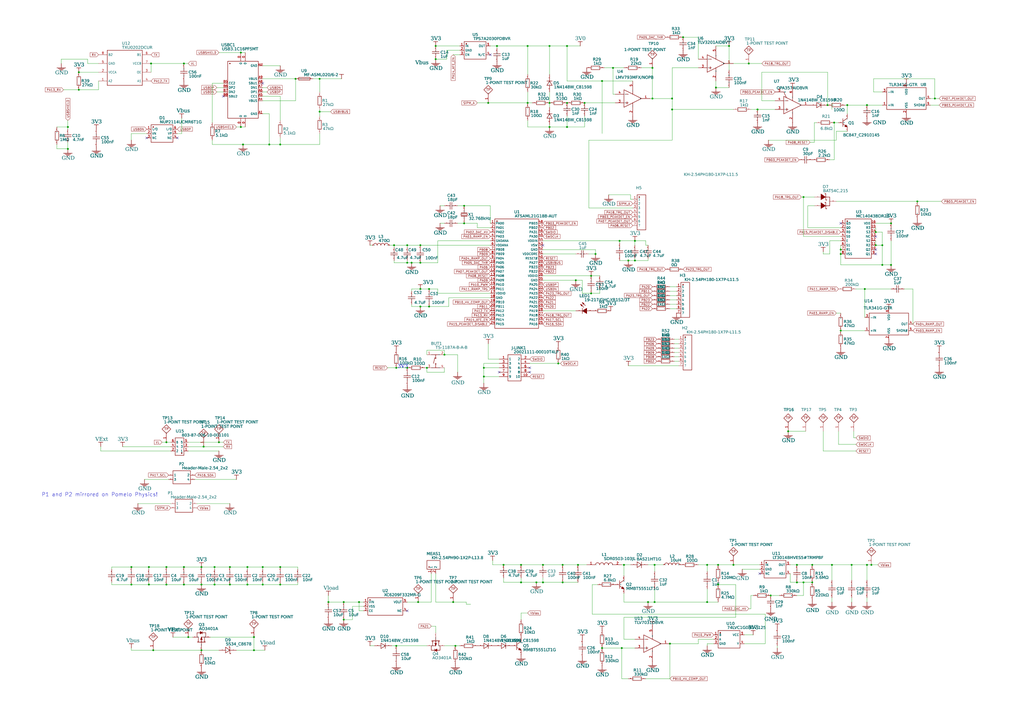
<source format=kicad_sch>
(kicad_sch (version 20250114) (generator "eeschema") (generator_version "9.0")
  (paper "A2")
  (title_block (date "2025-11-23"))
  (lib_symbols
    (symbol "0603B103K500NT"
      (property "Reference" "C22" (at 2.7178 0.8763 0))
      (property "Value" "10nF" (at 2.54 -1.4351 0))
      (symbol "0603B103K500NT_0_0"
        (pin input line (at 0 3.81 270) (length 2.54) (name "2") (number "2"))
        (pin input line (at 0 -3.81 90) (length 2.54) (name "1") (number "1"))
      )
    )
    (symbol "0603B103K500NT_1"
      (property "Reference" "C17" (at 2.7178 0.8763 0))
      (property "Value" "10nF" (at 2.54 -1.4351 0))
      (symbol "0603B103K500NT_1_0_0"
        (pin input line (at 0 3.81 270) (length 2.54) (name "2") (number "2"))
        (pin input line (at 0 -3.81 90) (length 2.54) (name "1") (number "1"))
      )
    )
    (symbol "0603B103K500NT_2"
      (property "Reference" "C2" (at 2.7178 0.8763 0))
      (property "Value" "10nF" (at 2.54 -1.4351 0))
      (symbol "0603B103K500NT_2_0_0"
        (pin input line (at 0 3.81 270) (length 2.54) (name "2") (number "2"))
        (pin input line (at 0 -3.81 90) (length 2.54) (name "1") (number "1"))
      )
    )
    (symbol "0603B472K500NT"
      (property "Reference" "C10" (at 2.54 0.8763 0))
      (property "Value" "4.7nF" (at 2.54 -1.4097 0))
      (symbol "0603B472K500NT_0_0"
        (pin input line (at 0 3.81 270) (length 2.54) (name "2") (number "2"))
        (pin input line (at 0 -3.81 90) (length 2.54) (name "1") (number "1"))
      )
    )
    (symbol "0603CG300J500NT"
      (property "Reference" "C9" (at -1.6256 6.8453 0))
      (property "Value" "30pF" (at -1.905 4.4831 0))
      (symbol "0603CG300J500NT_0_0"
        (pin input line (at -3.81 0 0) (length 2.54) (name "1") (number "1"))
        (pin input line (at 3.81 0 180) (length 2.54) (name "2") (number "2"))
      )
    )
    (symbol "0603WAF0000T5E"
      (property "Reference" "R38" (at -1.6256 5.7785 0))
      (property "Value" "0Ω" (at -1.9812 3.4671 0))
      (symbol "0603WAF0000T5E_0_0"
        (pin input line (at -5.08 0 0) (length 2.54) (name "1") (number "1"))
        (pin input line (at 5.08 0 180) (length 2.54) (name "2") (number "2"))
      )
    )
    (symbol "0603WAF1000T5E"
      (property "Reference" "R20" (at -1.651 5.7531 0))
      (property "Value" "100Ω" (at -1.905 3.4671 0))
      (symbol "0603WAF1000T5E_0_0"
        (pin input line (at -5.08 0 0) (length 2.54) (name "1") (number "1"))
        (pin input line (at 5.08 0 180) (length 2.54) (name "2") (number "2"))
      )
    )
    (symbol "0603WAF1000T5E_1"
      (property "Reference" "R28" (at -2.159 5.7023 0))
      (property "Value" "100Ω" (at -2.159 3.4671 0))
      (symbol "0603WAF1000T5E_1_0_0"
        (pin input line (at -5.08 0 0) (length 2.54) (name "2") (number "2"))
        (pin input line (at 5.08 0 180) (length 2.54) (name "1") (number "1"))
      )
    )
    (symbol "0603WAF1000T5E_2"
      (property "Reference" "R32" (at -1.651 5.7531 0))
      (property "Value" "100Ω" (at -1.905 3.4671 0))
      (symbol "0603WAF1000T5E_2_0_0"
        (pin input line (at -5.08 0 0) (length 2.54) (name "1") (number "1"))
        (pin input line (at 5.08 0 180) (length 2.54) (name "2") (number "2"))
      )
    )
    (symbol "0603WAF1000T5E_3"
      (property "Reference" "R10" (at -1.4986 5.7785 0))
      (property "Value" "100Ω" (at -1.4986 3.4671 0))
      (symbol "0603WAF1000T5E_3_0_0"
        (pin input line (at -5.08 0 0) (length 2.54) (name "1") (number "1"))
        (pin input line (at 5.08 0 180) (length 2.54) (name "2") (number "2"))
      )
    )
    (symbol "0603WAF1000T5E_4"
      (property "Reference" "R18" (at 1.524 0.8509 0))
      (property "Value" "100Ω" (at 1.524 -1.3843 0))
      (symbol "0603WAF1000T5E_4_0_0"
        (pin input line (at 0 5.08 270) (length 2.54) (name "2") (number "2"))
        (pin input line (at 0 -5.08 90) (length 2.54) (name "1") (number "1"))
      )
    )
    (symbol "0603WAF1001T5E"
      (property "Reference" "R17" (at -1.4986 5.7531 0))
      (property "Value" "1kΩ" (at -1.4986 3.4671 0))
      (symbol "0603WAF1001T5E_0_0"
        (pin input line (at -5.08 0 0) (length 2.54) (name "1") (number "1"))
        (pin input line (at 5.08 0 180) (length 2.54) (name "2") (number "2"))
      )
    )
    (symbol "0603WAF1001T5E_1"
      (property "Reference" "R9" (at -1.4986 5.7531 0))
      (property "Value" "1kΩ" (at -1.4986 3.4671 0))
      (symbol "0603WAF1001T5E_1_0_0"
        (pin input line (at -5.08 0 0) (length 2.54) (name "1") (number "1"))
        (pin input line (at 5.08 0 180) (length 2.54) (name "2") (number "2"))
      )
    )
    (symbol "0603WAF1001T5E_10"
      (property "Reference" "R52" (at -2.2606 5.7785 0))
      (property "Value" "1kΩ" (at -2.6162 3.4671 0))
      (symbol "0603WAF1001T5E_10_0_0"
        (pin input line (at -5.08 0 0) (length 2.54) (name "2") (number "2"))
        (pin input line (at 5.08 0 180) (length 2.54) (name "1") (number "1"))
      )
    )
    (symbol "0603WAF1001T5E_11"
      (property "Reference" "R44" (at -2.2606 5.7785 0))
      (property "Value" "1kΩ" (at -2.6162 3.4671 0))
      (symbol "0603WAF1001T5E_11_0_0"
        (pin input line (at -5.08 0 0) (length 2.54) (name "2") (number "2"))
        (pin input line (at 5.08 0 180) (length 2.54) (name "1") (number "1"))
      )
    )
    (symbol "0603WAF1001T5E_12"
      (property "Reference" "R48" (at -2.2606 5.7785 0))
      (property "Value" "1kΩ" (at -2.6162 3.4671 0))
      (symbol "0603WAF1001T5E_12_0_0"
        (pin input line (at -5.08 0 0) (length 2.54) (name "2") (number "2"))
        (pin input line (at 5.08 0 180) (length 2.54) (name "1") (number "1"))
      )
    )
    (symbol "0603WAF1001T5E_13"
      (property "Reference" "R43" (at -2.2606 5.7785 0))
      (property "Value" "1kΩ" (at -2.6162 3.4671 0))
      (symbol "0603WAF1001T5E_13_0_0"
        (pin input line (at -5.08 0 0) (length 2.54) (name "2") (number "2"))
        (pin input line (at 5.08 0 180) (length 2.54) (name "1") (number "1"))
      )
    )
    (symbol "0603WAF1001T5E_14"
      (property "Reference" "R47" (at -2.2606 5.7785 0))
      (property "Value" "1kΩ" (at -2.6162 3.4671 0))
      (symbol "0603WAF1001T5E_14_0_0"
        (pin input line (at -5.08 0 0) (length 2.54) (name "2") (number "2"))
        (pin input line (at 5.08 0 180) (length 2.54) (name "1") (number "1"))
      )
    )
    (symbol "0603WAF1001T5E_15"
      (property "Reference" "R49" (at -2.2606 5.7785 0))
      (property "Value" "1kΩ" (at -2.6162 3.4671 0))
      (symbol "0603WAF1001T5E_15_0_0"
        (pin input line (at -5.08 0 0) (length 2.54) (name "2") (number "2"))
        (pin input line (at 5.08 0 180) (length 2.54) (name "1") (number "1"))
      )
    )
    (symbol "0603WAF1001T5E_16"
      (property "Reference" "R54" (at -2.2606 5.7785 0))
      (property "Value" "1kΩ" (at -2.6162 3.4671 0))
      (symbol "0603WAF1001T5E_16_0_0"
        (pin input line (at -5.08 0 0) (length 2.54) (name "2") (number "2"))
        (pin input line (at 5.08 0 180) (length 2.54) (name "1") (number "1"))
      )
    )
    (symbol "0603WAF1001T5E_17"
      (property "Reference" "R53" (at -2.2606 5.7785 0))
      (property "Value" "1kΩ" (at -2.6162 3.4671 0))
      (symbol "0603WAF1001T5E_17_0_0"
        (pin input line (at -5.08 0 0) (length 2.54) (name "2") (number "2"))
        (pin input line (at 5.08 0 180) (length 2.54) (name "1") (number "1"))
      )
    )
    (symbol "0603WAF1001T5E_18"
      (property "Reference" "R50" (at -2.2606 5.7785 0))
      (property "Value" "1kΩ" (at -2.6162 3.4671 0))
      (symbol "0603WAF1001T5E_18_0_0"
        (pin input line (at -5.08 0 0) (length 2.54) (name "2") (number "2"))
        (pin input line (at 5.08 0 180) (length 2.54) (name "1") (number "1"))
      )
    )
    (symbol "0603WAF1001T5E_19"
      (property "Reference" "R51" (at -2.2606 5.7785 0))
      (property "Value" "1kΩ" (at -2.6162 3.4671 0))
      (symbol "0603WAF1001T5E_19_0_0"
        (pin input line (at -5.08 0 0) (length 2.54) (name "2") (number "2"))
        (pin input line (at 5.08 0 180) (length 2.54) (name "1") (number "1"))
      )
    )
    (symbol "0603WAF1001T5E_2"
      (property "Reference" "R29" (at -1.4986 5.7531 0))
      (property "Value" "1kΩ" (at -1.4986 3.4671 0))
      (symbol "0603WAF1001T5E_2_0_0"
        (pin input line (at -5.08 0 0) (length 2.54) (name "1") (number "1"))
        (pin input line (at 5.08 0 180) (length 2.54) (name "2") (number "2"))
      )
    )
    (symbol "0603WAF1001T5E_3"
      (property "Reference" "R30" (at -1.4986 5.7531 0))
      (property "Value" "1kΩ" (at -1.4986 3.4671 0))
      (symbol "0603WAF1001T5E_3_0_0"
        (pin input line (at -5.08 0 0) (length 2.54) (name "1") (number "1"))
        (pin input line (at 5.08 0 180) (length 2.54) (name "2") (number "2"))
      )
    )
    (symbol "0603WAF1001T5E_4"
      (property "Reference" "R33" (at -1.4986 5.7531 0))
      (property "Value" "1kΩ" (at -1.4986 3.4671 0))
      (symbol "0603WAF1001T5E_4_0_0"
        (pin input line (at -5.08 0 0) (length 2.54) (name "1") (number "1"))
        (pin input line (at 5.08 0 180) (length 2.54) (name "2") (number "2"))
      )
    )
    (symbol "0603WAF1001T5E_5"
      (property "Reference" "R4" (at -1.651 5.7531 0))
      (property "Value" "1kΩ" (at -1.905 3.4671 0))
      (symbol "0603WAF1001T5E_5_0_0"
        (pin input line (at -5.08 0 0) (length 2.54) (name "1") (number "1"))
        (pin input line (at 5.08 0 180) (length 2.54) (name "2") (number "2"))
      )
    )
    (symbol "0603WAF1001T5E_6"
      (property "Reference" "R40" (at 1.524 0.8763 0))
      (property "Value" "1kΩ" (at 1.524 -1.4097 0))
      (symbol "0603WAF1001T5E_6_0_0"
        (pin input line (at 0 5.08 270) (length 2.54) (name "2") (number "2"))
        (pin input line (at 0 -5.08 90) (length 2.54) (name "1") (number "1"))
      )
    )
    (symbol "0603WAF1001T5E_7"
      (property "Reference" "R41" (at -1.4986 5.7531 0))
      (property "Value" "1kΩ" (at -1.4986 3.4671 0))
      (symbol "0603WAF1001T5E_7_0_0"
        (pin input line (at -5.08 0 0) (length 2.54) (name "1") (number "1"))
        (pin input line (at 5.08 0 180) (length 2.54) (name "2") (number "2"))
      )
    )
    (symbol "0603WAF1001T5E_8"
      (property "Reference" "R46" (at -2.2606 5.7785 0))
      (property "Value" "1kΩ" (at -2.6162 3.4671 0))
      (symbol "0603WAF1001T5E_8_0_0"
        (pin input line (at -5.08 0 0) (length 2.54) (name "2") (number "2"))
        (pin input line (at 5.08 0 180) (length 2.54) (name "1") (number "1"))
      )
    )
    (symbol "0603WAF1001T5E_9"
      (property "Reference" "R45" (at -2.2606 5.7785 0))
      (property "Value" "1kΩ" (at -2.6162 3.4671 0))
      (symbol "0603WAF1001T5E_9_0_0"
        (pin input line (at -5.08 0 0) (length 2.54) (name "2") (number "2"))
        (pin input line (at 5.08 0 180) (length 2.54) (name "1") (number "1"))
      )
    )
    (symbol "0603WAF1002T5E"
      (property "Reference" "R23" (at 1.7018 0.8763 0))
      (property "Value" "10kΩ" (at 1.524 -1.4351 0))
      (symbol "0603WAF1002T5E_0_0"
        (pin input line (at 0 5.08 270) (length 2.54) (name "1") (number "1"))
        (pin input line (at 0 -5.08 90) (length 2.54) (name "2") (number "2"))
      )
    )
    (symbol "0603WAF1002T5E_1"
      (property "Reference" "R37" (at 1.524 0.8509 0))
      (property "Value" "10kΩ" (at 1.524 -1.3843 0))
      (symbol "0603WAF1002T5E_1_0_0"
        (pin input line (at 0 5.08 270) (length 2.54) (name "1") (number "1"))
        (pin input line (at 0 -5.08 90) (length 2.54) (name "2") (number "2"))
      )
    )
    (symbol "0603WAF1002T5E_2"
      (property "Reference" "R24" (at 1.524 0.8509 0))
      (property "Value" "10kΩ" (at 1.524 -1.3843 0))
      (symbol "0603WAF1002T5E_2_0_0"
        (pin input line (at 0 5.08 270) (length 2.54) (name "1") (number "1"))
        (pin input line (at 0 -5.08 90) (length 2.54) (name "2") (number "2"))
      )
    )
    (symbol "0603WAF1003T5E"
      (property "Reference" "R13" (at 1.7018 0.8763 0))
      (property "Value" "100kΩ" (at 1.524 -1.4351 0))
      (symbol "0603WAF1003T5E_0_0"
        (pin input line (at 0 5.08 270) (length 2.54) (name "2") (number "2"))
        (pin input line (at 0 -5.08 90) (length 2.54) (name "1") (number "1"))
      )
    )
    (symbol "0603WAF1003T5E_1"
      (property "Reference" "R16" (at 1.524 0.9017 0))
      (property "Value" "100kΩ" (at 1.524 -1.4097 0))
      (symbol "0603WAF1003T5E_1_0_0"
        (pin input line (at 0 5.08 270) (length 2.54) (name "2") (number "2"))
        (pin input line (at 0 -5.08 90) (length 2.54) (name "1") (number "1"))
      )
    )
    (symbol "0603WAF1003T5E_2"
      (property "Reference" "R42" (at 1.7018 0.8763 0))
      (property "Value" "100kΩ" (at 1.524 -1.4351 0))
      (symbol "0603WAF1003T5E_2_0_0"
        (pin input line (at 0 5.08 270) (length 2.54) (name "2") (number "2"))
        (pin input line (at 0 -5.08 90) (length 2.54) (name "1") (number "1"))
      )
    )
    (symbol "0603WAF1004T5E"
      (property "Reference" "R6" (at 1.524 0.8763 0))
      (property "Value" "1MΩ" (at 1.524 -1.4097 0))
      (symbol "0603WAF1004T5E_0_0"
        (pin input line (at 0 5.08 270) (length 2.54) (name "2") (number "2"))
        (pin input line (at 0 -5.08 90) (length 2.54) (name "1") (number "1"))
      )
    )
    (symbol "0603WAF2003T5E"
      (property "Reference" "R34" (at -1.4986 5.7531 0))
      (property "Value" "200kΩ" (at -1.4986 3.4671 0))
      (symbol "0603WAF2003T5E_0_0"
        (pin input line (at -5.08 0 0) (length 2.54) (name "1") (number "1"))
        (pin input line (at 5.08 0 180) (length 2.54) (name "2") (number "2"))
      )
    )
    (symbol "0603WAF2201T5E"
      (property "Reference" "R26" (at -1.651 5.7531 0))
      (property "Value" "2.2kΩ" (at -1.905 3.4671 0))
      (symbol "0603WAF2201T5E_0_0"
        (pin input line (at -5.08 0 0) (length 2.54) (name "1") (number "1"))
        (pin input line (at 5.08 0 180) (length 2.54) (name "2") (number "2"))
      )
    )
    (symbol "0603WAF2202T5E"
      (property "Reference" "R19" (at -1.4986 5.7531 0))
      (property "Value" "22kΩ" (at -1.4986 3.4671 0))
      (symbol "0603WAF2202T5E_0_0"
        (pin input line (at -5.08 0 0) (length 2.54) (name "1") (number "1"))
        (pin input line (at 5.08 0 180) (length 2.54) (name "2") (number "2"))
      )
    )
    (symbol "0603WAF2203T5E"
      (property "Reference" "R5" (at 1.524 0.8763 0))
      (property "Value" "220kΩ" (at 1.524 -1.4097 0))
      (symbol "0603WAF2203T5E_0_0"
        (pin input line (at 0 5.08 270) (length 2.54) (name "2") (number "2"))
        (pin input line (at 0 -5.08 90) (length 2.54) (name "1") (number "1"))
      )
    )
    (symbol "0603WAF2702T5E"
      (property "Reference" "R1" (at 1.524 0.8763 0))
      (property "Value" "27kΩ" (at 1.524 -1.4097 0))
      (symbol "0603WAF2702T5E_0_0"
        (pin input line (at 0 5.08 270) (length 2.54) (name "2") (number "2"))
        (pin input line (at 0 -5.08 90) (length 2.54) (name "1") (number "1"))
      )
    )
    (symbol "0603WAF2702T5E_1"
      (property "Reference" "R39" (at 1.524 0.8763 0))
      (property "Value" "27kΩ" (at 1.524 -1.4097 0))
      (symbol "0603WAF2702T5E_1_0_0"
        (pin input line (at 0 5.08 270) (length 2.54) (name "1") (number "1"))
        (pin input line (at 0 -5.08 90) (length 2.54) (name "2") (number "2"))
      )
    )
    (symbol "0603WAF3002T5E"
      (property "Reference" "R22" (at 1.524 0.8763 0))
      (property "Value" "30kΩ" (at 1.524 -1.4097 0))
      (symbol "0603WAF3002T5E_0_0"
        (pin input line (at 0 5.08 270) (length 2.54) (name "2") (number "2"))
        (pin input line (at 0 -5.08 90) (length 2.54) (name "1") (number "1"))
      )
    )
    (symbol "0603WAF3303T5E"
      (property "Reference" "R11" (at -2.0828 5.7531 0))
      (property "Value" "330kΩ" (at -2.0828 3.4671 0))
      (symbol "0603WAF3303T5E_0_0"
        (pin input line (at -5.08 0 0) (length 2.54) (name "2") (number "2"))
        (pin input line (at 5.08 0 180) (length 2.54) (name "1") (number "1"))
      )
    )
    (symbol "0603WAF3303T5E_1"
      (property "Reference" "R12" (at 1.524 0.8763 0))
      (property "Value" "330kΩ" (at 1.524 -1.4097 0))
      (symbol "0603WAF3303T5E_1_0_0"
        (pin input line (at 0 5.08 270) (length 2.54) (name "2") (number "2"))
        (pin input line (at 0 -5.08 90) (length 2.54) (name "1") (number "1"))
      )
    )
    (symbol "0603WAF3303T5E_2"
      (property "Reference" "R8" (at -1.4986 5.7023 0))
      (property "Value" "330kΩ" (at -1.4986 3.4671 0))
      (symbol "0603WAF3303T5E_2_0_0"
        (pin input line (at -5.08 0 0) (length 2.54) (name "1") (number "1"))
        (pin input line (at 5.08 0 180) (length 2.54) (name "2") (number "2"))
      )
    )
    (symbol "0603WAF4702T5E"
      (property "Reference" "R3" (at 1.524 0.8509 0))
      (property "Value" "47kΩ" (at 1.524 -1.3843 0))
      (symbol "0603WAF4702T5E_0_0"
        (pin input line (at 0 5.08 270) (length 2.54) (name "2") (number "2"))
        (pin input line (at 0 -5.08 90) (length 2.54) (name "1") (number "1"))
      )
    )
    (symbol "0603WAF4702T5E_1"
      (property "Reference" "R35" (at 1.778 0.9271 0))
      (property "Value" "47kΩ" (at 1.524 -1.3589 0))
      (symbol "0603WAF4702T5E_1_0_0"
        (pin input line (at 0 5.08 270) (length 2.54) (name "2") (number "2"))
        (pin input line (at 0 -5.08 90) (length 2.54) (name "1") (number "1"))
      )
    )
    (symbol "0603WAF4702T5E_2"
      (property "Reference" "R36" (at 1.778 0.9271 0))
      (property "Value" "47kΩ" (at 1.524 -1.3589 0))
      (symbol "0603WAF4702T5E_2_0_0"
        (pin input line (at 0 5.08 270) (length 2.54) (name "2") (number "2"))
        (pin input line (at 0 -5.08 90) (length 2.54) (name "1") (number "1"))
      )
    )
    (symbol "0603WAF4704T5E"
      (property "Reference" "R25" (at 1.7018 0.8763 0))
      (property "Value" "4.7MΩ" (at 1.524 -1.4351 0))
      (symbol "0603WAF4704T5E_0_0"
        (pin input line (at 0 5.08 270) (length 2.54) (name "2") (number "2"))
        (pin input line (at 0 -5.08 90) (length 2.54) (name "1") (number "1"))
      )
    )
    (symbol "0603WAF4704T5E_1"
      (property "Reference" "R14" (at 1.7018 0.8763 0))
      (property "Value" "120MΩ" (at 1.524 -1.4351 0))
      (symbol "0603WAF4704T5E_1_0_0"
        (pin input line (at 0 5.08 270) (length 2.54) (name "2") (number "2"))
        (pin input line (at 0 -5.08 90) (length 2.54) (name "1") (number "1"))
      )
    )
    (symbol "0603WAF5100T5E"
      (property "Reference" "R31" (at -1.4986 5.7531 0))
      (property "Value" "510Ω" (at -1.4986 3.4671 0))
      (symbol "0603WAF5100T5E_0_0"
        (pin input line (at -5.08 0 0) (length 2.54) (name "1") (number "1"))
        (pin input line (at 5.08 0 180) (length 2.54) (name "2") (number "2"))
      )
    )
    (symbol "0603WAF5101T5E"
      (property "Reference" "R2" (at 1.7018 0.8763 0))
      (property "Value" "5.1kΩ" (at 1.524 -1.4351 0))
      (symbol "0603WAF5101T5E_0_0"
        (pin input line (at 0 5.08 270) (length 2.54) (name "2") (number "2"))
        (pin input line (at 0 -5.08 90) (length 2.54) (name "1") (number "1"))
      )
    )
    (symbol "0603WAF5101T5E_1"
      (property "Reference" "R7" (at 1.524 0.8763 0))
      (property "Value" "5.1kΩ" (at 1.524 -1.4097 0))
      (symbol "0603WAF5101T5E_1_0_0"
        (pin input line (at 0 5.08 270) (length 2.54) (name "2") (number "2"))
        (pin input line (at 0 -5.08 90) (length 2.54) (name "1") (number "1"))
      )
    )
    (symbol "0603WAF5604T5E"
      (property "Reference" "R15" (at 1.778 0.9271 0))
      (property "Value" "5.6MΩ" (at 1.524 -1.3589 0))
      (symbol "0603WAF5604T5E_0_0"
        (pin input line (at 0 5.08 270) (length 2.54) (name "2") (number "2"))
        (pin input line (at 0 -5.08 90) (length 2.54) (name "1") (number "1"))
      )
    )
    (symbol "0603WAF6801T5E"
      (property "Reference" "R21" (at -1.6256 5.8293 0))
      (property "Value" "6.8kΩ" (at -1.905 3.4671 0))
      (symbol "0603WAF6801T5E_0_0"
        (pin input line (at -5.08 0 0) (length 2.54) (name "1") (number "1"))
        (pin input line (at 5.08 0 180) (length 2.54) (name "2") (number "2"))
      )
    )
    (symbol "0603WAF6801T5E_1"
      (property "Reference" "R27" (at -1.651 5.7531 0))
      (property "Value" "6.8kΩ" (at -1.905 3.4671 0))
      (symbol "0603WAF6801T5E_1_0_0"
        (pin input line (at -5.08 0 0) (length 2.54) (name "1") (number "1"))
        (pin input line (at 5.08 0 180) (length 2.54) (name "2") (number "2"))
      )
    )
    (symbol "08051C105KAT2A"
      (property "Reference" "C28" (at 2.7178 0.8763 0))
      (property "Value" "1uF" (at 2.54 -1.4351 0))
      (symbol "08051C105KAT2A_0_0"
        (pin unspecified line (at 0 5.08 270) (length 2.54) (name "2") (number "2"))
        (pin unspecified line (at 0 -5.08 90) (length 2.54) (name "1") (number "1"))
      )
    )
    (symbol "08051C105KAT2A_1"
      (property "Reference" "C25" (at 2.7178 0.8763 0))
      (property "Value" "1uF" (at 2.54 -1.4351 0))
      (symbol "08051C105KAT2A_1_0_0"
        (pin unspecified line (at 0 5.08 270) (length 2.54) (name "2") (number "2"))
        (pin unspecified line (at 0 -5.08 90) (length 2.54) (name "1") (number "1"))
      )
    )
    (symbol "08051C105KAT2A_2"
      (property "Reference" "C31" (at 2.7178 0.8763 0))
      (property "Value" "1uF" (at 2.54 -1.4351 0))
      (symbol "08051C105KAT2A_2_0_0"
        (pin unspecified line (at 0 5.08 270) (length 2.54) (name "2") (number "2"))
        (pin unspecified line (at 0 -5.08 90) (length 2.54) (name "1") (number "1"))
      )
    )
    (symbol "1-POINT TEST POINT"
      (property "Reference" "TP1" (at -2.286 11.0871 0))
      (property "Value" "1-POINT TEST POINT" (at -2.794 8.8011 0))
      (symbol "1-POINT TEST POINT_0_0"
        (text "TP" (at -1.3208 4.7688 0) (effects (font (size 1.5684 1.5684)) (justify left top)))
        (pin unspecified line (at 0 -3.81 90) (length 5.08) (name "1") (number "1"))
      )
    )
    (symbol "1-POINT TEST POINT_1"
      (property "Reference" "TP2" (at -2.286 11.0871 0))
      (property "Value" "1-POINT TEST POINT" (at -2.794 8.8011 0))
      (symbol "1-POINT TEST POINT_1_0_0"
        (text "TP" (at -1.3208 4.7688 0) (effects (font (size 1.5684 1.5684)) (justify left top)))
        (pin unspecified line (at 0 -3.81 90) (length 5.08) (name "1") (number "1"))
      )
    )
    (symbol "1-POINT TEST POINT_10"
      (property "Reference" "TP13" (at -2.286 11.0871 0))
      (property "Value" "1-POINT TEST POINT" (at -2.794 8.8011 0))
      (symbol "1-POINT TEST POINT_10_0_0"
        (text "TP" (at -1.3208 4.7688 0) (effects (font (size 1.5684 1.5684)) (justify left top)))
        (pin unspecified line (at 0 -3.81 90) (length 5.08) (name "1") (number "1"))
      )
    )
    (symbol "1-POINT TEST POINT_11"
      (property "Reference" "TP14" (at -2.286 11.0871 0))
      (property "Value" "1-POINT TEST POINT" (at -2.794 8.8011 0))
      (symbol "1-POINT TEST POINT_11_0_0"
        (text "TP" (at -1.2954 4.7688 0) (effects (font (size 1.5684 1.5684)) (justify left top)))
        (pin unspecified line (at 0 -3.81 90) (length 5.08) (name "1") (number "1"))
      )
    )
    (symbol "1-POINT TEST POINT_12"
      (property "Reference" "TP15" (at -2.286 11.0871 0))
      (property "Value" "1-POINT TEST POINT" (at -2.794 8.8011 0))
      (symbol "1-POINT TEST POINT_12_0_0"
        (text "TP" (at -1.2954 4.7688 0) (effects (font (size 1.5684 1.5684)) (justify left top)))
        (pin unspecified line (at 0 -3.81 90) (length 5.08) (name "1") (number "1"))
      )
    )
    (symbol "1-POINT TEST POINT_13"
      (property "Reference" "TP16" (at -2.286 11.0871 0))
      (property "Value" "1-POINT TEST POINT" (at -2.794 8.8011 0))
      (symbol "1-POINT TEST POINT_13_0_0"
        (text "TP" (at -1.3208 4.7688 0) (effects (font (size 1.5684 1.5684)) (justify left top)))
        (pin unspecified line (at 0 -3.81 90) (length 5.08) (name "1") (number "1"))
      )
    )
    (symbol "1-POINT TEST POINT_14"
      (property "Reference" "TP17" (at -2.286 11.0871 0))
      (property "Value" "1-POINT TEST POINT" (at -2.794 8.8011 0))
      (symbol "1-POINT TEST POINT_14_0_0"
        (text "TP" (at -1.3208 4.7688 0) (effects (font (size 1.5684 1.5684)) (justify left top)))
        (pin unspecified line (at 0 -3.81 90) (length 5.08) (name "1") (number "1"))
      )
    )
    (symbol "1-POINT TEST POINT_15"
      (property "Reference" "TP12" (at -2.286 11.0871 0))
      (property "Value" "1-POINT TEST POINT" (at -2.794 8.8011 0))
      (symbol "1-POINT TEST POINT_15_0_0"
        (text "TP" (at -1.2954 4.7688 0) (effects (font (size 1.5684 1.5684)) (justify left top)))
        (pin unspecified line (at 0 -3.81 90) (length 5.08) (name "1") (number "1"))
      )
    )
    (symbol "1-POINT TEST POINT_16"
      (property "Reference" "TP8" (at -2.286 11.0871 0))
      (property "Value" "1-POINT TEST POINT" (at -2.794 8.8011 0))
      (symbol "1-POINT TEST POINT_16_0_0"
        (text "TP" (at -1.2954 4.7688 0) (effects (font (size 1.5684 1.5684)) (justify left top)))
        (pin unspecified line (at 0 -3.81 90) (length 5.08) (name "1") (number "1"))
      )
    )
    (symbol "1-POINT TEST POINT_17"
      (property "Reference" "TP18" (at -2.286 11.0871 0))
      (property "Value" "1-POINT TEST POINT" (at -2.794 8.8011 0))
      (symbol "1-POINT TEST POINT_17_0_0"
        (text "TP" (at -1.2954 4.7688 0) (effects (font (size 1.5684 1.5684)) (justify left top)))
        (pin unspecified line (at 0 -3.81 90) (length 5.08) (name "1") (number "1"))
      )
    )
    (symbol "1-POINT TEST POINT_2"
      (property "Reference" "TP3" (at -2.286 11.0871 0))
      (property "Value" "1-POINT TEST POINT" (at -2.794 8.8011 0))
      (symbol "1-POINT TEST POINT_2_0_0"
        (text "TP" (at -1.3208 4.7688 0) (effects (font (size 1.5684 1.5684)) (justify left top)))
        (pin unspecified line (at 0 -3.81 90) (length 5.08) (name "1") (number "1"))
      )
    )
    (symbol "1-POINT TEST POINT_3"
      (property "Reference" "TP4" (at -2.286 11.0871 0))
      (property "Value" "1-POINT TEST POINT" (at -2.794 8.8011 0))
      (symbol "1-POINT TEST POINT_3_0_0"
        (text "TP" (at -1.3208 4.7688 0) (effects (font (size 1.5684 1.5684)) (justify left top)))
        (pin unspecified line (at 0 -3.81 90) (length 5.08) (name "1") (number "1"))
      )
    )
    (symbol "1-POINT TEST POINT_4"
      (property "Reference" "TP5" (at -2.286 11.0871 0))
      (property "Value" "1-POINT TEST POINT" (at -2.794 8.8011 0))
      (symbol "1-POINT TEST POINT_4_0_0"
        (text "TP" (at -1.3208 4.7688 0) (effects (font (size 1.5684 1.5684)) (justify left top)))
        (pin unspecified line (at 0 -3.81 90) (length 5.08) (name "1") (number "1"))
      )
    )
    (symbol "1-POINT TEST POINT_5"
      (property "Reference" "TP6" (at -2.286 11.0871 0))
      (property "Value" "1-POINT TEST POINT" (at -2.794 8.8011 0))
      (symbol "1-POINT TEST POINT_5_0_0"
        (text "TP" (at -1.2954 4.7688 0) (effects (font (size 1.5684 1.5684)) (justify left top)))
        (pin unspecified line (at 0 -3.81 90) (length 5.08) (name "1") (number "1"))
      )
    )
    (symbol "1-POINT TEST POINT_6"
      (property "Reference" "TP7" (at -2.286 11.0871 0))
      (property "Value" "1-POINT TEST POINT" (at -2.794 8.8011 0))
      (symbol "1-POINT TEST POINT_6_0_0"
        (text "TP" (at -1.3208 4.7688 0) (effects (font (size 1.5684 1.5684)) (justify left top)))
        (pin unspecified line (at 0 -3.81 90) (length 5.08) (name "1") (number "1"))
      )
    )
    (symbol "1-POINT TEST POINT_7"
      (property "Reference" "TP9" (at -2.286 11.0871 0))
      (property "Value" "1-POINT TEST POINT" (at -2.794 8.8011 0))
      (symbol "1-POINT TEST POINT_7_0_0"
        (text "TP" (at -1.2954 4.7688 0) (effects (font (size 1.5684 1.5684)) (justify left top)))
        (pin unspecified line (at 0 -3.81 90) (length 5.08) (name "1") (number "1"))
      )
    )
    (symbol "1-POINT TEST POINT_8"
      (property "Reference" "TP10" (at -2.286 11.0871 0))
      (property "Value" "1-POINT TEST POINT" (at -2.794 8.8011 0))
      (symbol "1-POINT TEST POINT_8_0_0"
        (text "TP" (at -1.3208 4.7688 0) (effects (font (size 1.5684 1.5684)) (justify left top)))
        (pin unspecified line (at 0 -3.81 90) (length 5.08) (name "1") (number "1"))
      )
    )
    (symbol "1-POINT TEST POINT_9"
      (property "Reference" "TP11" (at -2.286 11.0871 0))
      (property "Value" "1-POINT TEST POINT" (at -2.794 8.8011 0))
      (symbol "1-POINT TEST POINT_9_0_0"
        (text "TP" (at -1.3208 4.7688 0) (effects (font (size 1.5684 1.5684)) (justify left top)))
        (pin unspecified line (at 0 -3.81 90) (length 5.08) (name "1") (number "1"))
      )
    )
    (symbol "12062C103KAT2A"
      (property "Reference" "C8" (at 2.7178 0.8763 0))
      (property "Value" "10nF" (at 2.54 -1.4351 0))
      (symbol "12062C103KAT2A_0_0"
        (pin unspecified line (at 0 5.08 270) (length 2.54) (name "2") (number "2"))
        (pin unspecified line (at 0 -5.08 90) (length 2.54) (name "1") (number "1"))
      )
    )
    (symbol "1206B475K500NT"
      (property "Reference" "C20" (at 2.54 0.8763 0))
      (property "Value" "4.7uF" (at 2.54 -1.4097 0))
      (symbol "1206B475K500NT_0_0"
        (pin input line (at 0 3.81 270) (length 2.54) (name "2") (number "2"))
        (pin input line (at 0 -3.81 90) (length 2.54) (name "1") (number "1"))
      )
    )
    (symbol "1206B475K500NT_1"
      (property "Reference" "C19" (at 2.54 0.8763 0))
      (property "Value" "4.7uF" (at 2.54 -1.4097 0))
      (symbol "1206B475K500NT_1_0_0"
        (pin input line (at 0 3.81 270) (length 2.54) (name "2") (number "2"))
        (pin input line (at 0 -3.81 90) (length 2.54) (name "1") (number "1"))
      )
    )
    (symbol "1206B475K500NT_2"
      (property "Reference" "C39" (at 2.54 0.8763 0))
      (property "Value" "4.7uF" (at 2.54 -1.4097 0))
      (symbol "1206B475K500NT_2_0_0"
        (pin input line (at 0 3.81 270) (length 2.54) (name "2") (number "2"))
        (pin input line (at 0 -3.81 90) (length 2.54) (name "1") (number "1"))
      )
    )
    (symbol "1206B475K500NT_3"
      (property "Reference" "C38" (at 2.54 0.8763 0))
      (property "Value" "4.7uF" (at 2.54 -1.4097 0))
      (symbol "1206B475K500NT_3_0_0"
        (pin input line (at 0 3.81 270) (length 2.54) (name "2") (number "2"))
        (pin input line (at 0 -3.81 90) (length 2.54) (name "1") (number "1"))
      )
    )
    (symbol "1206B475K500NT_4"
      (property "Reference" "C3" (at 2.54 0.8763 0))
      (property "Value" "4.7uF" (at 2.54 -1.4097 0))
      (symbol "1206B475K500NT_4_0_0"
        (pin input line (at 0 3.81 270) (length 2.54) (name "2") (number "2"))
        (pin input line (at 0 -3.81 90) (length 2.54) (name "1") (number "1"))
      )
    )
    (symbol "19-217/GHC-YR1S2/3T"
      (property "Reference" "LED1" (at -2.9464 9.5631 0))
      (property "Value" "19-217/GHC-YR1S2/3T" (at -2.9464 7.2771 0))
      (symbol "19-217/GHC-YR1S2/3T_0_0"
        (pin input line (at -5.08 0 0) (length 3.81) (name "C") (number "1"))
        (pin input line (at 5.08 0 180) (length 3.81) (name "A") (number "2"))
      )
    )
    (symbol "1N4148W_C81598"
      (property "Reference" "D4" (at -1.4986 6.2865 0))
      (property "Value" "1N4148W_C81598" (at -1.4986 3.9751 0))
      (symbol "1N4148W_C81598_0_0"
        (pin unspecified line (at -5.08 0 0) (length 3.81) (name "A") (number "2"))
        (pin unspecified line (at 5.08 0 180) (length 3.81) (name "K") (number "1"))
      )
    )
    (symbol "1N4148W_C81598_1"
      (property "Reference" "D3" (at 2.286 0.9271 0))
      (property "Value" "1N4148W_C81598" (at 2.032 -1.3589 0))
      (symbol "1N4148W_C81598_1_0_0"
        (pin unspecified line (at 0 5.08 270) (length 3.81) (name "K") (number "1"))
        (pin unspecified line (at 0 -5.08 90) (length 3.81) (name "A") (number "2"))
      )
    )
    (symbol "1N4148W_C81598_2"
      (property "Reference" "D5" (at 2.286 0.9271 0))
      (property "Value" "1N4148W_C81598" (at 2.032 -1.3589 0))
      (symbol "1N4148W_C81598_2_0_0"
        (pin unspecified line (at 0 5.08 270) (length 3.81) (name "K") (number "1"))
        (pin unspecified line (at 0 -5.08 90) (length 3.81) (name "A") (number "2"))
      )
    )
    (symbol "1N4148W_C81598_3"
      (property "Reference" "D6" (at -1.6764 6.2611 0))
      (property "Value" "1N4148W_C81598" (at -2.032 3.9751 0))
      (symbol "1N4148W_C81598_3_0_0"
        (pin unspecified line (at -5.08 0 0) (length 3.81) (name "A") (number "2"))
        (pin unspecified line (at 5.08 0 180) (length 3.81) (name "K") (number "1"))
      )
    )
    (symbol "1N4148W_C81598_4"
      (property "Reference" "D8" (at -1.6764 6.2611 0))
      (property "Value" "1N4148W_C81598" (at -2.032 3.9751 0))
      (symbol "1N4148W_C81598_4_0_0"
        (pin unspecified line (at -5.08 0 0) (length 3.81) (name "A") (number "2"))
        (pin unspecified line (at 5.08 0 180) (length 3.81) (name "K") (number "1"))
      )
    )
    (symbol "1N4148W_C81598_5"
      (property "Reference" "D10" (at -1.6764 6.2611 0))
      (property "Value" "1N4148W_C81598" (at -2.032 3.9751 0))
      (symbol "1N4148W_C81598_5_0_0"
        (pin unspecified line (at -5.08 0 0) (length 3.81) (name "A") (number "2"))
        (pin unspecified line (at 5.08 0 180) (length 3.81) (name "K") (number "1"))
      )
    )
    (symbol "20021111-00010T4LF"
      (property "Reference" "J-LINK1" (at -1.651 12.3571 0))
      (property "Value" "20021111-00010T4LF" (at -1.905 10.0711 0))
      (symbol "20021111-00010T4LF_0_0"
        (pin unspecified line (at -8.89 5.08 0) (length 5.08) (name "1") (number "1"))
        (pin unspecified line (at -8.89 2.54 0) (length 5.08) (name "3") (number "3"))
        (pin unspecified line (at -8.89 0 0) (length 5.08) (name "5") (number "5"))
        (pin unspecified line (at -8.89 -2.54 0) (length 5.08) (name "7") (number "7"))
        (pin unspecified line (at -8.89 -5.08 0) (length 5.08) (name "9") (number "9"))
        (pin unspecified line (at 8.89 5.08 180) (length 5.08) (name "2") (number "2"))
        (pin unspecified line (at 8.89 2.54 180) (length 5.08) (name "4") (number "4"))
        (pin unspecified line (at 8.89 0 180) (length 5.08) (name "6") (number "6"))
        (pin unspecified line (at 8.89 -2.54 180) (length 5.08) (name "8") (number "8"))
        (pin unspecified line (at 8.89 -5.08 180) (length 5.08) (name "10") (number "10"))
      )
    )
    (symbol "3V0" (power) (pin_numbers (hide yes)) (pin_names (hide yes))
      (property "Value" "3V0" (at 0 -3.81 0))
      (symbol "3V0_0_0"
        (pin power_in line (at 0 0 270) (length 0) (name "3V0") (number "1"))
      )
    )
    (symbol "3V3" (power) (pin_numbers (hide yes)) (pin_names (hide yes))
      (property "Value" "3V3" (at 0 -3.81 0))
      (symbol "3V3_0_0"
        (pin power_in line (at 0 0 270) (length 0) (name "3V3") (number "1"))
      )
    )
    (symbol "74LVC1G08GV,125"
      (property "Reference" "U10" (at -1.4986 9.9441 0))
      (property "Value" "74LVC1G08GV,125" (at -1.4986 7.6581 0))
      (symbol "74LVC1G08GV,125_0_0"
        (pin unspecified line (at -8.89 2.54 0) (length 2.54) (name "B") (number "1"))
        (pin unspecified line (at -8.89 0 0) (length 2.54) (name "A") (number "2"))
        (pin unspecified line (at -8.89 -2.54 0) (length 2.54) (name "GND") (number "3"))
        (pin unspecified line (at 8.89 2.54 180) (length 2.54) (name "VCC") (number "5"))
        (pin unspecified line (at 8.89 -2.54 180) (length 2.54) (name "Y") (number "4"))
      )
    )
    (symbol "803-87-006-10-001101"
      (property "Reference" "U15" (at -2.159 9.8171 0))
      (property "Value" "803-87-006-10-001101" (at -2.159 7.5311 0))
      (symbol "803-87-006-10-001101_0_0"
        (pin unspecified line (at -5.08 2.54 0) (length 2.54) (name "6") (number "6"))
        (pin unspecified line (at -5.08 0 0) (length 2.54) (name "4") (number "4"))
        (pin unspecified line (at -5.08 -2.54 0) (length 2.54) (name "2") (number "2"))
        (pin unspecified line (at 5.08 2.54 180) (length 2.54) (name "5") (number "5"))
        (pin unspecified line (at 5.08 0 180) (length 2.54) (name "3") (number "3"))
        (pin unspecified line (at 5.08 -2.54 180) (length 2.54) (name "1") (number "1"))
      )
    )
    (symbol "AO3401A"
      (property "Reference" "Q3" (at -1.5748 10.5791 0))
      (property "Value" "AO3401A" (at -1.5748 8.2931 0))
      (symbol "AO3401A_0_0"
        (pin unspecified line (at -5.08 2.54 0) (length 2.54) (name "D") (number "3"))
        (pin unspecified line (at 0 -5.08 90) (length 2.54) (name "G") (number "1"))
        (pin unspecified line (at 5.08 2.54 180) (length 2.54) (name "S") (number "2"))
      )
    )
    (symbol "AO3401A_1"
      (property "Reference" "Q4" (at -1.778 -6.3373 0))
      (property "Value" "AO3401A" (at -2.1082 -8.6233 0))
      (symbol "AO3401A_1_0_0"
        (pin unspecified line (at -5.08 -2.54 0) (length 2.54) (name "S") (number "2"))
        (pin unspecified line (at 0 5.08 270) (length 2.54) (name "G") (number "1"))
        (pin unspecified line (at 5.08 -2.54 180) (length 2.54) (name "D") (number "3"))
      )
    )
    (symbol "ATSAML21G18B-AUT"
      (property "Reference" "U1" (at -1.4732 36.6395 0))
      (property "Value" "ATSAML21G18B-AUT" (at -1.778 34.2773 0))
      (symbol "ATSAML21G18B-AUT_0_0"
        (pin unspecified line (at -15.24 29.21 0) (length 2.54) (name "PA00") (number "1"))
        (pin unspecified line (at -15.24 26.67 0) (length 2.54) (name "PA01") (number "2"))
        (pin unspecified line (at -15.24 24.13 0) (length 2.54) (name "PA02") (number "3"))
        (pin unspecified line (at -15.24 21.59 0) (length 2.54) (name "PA03") (number "4"))
        (pin unspecified line (at -15.24 19.05 0) (length 2.54) (name "GNDANA") (number "5"))
        (pin unspecified line (at -15.24 16.51 0) (length 2.54) (name "VDDANA") (number "6"))
        (pin unspecified line (at -15.24 13.97 0) (length 2.54) (name "PB08") (number "7"))
        (pin unspecified line (at -15.24 11.43 0) (length 2.54) (name "PB09") (number "8"))
        (pin unspecified line (at -15.24 8.89 0) (length 2.54) (name "PA04") (number "9"))
        (pin unspecified line (at -15.24 6.35 0) (length 2.54) (name "PA05") (number "10"))
        (pin unspecified line (at -15.24 3.81 0) (length 2.54) (name "PA06") (number "11"))
        (pin unspecified line (at -15.24 1.27 0) (length 2.54) (name "PA07") (number "12"))
        (pin unspecified line (at -15.24 -1.27 0) (length 2.54) (name "PA08") (number "13"))
        (pin unspecified line (at -15.24 -3.81 0) (length 2.54) (name "PA09") (number "14"))
        (pin unspecified line (at -15.24 -6.35 0) (length 2.54) (name "PA10") (number "15"))
        (pin unspecified line (at -15.24 -8.89 0) (length 2.54) (name "PA11") (number "16"))
        (pin unspecified line (at -15.24 -11.43 0) (length 2.54) (name "VDDIO") (number "17"))
        (pin unspecified line (at -15.24 -13.97 0) (length 2.54) (name "GND") (number "18"))
        (pin unspecified line (at -15.24 -16.51 0) (length 2.54) (name "PB10") (number "19"))
        (pin unspecified line (at -15.24 -19.05 0) (length 2.54) (name "PB11") (number "20"))
        (pin unspecified line (at -15.24 -21.59 0) (length 2.54) (name "PA12") (number "21"))
        (pin unspecified line (at -15.24 -24.13 0) (length 2.54) (name "PA13") (number "22"))
        (pin unspecified line (at -15.24 -26.67 0) (length 2.54) (name "PA14") (number "23"))
        (pin unspecified line (at -15.24 -29.21 0) (length 2.54) (name "PA15") (number "24"))
        (pin unspecified line (at 15.24 29.21 180) (length 2.54) (name "PB03") (number "48"))
        (pin unspecified line (at 15.24 26.67 180) (length 2.54) (name "PB02") (number "47"))
        (pin unspecified line (at 15.24 24.13 180) (length 2.54) (name "PA31") (number "46"))
        (pin unspecified line (at 15.24 21.59 180) (length 2.54) (name "PA30") (number "45"))
        (pin unspecified line (at 15.24 19.05 180) (length 2.54) (name "VDDIN") (number "44"))
        (pin unspecified line (at 15.24 16.51 180) (length 2.54) (name "VSW") (number "43"))
        (pin unspecified line (at 15.24 13.97 180) (length 2.54) (name "GND") (number "42"))
        (pin unspecified line (at 15.24 11.43 180) (length 2.54) (name "VDDCORE") (number "41"))
        (pin unspecified line (at 15.24 8.89 180) (length 2.54) (name "RESET#") (number "40"))
        (pin unspecified line (at 15.24 6.35 180) (length 2.54) (name "PA27") (number "39"))
        (pin unspecified line (at 15.24 3.81 180) (length 2.54) (name "PB23") (number "38"))
        (pin unspecified line (at 15.24 1.27 180) (length 2.54) (name "PB22") (number "37"))
        (pin unspecified line (at 15.24 -1.27 180) (length 2.54) (name "VDDIO") (number "36"))
        (pin unspecified line (at 15.24 -3.81 180) (length 2.54) (name "GND") (number "35"))
        (pin unspecified line (at 15.24 -6.35 180) (length 2.54) (name "PA25") (number "34"))
        (pin unspecified line (at 15.24 -8.89 180) (length 2.54) (name "PA24") (number "33"))
        (pin unspecified line (at 15.24 -11.43 180) (length 2.54) (name "PA23") (number "32"))
        (pin unspecified line (at 15.24 -13.97 180) (length 2.54) (name "PA22") (number "31"))
        (pin unspecified line (at 15.24 -16.51 180) (length 2.54) (name "PA21") (number "30"))
        (pin unspecified line (at 15.24 -19.05 180) (length 2.54) (name "PA20") (number "29"))
        (pin unspecified line (at 15.24 -21.59 180) (length 2.54) (name "PA19") (number "28"))
        (pin unspecified line (at 15.24 -24.13 180) (length 2.54) (name "PA18") (number "27"))
        (pin unspecified line (at 15.24 -26.67 180) (length 2.54) (name "PA17") (number "26"))
        (pin unspecified line (at 15.24 -29.21 180) (length 2.54) (name "PA16") (number "25"))
      )
    )
    (symbol "BAS21HT1G"
      (property "Reference" "D2" (at -1.524 6.5405 0))
      (property "Value" "BAS21HT1G" (at -1.7018 4.2291 0))
      (symbol "BAS21HT1G_0_0"
        (pin unspecified line (at -5.08 0 0) (length 3.81) (name "A") (number "2"))
        (pin unspecified line (at 5.08 0 180) (length 3.81) (name "C") (number "1"))
      )
    )
    (symbol "BAT54C,215"
      (property "Reference" "D7" (at -1.524 9.3345 0))
      (property "Value" "BAT54C,215" (at -1.7018 7.0231 0))
      (symbol "BAT54C,215_0_0"
        (pin unspecified line (at -6.35 2.54 0) (length 3.81) (name "A") (number "1"))
        (pin unspecified line (at -6.35 -2.54 0) (length 3.81) (name "A") (number "2"))
        (pin unspecified line (at 6.35 0 180) (length 3.81) (name "K") (number "3"))
      )
    )
    (symbol "BC847_C2910145"
      (property "Reference" "Q1" (at 1.27 0.9271 0))
      (property "Value" "BC847_C2910145" (at 1.016 -1.3589 0))
      (symbol "BC847_C2910145_0_0"
        (pin input line (at -5.08 0 0) (length 2.54) (name "B") (number "1"))
        (pin input line (at 0 5.08 270) (length 2.54) (name "C") (number "3"))
        (pin input line (at 0 -5.08 90) (length 2.54) (name "E") (number "2"))
      )
    )
    (symbol "BLM18PG471SN1D"
      (property "Reference" "L3" (at -1.397 5.8293 0))
      (property "Value" "470Ω" (at -1.651 3.5433 0))
      (symbol "BLM18PG471SN1D_0_0"
        (pin unspecified line (at -5.08 0 0) (length 0.762) (name "1") (number "1"))
        (pin unspecified line (at 5.08 0 180) (length 0.762) (name "2") (number "2"))
      )
    )
    (symbol "CC0603KRX7R9BB104"
      (property "Reference" "C12" (at 2.54 0.8763 0))
      (property "Value" "100nF" (at 2.54 -1.4097 0))
      (symbol "CC0603KRX7R9BB104_0_0"
        (pin unspecified line (at 0 5.08 270) (length 2.54) (name "1") (number "1"))
        (pin unspecified line (at 0 -5.08 90) (length 2.54) (name "2") (number "2"))
      )
    )
    (symbol "CC0603KRX7R9BB104_1"
      (property "Reference" "C7" (at 2.7178 0.8763 0))
      (property "Value" "100nF" (at 2.54 -1.4351 0))
      (symbol "CC0603KRX7R9BB104_1_0_0"
        (pin unspecified line (at 0 5.08 270) (length 2.54) (name "2") (number "2"))
        (pin unspecified line (at 0 -5.08 90) (length 2.54) (name "1") (number "1"))
      )
    )
    (symbol "CC0603KRX7R9BB104_10"
      (property "Reference" "C35" (at 2.7178 0.8763 0))
      (property "Value" "100nF" (at 2.54 -1.4351 0))
      (symbol "CC0603KRX7R9BB104_10_0_0"
        (pin unspecified line (at 0 5.08 270) (length 2.54) (name "2") (number "2"))
        (pin unspecified line (at 0 -5.08 90) (length 2.54) (name "1") (number "1"))
      )
    )
    (symbol "CC0603KRX7R9BB104_11"
      (property "Reference" "C36" (at 2.7178 0.8763 0))
      (property "Value" "100nF" (at 2.54 -1.4351 0))
      (symbol "CC0603KRX7R9BB104_11_0_0"
        (pin unspecified line (at 0 5.08 270) (length 2.54) (name "2") (number "2"))
        (pin unspecified line (at 0 -5.08 90) (length 2.54) (name "1") (number "1"))
      )
    )
    (symbol "CC0603KRX7R9BB104_12"
      (property "Reference" "C46" (at 2.7178 0.8763 0))
      (property "Value" "100nF" (at 2.54 -1.4351 0))
      (symbol "CC0603KRX7R9BB104_12_0_0"
        (pin unspecified line (at 0 5.08 270) (length 2.54) (name "2") (number "2"))
        (pin unspecified line (at 0 -5.08 90) (length 2.54) (name "1") (number "1"))
      )
    )
    (symbol "CC0603KRX7R9BB104_13"
      (property "Reference" "C50" (at 2.7178 0.8763 0))
      (property "Value" "100nF" (at 2.54 -1.4351 0))
      (symbol "CC0603KRX7R9BB104_13_0_0"
        (pin unspecified line (at 0 5.08 270) (length 2.54) (name "2") (number "2"))
        (pin unspecified line (at 0 -5.08 90) (length 2.54) (name "1") (number "1"))
      )
    )
    (symbol "CC0603KRX7R9BB104_14"
      (property "Reference" "C51" (at 2.7178 0.8763 0))
      (property "Value" "100nF" (at 2.54 -1.4351 0))
      (symbol "CC0603KRX7R9BB104_14_0_0"
        (pin unspecified line (at 0 5.08 270) (length 2.54) (name "2") (number "2"))
        (pin unspecified line (at 0 -5.08 90) (length 2.54) (name "1") (number "1"))
      )
    )
    (symbol "CC0603KRX7R9BB104_15"
      (property "Reference" "C53" (at 2.7178 0.8763 0))
      (property "Value" "100nF" (at 2.54 -1.4351 0))
      (symbol "CC0603KRX7R9BB104_15_0_0"
        (pin unspecified line (at 0 5.08 270) (length 2.54) (name "2") (number "2"))
        (pin unspecified line (at 0 -5.08 90) (length 2.54) (name "1") (number "1"))
      )
    )
    (symbol "CC0603KRX7R9BB104_16"
      (property "Reference" "C55" (at 2.7178 0.8763 0))
      (property "Value" "100nF" (at 2.54 -1.4351 0))
      (symbol "CC0603KRX7R9BB104_16_0_0"
        (pin unspecified line (at 0 5.08 270) (length 2.54) (name "2") (number "2"))
        (pin unspecified line (at 0 -5.08 90) (length 2.54) (name "1") (number "1"))
      )
    )
    (symbol "CC0603KRX7R9BB104_17"
      (property "Reference" "C56" (at 2.7178 0.8763 0))
      (property "Value" "100nF" (at 2.54 -1.4351 0))
      (symbol "CC0603KRX7R9BB104_17_0_0"
        (pin unspecified line (at 0 5.08 270) (length 2.54) (name "2") (number "2"))
        (pin unspecified line (at 0 -5.08 90) (length 2.54) (name "1") (number "1"))
      )
    )
    (symbol "CC0603KRX7R9BB104_2"
      (property "Reference" "C21" (at 2.7178 0.8763 0))
      (property "Value" "100nF" (at 2.54 -1.4351 0))
      (symbol "CC0603KRX7R9BB104_2_0_0"
        (pin unspecified line (at 0 5.08 270) (length 2.54) (name "2") (number "2"))
        (pin unspecified line (at 0 -5.08 90) (length 2.54) (name "1") (number "1"))
      )
    )
    (symbol "CC0603KRX7R9BB104_3"
      (property "Reference" "C18" (at 2.7178 0.8763 0))
      (property "Value" "100nF" (at 2.54 -1.4351 0))
      (symbol "CC0603KRX7R9BB104_3_0_0"
        (pin unspecified line (at 0 5.08 270) (length 2.54) (name "2") (number "2"))
        (pin unspecified line (at 0 -5.08 90) (length 2.54) (name "1") (number "1"))
      )
    )
    (symbol "CC0603KRX7R9BB104_4"
      (property "Reference" "C27" (at 2.7178 0.8763 0))
      (property "Value" "100nF" (at 2.54 -1.4351 0))
      (symbol "CC0603KRX7R9BB104_4_0_0"
        (pin unspecified line (at 0 5.08 270) (length 2.54) (name "2") (number "2"))
        (pin unspecified line (at 0 -5.08 90) (length 2.54) (name "1") (number "1"))
      )
    )
    (symbol "CC0603KRX7R9BB104_5"
      (property "Reference" "C41" (at 2.7178 0.8763 0))
      (property "Value" "100nF" (at 2.54 -1.4351 0))
      (symbol "CC0603KRX7R9BB104_5_0_0"
        (pin unspecified line (at 0 5.08 270) (length 2.54) (name "2") (number "2"))
        (pin unspecified line (at 0 -5.08 90) (length 2.54) (name "1") (number "1"))
      )
    )
    (symbol "CC0603KRX7R9BB104_6"
      (property "Reference" "C40" (at 2.7178 0.8763 0))
      (property "Value" "100nF" (at 2.54 -1.4351 0))
      (symbol "CC0603KRX7R9BB104_6_0_0"
        (pin unspecified line (at 0 5.08 270) (length 2.54) (name "2") (number "2"))
        (pin unspecified line (at 0 -5.08 90) (length 2.54) (name "1") (number "1"))
      )
    )
    (symbol "CC0603KRX7R9BB104_7"
      (property "Reference" "C26" (at 2.7178 0.8763 0))
      (property "Value" "100nF" (at 2.54 -1.4351 0))
      (symbol "CC0603KRX7R9BB104_7_0_0"
        (pin unspecified line (at 0 5.08 270) (length 2.54) (name "2") (number "2"))
        (pin unspecified line (at 0 -5.08 90) (length 2.54) (name "1") (number "1"))
      )
    )
    (symbol "CC0603KRX7R9BB104_8"
      (property "Reference" "C23" (at 2.7178 0.8763 0))
      (property "Value" "100nF" (at 2.54 -1.4351 0))
      (symbol "CC0603KRX7R9BB104_8_0_0"
        (pin unspecified line (at 0 5.08 270) (length 2.54) (name "2") (number "2"))
        (pin unspecified line (at 0 -5.08 90) (length 2.54) (name "1") (number "1"))
      )
    )
    (symbol "CC0603KRX7R9BB104_9"
      (property "Reference" "C11" (at 2.7178 0.8763 0))
      (property "Value" "100nF" (at 2.54 -1.4351 0))
      (symbol "CC0603KRX7R9BB104_9_0_0"
        (pin unspecified line (at 0 5.08 270) (length 2.54) (name "2") (number "2"))
        (pin unspecified line (at 0 -5.08 90) (length 2.54) (name "1") (number "1"))
      )
    )
    (symbol "CL10A105KB8NNNC"
      (property "Reference" "C33" (at 2.7178 0.8763 0))
      (property "Value" "1uF" (at 2.54 -1.4351 0))
      (symbol "CL10A105KB8NNNC_0_0"
        (pin input line (at 0 3.81 270) (length 2.54) (name "2") (number "2"))
        (pin input line (at 0 -3.81 90) (length 2.54) (name "1") (number "1"))
      )
    )
    (symbol "CL10A105KB8NNNC_1"
      (property "Reference" "C13" (at 2.794 0.9271 0))
      (property "Value" "1uF" (at 2.54 -1.3589 0))
      (symbol "CL10A105KB8NNNC_1_0_0"
        (pin input line (at 0 3.81 270) (length 2.54) (name "2") (number "2"))
        (pin input line (at 0 -3.81 90) (length 2.54) (name "1") (number "1"))
      )
    )
    (symbol "CL10A105KB8NNNC_2"
      (property "Reference" "C14" (at 2.794 0.9271 0))
      (property "Value" "1uF" (at 2.54 -1.3589 0))
      (symbol "CL10A105KB8NNNC_2_0_0"
        (pin input line (at 0 3.81 270) (length 2.54) (name "2") (number "2"))
        (pin input line (at 0 -3.81 90) (length 2.54) (name "1") (number "1"))
      )
    )
    (symbol "CL10A105KB8NNNC_3"
      (property "Reference" "C37" (at -2.286 6.7691 0))
      (property "Value" "1uF" (at -2.54 4.4831 0))
      (symbol "CL10A105KB8NNNC_3_0_0"
        (pin input line (at -3.81 0 0) (length 2.54) (name "2") (number "2"))
        (pin input line (at 3.81 0 180) (length 2.54) (name "1") (number "1"))
      )
    )
    (symbol "CL10A105KB8NNNC_4"
      (property "Reference" "C45" (at -2.159 6.7945 0))
      (property "Value" "1uF" (at -2.159 4.4831 0))
      (symbol "CL10A105KB8NNNC_4_0_0"
        (pin input line (at -3.81 0 0) (length 2.54) (name "2") (number "2"))
        (pin input line (at 3.81 0 180) (length 2.54) (name "1") (number "1"))
      )
    )
    (symbol "CL10A106KP8NNNC"
      (property "Reference" "C6" (at 2.7178 0.8763 0))
      (property "Value" "10uF" (at 2.54 -1.4351 0))
      (symbol "CL10A106KP8NNNC_0_0"
        (pin unspecified line (at 0 5.08 270) (length 2.54) (name "2") (number "2"))
        (pin unspecified line (at 0 -5.08 90) (length 2.54) (name "1") (number "1"))
      )
    )
    (symbol "CL10A106KP8NNNC_1"
      (property "Reference" "C4" (at 2.7178 0.8763 0))
      (property "Value" "10uF" (at 2.54 -1.4351 0))
      (symbol "CL10A106KP8NNNC_1_0_0"
        (pin unspecified line (at 0 5.08 270) (length 2.54) (name "2") (number "2"))
        (pin unspecified line (at 0 -5.08 90) (length 2.54) (name "1") (number "1"))
      )
    )
    (symbol "CL10A106KP8NNNC_2"
      (property "Reference" "C5" (at 2.7178 0.8763 0))
      (property "Value" "10uF" (at 2.54 -1.4351 0))
      (symbol "CL10A106KP8NNNC_2_0_0"
        (pin unspecified line (at 0 5.08 270) (length 2.54) (name "2") (number "2"))
        (pin unspecified line (at 0 -5.08 90) (length 2.54) (name "1") (number "1"))
      )
    )
    (symbol "CL10A106KP8NNNC_3"
      (property "Reference" "C57" (at 2.7178 0.8763 0))
      (property "Value" "10uF" (at 2.54 -1.4351 0))
      (symbol "CL10A106KP8NNNC_3_0_0"
        (pin unspecified line (at 0 5.08 270) (length 2.54) (name "2") (number "2"))
        (pin unspecified line (at 0 -5.08 90) (length 2.54) (name "1") (number "1"))
      )
    )
    (symbol "CL10A106KP8NNNC_4"
      (property "Reference" "C58" (at 2.7178 0.8763 0))
      (property "Value" "10uF" (at 2.54 -1.4351 0))
      (symbol "CL10A106KP8NNNC_4_0_0"
        (pin unspecified line (at 0 5.08 270) (length 2.54) (name "2") (number "2"))
        (pin unspecified line (at 0 -5.08 90) (length 2.54) (name "1") (number "1"))
      )
    )
    (symbol "CL10A475KO8NNNC"
      (property "Reference" "C44" (at 2.794 0.9271 0))
      (property "Value" "4.7uF" (at 2.54 -1.3589 0))
      (symbol "CL10A475KO8NNNC_0_0"
        (pin input line (at 0 3.81 270) (length 2.54) (name "2") (number "2"))
        (pin input line (at 0 -3.81 90) (length 2.54) (name "1") (number "1"))
      )
    )
    (symbol "CL10A475KO8NNNC_1"
      (property "Reference" "C47" (at 2.794 0.9271 0))
      (property "Value" "4.7uF" (at 2.54 -1.3589 0))
      (symbol "CL10A475KO8NNNC_1_0_0"
        (pin input line (at 0 3.81 270) (length 2.54) (name "2") (number "2"))
        (pin input line (at 0 -3.81 90) (length 2.54) (name "1") (number "1"))
      )
    )
    (symbol "CL10A475KO8NNNC_2"
      (property "Reference" "C48" (at 2.794 0.9271 0))
      (property "Value" "4.7uF" (at 2.54 -1.3589 0))
      (symbol "CL10A475KO8NNNC_2_0_0"
        (pin input line (at 0 3.81 270) (length 2.54) (name "2") (number "2"))
        (pin input line (at 0 -3.81 90) (length 2.54) (name "1") (number "1"))
      )
    )
    (symbol "CL10A475KO8NNNC_3"
      (property "Reference" "C49" (at 2.794 0.9271 0))
      (property "Value" "4.7uF" (at 2.54 -1.3589 0))
      (symbol "CL10A475KO8NNNC_3_0_0"
        (pin input line (at 0 3.81 270) (length 2.54) (name "2") (number "2"))
        (pin input line (at 0 -3.81 90) (length 2.54) (name "1") (number "1"))
      )
    )
    (symbol "CL10A475KO8NNNC_4"
      (property "Reference" "C52" (at 2.794 0.9271 0))
      (property "Value" "4.7uF" (at 2.54 -1.3589 0))
      (symbol "CL10A475KO8NNNC_4_0_0"
        (pin input line (at 0 3.81 270) (length 2.54) (name "2") (number "2"))
        (pin input line (at 0 -3.81 90) (length 2.54) (name "1") (number "1"))
      )
    )
    (symbol "CL10A475KO8NNNC_5"
      (property "Reference" "C54" (at 2.794 0.9271 0))
      (property "Value" "4.7uF" (at 2.54 -1.3589 0))
      (symbol "CL10A475KO8NNNC_5_0_0"
        (pin input line (at 0 3.81 270) (length 2.54) (name "2") (number "2"))
        (pin input line (at 0 -3.81 90) (length 2.54) (name "1") (number "1"))
      )
    )
    (symbol "CL10B102KB8NNNC"
      (property "Reference" "C16" (at 2.54 0.8763 0))
      (property "Value" "1nF" (at 2.54 -1.4097 0))
      (symbol "CL10B102KB8NNNC_0_0"
        (pin input line (at 0 3.81 270) (length 2.54) (name "2") (number "2"))
        (pin input line (at 0 -3.81 90) (length 2.54) (name "1") (number "1"))
      )
    )
    (symbol "CL10B102KB8NNNC_1"
      (property "Reference" "C15" (at 2.54 0.8763 0))
      (property "Value" "1nF" (at 2.54 -1.4097 0))
      (symbol "CL10B102KB8NNNC_1_0_0"
        (pin input line (at 0 3.81 270) (length 2.54) (name "2") (number "2"))
        (pin input line (at 0 -3.81 90) (length 2.54) (name "1") (number "1"))
      )
    )
    (symbol "CL10B102KB8NNNC_2"
      (property "Reference" "C29" (at 2.54 0.8763 0))
      (property "Value" "1nF" (at 2.54 -1.4097 0))
      (symbol "CL10B102KB8NNNC_2_0_0"
        (pin input line (at 0 3.81 270) (length 2.54) (name "2") (number "2"))
        (pin input line (at 0 -3.81 90) (length 2.54) (name "1") (number "1"))
      )
    )
    (symbol "CL10B102KB8NNNC_3"
      (property "Reference" "C24" (at 2.54 0.8763 0))
      (property "Value" "1nF" (at 2.54 -1.4097 0))
      (symbol "CL10B102KB8NNNC_3_0_0"
        (pin input line (at 0 3.81 270) (length 2.54) (name "2") (number "2"))
        (pin input line (at 0 -3.81 90) (length 2.54) (name "1") (number "1"))
      )
    )
    (symbol "CL10B102KB8NNNC_4"
      (property "Reference" "C30" (at 2.54 0.8763 0))
      (property "Value" "1nF" (at 2.54 -1.4097 0))
      (symbol "CL10B102KB8NNNC_4_0_0"
        (pin input line (at 0 3.81 270) (length 2.54) (name "2") (number "2"))
        (pin input line (at 0 -3.81 90) (length 2.54) (name "1") (number "1"))
      )
    )
    (symbol "CL10B102KB8NNNC_5"
      (property "Reference" "C34" (at 2.54 0.8763 0))
      (property "Value" "1nF" (at 2.54 -1.4097 0))
      (symbol "CL10B102KB8NNNC_5_0_0"
        (pin input line (at 0 3.81 270) (length 2.54) (name "2") (number "2"))
        (pin input line (at 0 -3.81 90) (length 2.54) (name "1") (number "1"))
      )
    )
    (symbol "CL10C180JB8NNNC"
      (property "Reference" "C42" (at -2.159 6.7945 0))
      (property "Value" "18pF" (at -2.3368 4.4831 0))
      (symbol "CL10C180JB8NNNC_0_0"
        (pin input line (at -3.81 0 0) (length 2.54) (name "1") (number "1"))
        (pin input line (at 3.81 0 180) (length 2.54) (name "2") (number "2"))
      )
    )
    (symbol "CL10C180JB8NNNC_1"
      (property "Reference" "C43" (at -2.159 6.7945 0))
      (property "Value" "18pF" (at -2.3368 4.4831 0))
      (symbol "CL10C180JB8NNNC_1_0_0"
        (pin input line (at -3.81 0 0) (length 2.54) (name "1") (number "1"))
        (pin input line (at 3.81 0 180) (length 2.54) (name "2") (number "2"))
      )
    )
    (symbol "GND" (power) (pin_numbers (hide yes)) (pin_names (hide yes))
      (property "Value" "GND" (at 0 -6.35 0))
      (symbol "GND_0_0"
        (pin power_in line (at 0 0 270) (length 0) (name "GND") (number "1"))
      )
    )
    (symbol "GRM55DR72D105KW01L"
      (property "Reference" "C32" (at 2.7178 0.8763 0))
      (property "Value" "1uF" (at 2.54 -1.4351 0))
      (symbol "GRM55DR72D105KW01L_0_0"
        (pin unspecified line (at 0 5.08 270) (length 2.54) (name "2") (number "2"))
        (pin unspecified line (at 0 -5.08 90) (length 2.54) (name "1") (number "1"))
      )
    )
    (symbol "GRM55DR72D105KW01L_1"
      (property "Reference" "C1" (at 2.7178 0.8763 0))
      (property "Value" "1uF" (at 2.54 -1.4351 0))
      (symbol "GRM55DR72D105KW01L_1_0_0"
        (pin unspecified line (at 0 5.08 270) (length 2.54) (name "2") (number "2"))
        (pin unspecified line (at 0 -5.08 90) (length 2.54) (name "1") (number "1"))
      )
    )
    (symbol "Header-Male-2.54_2x2"
      (property "Reference" "P2" (at -1.524 9.8171 0))
      (property "Value" "Header-Male-2.54_2x2" (at -1.778 7.5311 0))
      (symbol "Header-Male-2.54_2x2_0_0"
        (pin input line (at -7.62 2.54 0) (length 2.54) (name "1") (number "1"))
        (pin input line (at -7.62 0 0) (length 2.54) (name "3") (number "3"))
        (pin input line (at 7.62 2.54 180) (length 2.54) (name "2") (number "2"))
        (pin input line (at 7.62 0 180) (length 2.54) (name "4") (number "4"))
      )
    )
    (symbol "Header-Male-2.54_2x2_1"
      (property "Reference" "P1" (at -9.3218 9.4615 0))
      (property "Value" "Header-Male-2.54_2x2" (at -9.5758 7.1755 0))
      (symbol "Header-Male-2.54_2x2_1_0_0"
        (pin input line (at -7.62 2.54 0) (length 2.54) (name "1") (number "1"))
        (pin input line (at -7.62 0 0) (length 2.54) (name "3") (number "3"))
        (pin input line (at 7.62 2.54 180) (length 2.54) (name "2") (number "2"))
        (pin input line (at 7.62 0 180) (length 2.54) (name "4") (number "4"))
      )
    )
    (symbol "KH-2.54PH180-1X7P-L11.5"
      (property "Reference" "H2" (at -3.1496 15.0495 0))
      (property "Value" "KH-2.54PH180-1X7P-L11.5" (at -3.429 12.6873 0))
      (symbol "KH-2.54PH180-1X7P-L11.5_0_0"
        (pin unspecified line (at -5.08 7.62 0) (length 2.54) (name "1") (number "1"))
        (pin unspecified line (at -5.08 5.08 0) (length 2.54) (name "2") (number "2"))
        (pin unspecified line (at -5.08 2.54 0) (length 2.54) (name "3") (number "3"))
        (pin unspecified line (at -5.08 0 0) (length 2.54) (name "4") (number "4"))
        (pin unspecified line (at -5.08 -2.54 0) (length 2.54) (name "5") (number "5"))
        (pin unspecified line (at -5.08 -5.08 0) (length 2.54) (name "6") (number "6"))
        (pin unspecified line (at -5.08 -7.62 0) (length 2.54) (name "7") (number "7"))
      )
    )
    (symbol "KH-2.54PH180-1X7P-L11.5_1"
      (property "Reference" "H3" (at -3.1496 15.0495 0))
      (property "Value" "KH-2.54PH180-1X7P-L11.5" (at -3.429 12.6873 0))
      (symbol "KH-2.54PH180-1X7P-L11.5_1_0_0"
        (pin unspecified line (at -5.08 7.62 0) (length 2.54) (name "1") (number "1"))
        (pin unspecified line (at -5.08 5.08 0) (length 2.54) (name "2") (number "2"))
        (pin unspecified line (at -5.08 2.54 0) (length 2.54) (name "3") (number "3"))
        (pin unspecified line (at -5.08 0 0) (length 2.54) (name "4") (number "4"))
        (pin unspecified line (at -5.08 -2.54 0) (length 2.54) (name "5") (number "5"))
        (pin unspecified line (at -5.08 -5.08 0) (length 2.54) (name "6") (number "6"))
        (pin unspecified line (at -5.08 -7.62 0) (length 2.54) (name "7") (number "7"))
      )
    )
    (symbol "KH-2.54PH180-1X7P-L11.5_2"
      (property "Reference" "H5" (at -3.1496 15.0495 0))
      (property "Value" "KH-2.54PH180-1X7P-L11.5" (at -3.429 12.6873 0))
      (symbol "KH-2.54PH180-1X7P-L11.5_2_0_0"
        (pin unspecified line (at -5.08 7.62 0) (length 2.54) (name "1") (number "1"))
        (pin unspecified line (at -5.08 5.08 0) (length 2.54) (name "2") (number "2"))
        (pin unspecified line (at -5.08 2.54 0) (length 2.54) (name "3") (number "3"))
        (pin unspecified line (at -5.08 0 0) (length 2.54) (name "4") (number "4"))
        (pin unspecified line (at -5.08 -2.54 0) (length 2.54) (name "5") (number "5"))
        (pin unspecified line (at -5.08 -5.08 0) (length 2.54) (name "6") (number "6"))
        (pin unspecified line (at -5.08 -7.62 0) (length 2.54) (name "7") (number "7"))
      )
    )
    (symbol "KH-2.54PH90-1X2P-L13.8"
      (property "Reference" "MEAS1" (at -4.0132 7.2771 0))
      (property "Value" "KH-2.54PH90-1X2P-L13.8" (at -4.0132 4.9911 0))
      (symbol "KH-2.54PH90-1X2P-L13.8_0_0"
        (pin unspecified line (at -1.27 -5.08 90) (length 2.54) (name "1") (number "1"))
        (pin unspecified line (at 1.27 -5.08 90) (length 2.54) (name "2") (number "2"))
      )
    )
    (symbol "LMV793MFX/NOPB"
      (property "Reference" "U4" (at -10.4648 15.4305 0))
      (property "Value" "LMV793MFX/NOPB" (at -10.668 13.1191 0))
      (symbol "LMV793MFX/NOPB_0_0"
        (pin unspecified line (at -10.16 2.54 0) (length 5.08) (name "-IN") (number "4"))
        (pin unspecified line (at -10.16 -2.54 0) (length 5.08) (name "+IN") (number "3"))
        (pin passive line (at 0 10.16 270) (length 5.08) (name "V+") (number "5"))
        (pin passive line (at 0 -10.16 90) (length 5.08) (name "V-") (number "2"))
        (pin output line (at 10.16 0 180) (length 5.08) (name "OUTPUT") (number "1"))
      )
    )
    (symbol "LT3014BHVES5#TRMPBF"
      (property "Reference" "U11" (at -1.6256 9.9695 0))
      (property "Value" "LT3014BHVES5#TRMPBF" (at -1.905 7.6073 0))
      (symbol "LT3014BHVES5#TRMPBF_0_0"
        (pin unspecified line (at -8.89 2.54 0) (length 2.54) (name "IN") (number "1"))
        (pin unspecified line (at -8.89 0 0) (length 2.54) (name "GND") (number "2"))
        (pin unspecified line (at -8.89 -2.54 0) (length 2.54) (name "NC") (number "3"))
        (pin unspecified line (at 8.89 2.54 180) (length 2.54) (name "OUT") (number "5"))
        (pin unspecified line (at 8.89 -2.54 180) (length 2.54) (name "ADJ") (number "4"))
      )
    )
    (symbol "MC14043BDR2G"
      (property "Reference" "U3" (at -1.2954 15.0495 0))
      (property "Value" "MC14043BDR2G" (at -1.6002 12.6873 0))
      (symbol "MC14043BDR2G_0_0"
        (pin unspecified line (at -10.16 7.62 0) (length 2.54) (name "Q3") (number "1"))
        (pin unspecified line (at -10.16 5.08 0) (length 2.54) (name "Q0") (number "2"))
        (pin unspecified line (at -10.16 2.54 0) (length 2.54) (name "R0") (number "3"))
        (pin unspecified line (at -10.16 0 0) (length 2.54) (name "S0") (number "4"))
        (pin unspecified line (at -10.16 -2.54 0) (length 2.54) (name "E") (number "5"))
        (pin unspecified line (at -10.16 -5.08 0) (length 2.54) (name "S1") (number "6"))
        (pin unspecified line (at -10.16 -7.62 0) (length 2.54) (name "R1") (number "7"))
        (pin unspecified line (at -10.16 -10.16 0) (length 2.54) (name "VSS") (number "8"))
        (pin unspecified line (at 10.16 7.62 180) (length 2.54) (name "VDD") (number "16"))
        (pin unspecified line (at 10.16 5.08 180) (length 2.54) (name "R3") (number "15"))
        (pin unspecified line (at 10.16 2.54 180) (length 2.54) (name "S3") (number "14"))
        (pin unspecified line (at 10.16 0 180) (length 2.54) (name "NC") (number "13"))
        (pin unspecified line (at 10.16 -2.54 180) (length 2.54) (name "S2") (number "12"))
        (pin unspecified line (at 10.16 -5.08 180) (length 2.54) (name "R2") (number "11"))
        (pin unspecified line (at 10.16 -7.62 180) (length 2.54) (name "Q2") (number "10"))
        (pin unspecified line (at 10.16 -10.16 180) (length 2.54) (name "Q1") (number "9"))
      )
    )
    (symbol "MF-ASML020/6-2"
      (property "Reference" "U9" (at -1.778 5.4991 0))
      (property "Value" "MF-ASML020/6-2" (at -2.286 3.2131 0))
      (symbol "MF-ASML020/6-2_0_0"
        (pin unspecified line (at -5.08 0 0) (length 2.54) (name "1") (number "1"))
        (pin unspecified line (at 5.08 0 180) (length 2.54) (name "2") (number "2"))
      )
    )
    (symbol "MMBT5551LT1G"
      (property "Reference" "Q2" (at 3.7338 0.8763 0))
      (property "Value" "MMBT5551LT1G" (at 3.556 -1.4351 0))
      (symbol "MMBT5551LT1G_0_0"
        (pin unspecified line (at -2.54 0 0) (length 2.54) (name "B") (number "1"))
        (pin unspecified line (at 2.54 5.08 270) (length 2.54) (name "C") (number "3"))
        (pin unspecified line (at 2.54 -5.08 90) (length 2.54) (name "E") (number "2"))
      )
    )
    (symbol "MMBT5551LT1G_1"
      (property "Reference" "Q5" (at 3.7338 0.8763 0))
      (property "Value" "MMBT5551LT1G" (at 3.556 -1.4351 0))
      (symbol "MMBT5551LT1G_1_0_0"
        (pin unspecified line (at -2.54 0 0) (length 2.54) (name "B") (number "1"))
        (pin unspecified line (at 2.54 5.08 270) (length 2.54) (name "C") (number "3"))
        (pin unspecified line (at 2.54 -5.08 90) (length 2.54) (name "E") (number "2"))
      )
    )
    (symbol "NUP2114UCMR6T1G"
      (property "Reference" "D1" (at -1.524 9.9187 0))
      (property "Value" "NUP2114UCMR6T1G" (at -1.7018 7.5819 0))
      (symbol "NUP2114UCMR6T1G_0_0"
        (pin unspecified line (at -8.89 2.54 0) (length 2.54) (name "I/O") (number "1"))
        (pin unspecified line (at -8.89 0 0) (length 2.54) (name "VN") (number "2"))
        (pin unspecified line (at -8.89 -2.54 0) (length 2.54) (name "NC") (number "3"))
        (pin unspecified line (at 8.89 2.54 180) (length 2.54) (name "I/O") (number "6"))
        (pin unspecified line (at 8.89 0 180) (length 2.54) (name "VP") (number "5"))
        (pin unspecified line (at 8.89 -2.54 180) (length 2.54) (name "NC") (number "4"))
      )
    )
    (symbol "OPA357AIDBVR"
      (property "Reference" "U7" (at -10.668 15.4051 0))
      (property "Value" "OPA357AIDBVR" (at -10.668 13.1191 0))
      (symbol "OPA357AIDBVR_0_0"
        (pin unspecified line (at -10.16 7.62 0) (length 5.08) (name "ENABLE") (number "5"))
        (pin unspecified line (at -10.16 2.54 0) (length 5.08) (name "IN-") (number "4"))
        (pin unspecified line (at -10.16 -2.54 0) (length 5.08) (name "IN+") (number "3"))
        (pin passive line (at 0 10.16 270) (length 5.08) (name "V+") (number "6"))
        (pin passive line (at 0 -10.16 90) (length 5.08) (name "V-") (number "2"))
        (pin unspecified line (at 10.16 0 180) (length 5.08) (name "OUT") (number "1"))
      )
    )
    (symbol "Q13FC1350000400"
      (property "Reference" "X1" (at 2.286 0.8509 0))
      (property "Value" "32.768kHz" (at 2.286 -1.3843 0))
      (symbol "Q13FC1350000400_0_0"
        (pin unspecified line (at 0 5.08 270) (length 2.54) (name "2") (number "2"))
        (pin unspecified line (at 0 -5.08 90) (length 2.54) (name "1") (number "1"))
      )
    )
    (symbol "SDFL1608S100KTF"
      (property "Reference" "L2" (at -1.2954 5.8039 0))
      (property "Value" "10uH" (at -1.2954 3.5433 0))
      (symbol "SDFL1608S100KTF_0_0"
        (pin unspecified line (at -5.08 0 0) (length 0.762) (name "1") (number "1"))
        (pin unspecified line (at 5.08 0 180) (length 0.762) (name "2") (number "2"))
      )
    )
    (symbol "SDR0503-103JL"
      (property "Reference" "L1" (at -1.143 6.2357 0))
      (property "Value" "SDR0503-103JL" (at -1.397 3.9497 0))
      (symbol "SDR0503-103JL_0_0"
        (pin bidirectional line (at -9.906 -0.508 0) (length 4.9784) (name "1") (number "1"))
        (pin bidirectional line (at 10.414 -0.508 180) (length 4.9784) (name "2") (number "2"))
      )
    )
    (symbol "SS34_C8678"
      (property "Reference" "D9" (at -1.524 6.7945 0))
      (property "Value" "SS34_C8678" (at -1.7018 4.4831 0))
      (symbol "SS34_C8678_0_0"
        (pin unspecified line (at -5.08 0 0) (length 3.81) (name "A") (number "2"))
        (pin unspecified line (at 5.08 0 180) (length 3.81) (name "K") (number "1"))
      )
    )
    (symbol "TLR341G-GTR"
      (property "Reference" "U14" (at -14.1732 14.2113 0))
      (property "Value" "TLR341G-GTR" (at -14.478 11.8491 0))
      (symbol "TLR341G-GTR_0_0"
        (pin unspecified line (at -13.97 3.81 0) (length 2.54) (name "-IN") (number "3"))
        (pin unspecified line (at -13.97 -3.81 0) (length 2.54) (name "+IN") (number "1"))
        (pin unspecified line (at 0 8.89 270) (length 2.54) (name "VDD") (number "6"))
        (pin unspecified line (at 0 -8.89 90) (length 2.54) (name "VSS") (number "2"))
        (pin unspecified line (at 13.97 0 180) (length 2.54) (name "OUT") (number "4"))
        (pin unspecified line (at 13.97 -3.81 180) (length 2.54) (name "SHDN#") (number "5"))
      )
    )
    (symbol "TLR341G-GTR_1"
      (property "Reference" "U8" (at -14.1732 14.2113 0))
      (property "Value" "TLR341G-GTR" (at -14.478 11.8491 0))
      (symbol "TLR341G-GTR_1_0_0"
        (pin unspecified line (at -13.97 3.81 0) (length 2.54) (name "-IN") (number "3"))
        (pin unspecified line (at -13.97 -3.81 0) (length 2.54) (name "+IN") (number "1"))
        (pin unspecified line (at 0 8.89 270) (length 2.54) (name "VDD") (number "6"))
        (pin unspecified line (at 0 -8.89 90) (length 2.54) (name "VSS") (number "2"))
        (pin unspecified line (at 13.97 0 180) (length 2.54) (name "OUT") (number "4"))
        (pin unspecified line (at 13.97 -3.81 180) (length 2.54) (name "SHDN#") (number "5"))
      )
    )
    (symbol "TLV3201AIDBVT"
      (property "Reference" "U6" (at -10.4648 15.4305 0))
      (property "Value" "TLV3201AIDBVT" (at -10.668 13.1191 0))
      (symbol "TLV3201AIDBVT_0_0"
        (pin unspecified line (at -10.16 2.54 0) (length 5.08) (name "VIN-") (number "4"))
        (pin unspecified line (at -10.16 -2.54 0) (length 5.08) (name "VIN+") (number "3"))
        (pin passive line (at 0 10.16 270) (length 5.08) (name "VCC") (number "5"))
        (pin passive line (at 0 -10.16 90) (length 5.08) (name "GND") (number "2"))
        (pin unspecified line (at 10.16 0 180) (length 5.08) (name "OUT") (number "1"))
      )
    )
    (symbol "TLV7031DBVR"
      (property "Reference" "U13" (at -10.3632 15.4813 0))
      (property "Value" "TLV7031DBVR" (at -10.668 13.1191 0))
      (symbol "TLV7031DBVR_0_0"
        (pin unspecified line (at -10.16 2.54 0) (length 5.08) (name "IN-") (number "4"))
        (pin unspecified line (at -10.16 -2.54 0) (length 5.08) (name "IN+") (number "3"))
        (pin passive line (at 0 10.16 270) (length 5.08) (name "VCC") (number "5"))
        (pin passive line (at 0 -10.16 90) (length 5.08) (name "VEE") (number "2"))
        (pin output line (at 10.16 0 180) (length 5.08) (name "OUT") (number "1"))
      )
    )
    (symbol "TPS7A2030PDBVR"
      (property "Reference" "U5" (at -1.4986 9.9441 0))
      (property "Value" "TPS7A2030PDBVR" (at -1.4986 7.6581 0))
      (symbol "TPS7A2030PDBVR_0_0"
        (pin unspecified line (at -8.89 2.54 0) (length 2.54) (name "IN") (number "1"))
        (pin unspecified line (at -8.89 0 0) (length 2.54) (name "GND") (number "2"))
        (pin unspecified line (at -8.89 -2.54 0) (length 2.54) (name "EN") (number "3"))
        (pin unspecified line (at 8.89 2.54 180) (length 2.54) (name "OUT") (number "5"))
        (pin unspecified line (at 8.89 -2.54 180) (length 2.54) (name "N/C") (number "4"))
      )
    )
    (symbol "TS-1187A-B-A-B"
      (property "Reference" "BUT1" (at -2.7178 9.8425 0))
      (property "Value" "TS-1187A-B-A-B" (at -2.9464 7.6073 0))
      (symbol "TS-1187A-B-A-B_0_0"
        (pin unspecified line (at -5.08 2.54 0) (length 2.54) (name "A") (number "1"))
        (pin unspecified line (at -5.08 -5.08 0) (length 2.54) (name "C") (number "3"))
        (pin unspecified line (at 5.08 2.54 180) (length 2.54) (name "B") (number "2"))
        (pin unspecified line (at 5.08 -5.08 180) (length 2.54) (name "D") (number "4"))
      )
    )
    (symbol "TXU0202DCUR"
      (property "Reference" "U12" (at -1.6256 15.0495 0))
      (property "Value" "TXU0202DCUR" (at -1.905 12.6873 0))
      (symbol "TXU0202DCUR_0_0"
        (pin passive line (at -15.24 7.62 0) (length 5.08) (name "B2") (number "8"))
        (pin input line (at -15.24 2.54 0) (length 5.08) (name "GND") (number "5"))
        (pin input line (at -15.24 -2.54 0) (length 5.08) (name "VCCA") (number "2"))
        (pin unspecified line (at -15.24 -7.62 0) (length 5.08) (name "A2") (number "1"))
        (pin unspecified line (at 15.24 7.62 180) (length 5.08) (name "B1") (number "6"))
        (pin unspecified line (at 15.24 2.54 180) (length 5.08) (name "VCCB") (number "7"))
        (pin passive line (at 15.24 -2.54 180) (length 5.08) (name "OE") (number "3"))
        (pin passive line (at 15.24 -7.62 180) (length 5.08) (name "A1") (number "4"))
      )
    )
    (symbol "USB3.1C16PFSMT"
      (property "Reference" "USBC1" (at -12.573 26.8351 0))
      (property "Value" "USB3.1C16PFSMT" (at -12.827 24.5491 0))
      (symbol "USB3.1C16PFSMT_0_0"
        (pin unspecified line (at -11.43 3.81 0) (length 2.54) (name "CC2") (number "B5"))
        (pin unspecified line (at -11.43 1.27 0) (length 2.54) (name "DP2") (number "B6"))
        (pin unspecified line (at -11.43 -1.27 0) (length 2.54) (name "DN2") (number "B7"))
        (pin unspecified line (at -11.43 -3.81 0) (length 2.54) (name "SBU2") (number "B8"))
        (pin unspecified line (at -1.27 21.59 270) (length 5.08) (name "0") (number "0"))
        (pin unspecified line (at -1.27 -21.59 90) (length 5.08) (name "0") (number "0"))
        (pin unspecified line (at 1.27 21.59 270) (length 5.08) (name "0") (number "0"))
        (pin unspecified line (at 1.27 -21.59 90) (length 5.08) (name "0") (number "0"))
        (pin unspecified line (at 11.43 13.97 180) (length 2.54) (name "GND") (number "A12"))
        (pin unspecified line (at 11.43 6.35 180) (length 2.54) (name "VBUS") (number "A9"))
        (pin unspecified line (at 11.43 3.81 180) (length 2.54) (name "SBU1") (number "A8"))
        (pin unspecified line (at 11.43 1.27 180) (length 2.54) (name "DN1") (number "A7"))
        (pin unspecified line (at 11.43 -1.27 180) (length 2.54) (name "DP1") (number "A6"))
        (pin unspecified line (at 11.43 -3.81 180) (length 2.54) (name "CC1") (number "A5"))
        (pin unspecified line (at 11.43 -6.35 180) (length 2.54) (name "VBUS") (number "A4"))
        (pin unspecified line (at 11.43 -13.97 180) (length 2.54) (name "GND") (number "A1"))
      )
    )
    (symbol "VExt" (power) (pin_numbers (hide yes)) (pin_names (hide yes))
      (property "Value" "VExt" (at 0 -3.81 0))
      (symbol "VExt_0_0"
        (pin power_in line (at 0 0 270) (length 0) (name "VExt") (number "1"))
      )
    )
    (symbol "Vbus" (power) (pin_numbers (hide yes)) (pin_names (hide yes))
      (property "Value" "Vbus" (at 0 -3.81 0))
      (symbol "Vbus_0_0"
        (pin power_in line (at 0 0 270) (length 0) (name "Vbus") (number "1"))
      )
    )
    (symbol "Vload" (power) (pin_numbers (hide yes)) (pin_names (hide yes))
      (property "Value" "Vload" (at 0 -3.81 0))
      (symbol "Vload_0_0"
        (pin power_in line (at 0 0 270) (length 0) (name "Vload") (number "1"))
      )
    )
    (symbol "XC6209F332MR-G"
      (property "Reference" "U2" (at -1.6256 9.9187 0))
      (property "Value" "XC6209F332MR-G" (at -1.9812 7.5819 0))
      (symbol "XC6209F332MR-G_0_0"
        (pin unspecified line (at -12.7 2.54 0) (length 2.54) (name "VIN") (number "1"))
        (pin unspecified line (at -12.7 0 0) (length 2.54) (name "VSS") (number "2"))
        (pin unspecified line (at -12.7 -2.54 0) (length 2.54) (name "CE") (number "3"))
        (pin unspecified line (at 12.7 2.54 180) (length 2.54) (name "VOUT") (number "5"))
        (pin unspecified line (at 12.7 -2.54 180) (length 2.54) (name "NC") (number "4"))
      )
    )
  )
  (text "3V3" (at 230.632 211.9503 0) (effects (font (size 2.1717 2.1717)) (justify left top)))
  (text "P1 and P2 mirrored on Pomelo Physics!" (at 24.13 285.75 0) (effects (font (size 2.1717 2.1717)) (justify left top)))
  (junction (at 323.85 210.82))
  (junction (at 45.72 41.91))
  (junction (at 361.95 327.66))
  (junction (at 516.89 129.54))
  (junction (at 491.49 60.96))
  (junction (at 280.67 218.44))
  (junction (at 86.36 339.09))
  (junction (at 349.25 375.92))
  (junction (at 86.36 328.93))
  (junction (at 389.89 63.5))
  (junction (at 190.5 349.25))
  (junction (at 378.46 39.37))
  (junction (at 248.92 167.64))
  (junction (at 162.56 328.93))
  (junction (at 96.52 339.09))
  (junction (at 96.52 256.54))
  (junction (at 152.4 328.93))
  (junction (at 76.2 339.09))
  (junction (at 257.81 205.74))
  (junction (at 229.87 213.36))
  (junction (at 359.41 139.7))
  (junction (at 487.68 144.78))
  (junction (at 185.42 64.77))
  (junction (at 306.07 59.69))
  (junction (at 328.93 59.69))
  (junction (at 171.45 45.72))
  (junction (at 302.26 337.82))
  (junction (at 328.93 73.66))
  (junction (at 483.87 71.12))
  (junction (at 242.57 349.25))
  (junction (at 434.34 36.83))
  (junction (at 355.6 39.37))
  (junction (at 109.22 369.57))
  (junction (at 314.96 327.66))
  (junction (at 516.89 153.67))
  (junction (at 87.63 36.83))
  (junction (at 45.72 52.07))
  (junction (at 505.46 327.66))
  (junction (at 447.04 345.44))
  (junction (at 236.22 213.36))
  (junction (at 422.91 26.67))
  (junction (at 511.81 153.67))
  (junction (at 252.73 34.29))
  (junction (at 39.37 73.66))
  (junction (at 139.7 30.48))
  (junction (at 389.89 57.15))
  (junction (at 318.77 59.69))
  (junction (at 508 134.62))
  (junction (at 342.9 170.18))
  (junction (at 124.46 328.93))
  (junction (at 106.68 328.93))
  (junction (at 124.46 339.09))
  (junction (at 471.17 327.66))
  (junction (at 106.68 339.09))
  (junction (at 247.65 213.36))
  (junction (at 302.26 327.66))
  (junction (at 494.03 327.66))
  (junction (at 502.92 327.66))
  (junction (at 502.92 60.96))
  (junction (at 339.09 59.69))
  (junction (at 143.51 328.93))
  (junction (at 501.65 167.64))
  (junction (at 116.84 339.09))
  (junction (at 487.68 147.32))
  (junction (at 243.84 177.8))
  (junction (at 508 142.24))
  (junction (at 471.17 337.82))
  (junction (at 288.29 26.67))
  (junction (at 342.9 160.02))
  (junction (at 152.4 339.09))
  (junction (at 243.84 142.24))
  (junction (at 379.73 349.25))
  (junction (at 147.32 377.19))
  (junction (at 269.24 119.38))
  (junction (at 466.09 114.3))
  (junction (at 199.39 359.41))
  (junction (at 269.24 129.54))
  (junction (at 236.22 142.24))
  (junction (at 264.16 374.65))
  (junction (at 156.21 83.82))
  (junction (at 326.39 327.66))
  (junction (at 360.68 375.92))
  (junction (at 364.49 151.13))
  (junction (at 396.24 21.59))
  (junction (at 532.13 116.84))
  (junction (at 306.07 26.67))
  (junction (at 439.42 63.5))
  (junction (at 262.89 349.25))
  (junction (at 116.84 377.19))
  (junction (at 185.42 45.72))
  (junction (at 208.28 349.25))
  (junction (at 238.76 152.4))
  (junction (at 511.81 142.24))
  (junction (at 106.68 36.83))
  (junction (at 462.28 327.66))
  (junction (at 425.45 327.66))
  (junction (at 243.84 167.64))
  (junction (at 368.3 139.7))
  (junction (at 229.87 374.65))
  (junction (at 147.32 369.57))
  (junction (at 482.6 327.66))
  (junction (at 292.1 327.66))
  (junction (at 410.21 349.25))
  (junction (at 462.28 337.82))
  (junction (at 378.46 57.15))
  (junction (at 162.56 83.82))
  (junction (at 326.39 337.82))
  (junction (at 345.44 147.32))
  (junction (at 76.2 328.93))
  (junction (at 139.7 73.66))
  (junction (at 311.15 337.82))
  (junction (at 228.6 142.24))
  (junction (at 96.52 328.93))
  (junction (at 480.06 60.96))
  (junction (at 283.21 59.69))
  (junction (at 487.68 191.77))
  (junction (at 334.01 162.56))
  (junction (at 415.29 50.8))
  (junction (at 416.56 339.09))
  (junction (at 410.21 327.66))
  (junction (at 140.97 83.82))
  (junction (at 248.92 177.8))
  (junction (at 457.2 250.19))
  (junction (at 118.11 259.08))
  (junction (at 368.3 151.13))
  (junction (at 328.93 26.67))
  (junction (at 127 256.54))
  (junction (at 335.28 327.66))
  (junction (at 388.62 373.38))
  (junction (at 243.84 152.4))
  (junction (at 116.84 328.93))
  (junction (at 379.73 327.66))
  (junction (at 143.51 339.09))
  (junction (at 375.92 349.25))
  (junction (at 349.25 46.99))
  (junction (at 252.73 26.67))
  (junction (at 318.77 73.66))
  (junction (at 542.29 57.15))
  (junction (at 162.56 339.09))
  (junction (at 236.22 152.4))
  (junction (at 318.77 26.67))
  (junction (at 88.9 377.19))
  (junction (at 199.39 349.25))
  (junction (at 39.37 86.36))
  (junction (at 133.35 328.93))
  (junction (at 416.56 327.66))
  (junction (at 466.09 337.82))
  (junction (at 133.35 339.09))
  (junction (at 314.96 337.82))
  (junction (at 280.67 213.36))
  (no_connect (at 129.54 55.88))
  (no_connect (at 314.96 142.24))
  (no_connect (at 487.68 129.54))
  (no_connect (at 508 144.78))
  (no_connect (at 307.34 213.36))
  (no_connect (at 284.48 31.75))
  (no_connect (at 85.09 80.01))
  (no_connect (at 236.22 354.33))
  (no_connect (at 102.87 80.01))
  (no_connect (at 289.56 215.9))
  (no_connect (at 152.4 48.26))
  (no_connect (at 440.69 332.74))
  (no_connect (at 508 137.16))
  (no_connect (at 508 147.32))
  (no_connect (at 307.34 215.9))
  (wire (pts (xy 123.19 81.28) (xy 123.19 83.82)))
  (wire (pts (xy 284.48 26.67) (xy 288.29 26.67)))
  (wire (pts (xy 375.92 349.25) (xy 361.95 349.25)))
  (wire (pts (xy 35.56 36.83) (xy 35.56 34.29)))
  (wire (pts (xy 302.26 355.6) (xy 302.26 359.41)))
  (wire (pts (xy 379.73 327.66) (xy 379.73 331.47)))
  (wire (pts (xy 375.92 142.24) (xy 374.65 142.24)))
  (wire (pts (xy 391.16 207.01) (xy 393.7 207.01)))
  (wire (pts (xy 238.76 152.4) (xy 243.84 152.4)))
  (wire (pts (xy 365.76 327.66) (xy 361.95 327.66)))
  (wire (pts (xy 472.44 71.12) (xy 473.71 71.12)))
  (wire (pts (xy 511.81 134.62) (xy 508 134.62)))
  (wire (pts (xy 226.06 142.24) (xy 228.6 142.24)))
  (wire (pts (xy 283.21 208.28) (xy 289.56 208.28)))
  (wire (pts (xy 468.63 132.08) (xy 487.68 132.08)))
  (wire (pts (xy 318.77 59.69) (xy 318.77 53.34)))
  (wire (pts (xy 87.63 36.83) (xy 106.68 36.83)))
  (wire (pts (xy 236.22 143.51) (xy 236.22 142.24)))
  (wire (pts (xy 502.92 349.25) (xy 502.92 346.71)))
  (wire (pts (xy 33.02 73.66) (xy 39.37 73.66)))
  (wire (pts (xy 76.2 81.28) (xy 76.2 77.47)))
  (wire (pts (xy 86.36 339.09) (xy 96.52 339.09)))
  (wire (pts (xy 238.76 177.8) (xy 243.84 177.8)))
  (wire (pts (xy 314.96 147.32) (xy 334.01 147.32)))
  (wire (pts (xy 365.76 115.57) (xy 367.03 115.57)))
  (wire (pts (xy 289.56 210.82) (xy 280.67 210.82)))
  (wire (pts (xy 532.13 116.84) (xy 546.1 116.84)))
  (wire (pts (xy 365.76 113.03) (xy 365.76 115.57)))
  (wire (pts (xy 308.61 59.69) (xy 306.07 59.69)))
  (wire (pts (xy 318.77 26.67) (xy 318.77 43.18)))
  (wire (pts (xy 199.39 359.41) (xy 204.47 359.41)))
  (wire (pts (xy 391.16 199.39) (xy 393.7 199.39)))
  (wire (pts (xy 257.81 374.65) (xy 264.16 374.65)))
  (wire (pts (xy 162.56 83.82) (xy 162.56 80.01)))
  (wire (pts (xy 482.6 349.25) (xy 482.6 346.71)))
  (wire (pts (xy 443.865 356.235) (xy 443.865 373.38)))
  (wire (pts (xy 152.4 328.93) (xy 152.4 330.2)))
  (wire (pts (xy 270.51 350.52) (xy 270.51 349.25)))
  (wire (pts (xy 374.65 393.7) (xy 388.62 393.7)))
  (wire (pts (xy 422.91 26.67) (xy 422.91 40.64)))
  (wire (pts (xy 325.12 210.82) (xy 323.85 210.82)))
  (wire (pts (xy 118.11 259.08) (xy 109.22 259.08)))
  (wire (pts (xy 133.35 328.93) (xy 124.46 328.93)))
  (wire (pts (xy 328.93 73.66) (xy 339.09 73.66)))
  (wire (pts (xy 511.81 153.67) (xy 511.81 142.24)))
  (wire (pts (xy 486.41 257.81) (xy 486.41 250.19)))
  (wire (pts (xy 495.3 250.19) (xy 495.3 254)))
  (wire (pts (xy 264.16 374.65) (xy 266.7 374.65)))
  (wire (pts (xy 379.73 341.63) (xy 379.73 349.25)))
  (wire (pts (xy 152.4 58.42) (xy 171.45 58.42)))
  (wire (pts (xy 326.39 327.66) (xy 314.96 327.66)))
  (wire (pts (xy 96.52 339.09) (xy 106.68 339.09)))
  (wire (pts (xy 57.15 52.07) (xy 57.15 46.99)))
  (wire (pts (xy 336.55 26.67) (xy 328.93 26.67)))
  (wire (pts (xy 302.26 335.28) (xy 302.26 337.82)))
  (wire (pts (xy 502.92 336.55) (xy 502.92 327.66)))
  (wire (pts (xy 388.62 373.38) (xy 405.13 373.38)))
  (wire (pts (xy 458.47 332.74) (xy 458.47 337.82)))
  (wire (pts (xy 389.89 63.5) (xy 389.89 57.15)))
  (wire (pts (xy 388.62 179.07) (xy 392.43 179.07)))
  (wire (pts (xy 96.52 256.54) (xy 99.06 256.54)))
  (wire (pts (xy 347.98 160.02) (xy 342.9 160.02)))
  (wire (pts (xy 191.77 64.77) (xy 185.42 64.77)))
  (wire (pts (xy 511.81 142.24) (xy 511.81 134.62)))
  (wire (pts (xy 345.44 144.78) (xy 345.44 147.32)))
  (wire (pts (xy 262.89 31.75) (xy 266.7 31.75)))
  (wire (pts (xy 45.72 41.91) (xy 57.15 41.91)))
  (wire (pts (xy 388.62 173.99) (xy 392.43 173.99)))
  (wire (pts (xy 410.21 327.66) (xy 416.56 327.66)))
  (wire (pts (xy 483.87 92.71) (xy 483.87 71.12)))
  (wire (pts (xy 133.35 292.1) (xy 114.3 292.1)))
  (wire (pts (xy 441.96 58.42) (xy 449.58 58.42)))
  (wire (pts (xy 466.09 345.44) (xy 466.09 337.82)))
  (wire (pts (xy 208.28 349.25) (xy 210.82 349.25)))
  (wire (pts (xy 152.4 55.88) (xy 162.56 55.88)))
  (wire (pts (xy 368.3 142.24) (xy 368.3 139.7)))
  (wire (pts (xy 509.27 327.66) (xy 505.46 327.66)))
  (wire (pts (xy 347.98 167.64) (xy 347.98 170.18)))
  (wire (pts (xy 39.37 73.66) (xy 39.37 69.85)))
  (wire (pts (xy 469.9 82.55) (xy 472.44 82.55)))
  (wire (pts (xy 248.92 177.8) (xy 260.35 177.8)))
  (wire (pts (xy 462.28 337.82) (xy 466.09 337.82)))
  (wire (pts (xy 339.09 73.66) (xy 339.09 67.31)))
  (wire (pts (xy 487.68 191.77) (xy 501.65 191.77)))
  (wire (pts (xy 466.09 137.16) (xy 466.09 114.3)))
  (wire (pts (xy 410.21 373.38) (xy 410.21 374.65)))
  (wire (pts (xy 314.96 335.28) (xy 314.96 337.82)))
  (wire (pts (xy 137.16 73.66) (xy 139.7 73.66)))
  (wire (pts (xy 238.76 168.91) (xy 238.76 167.64)))
  (wire (pts (xy 416.56 339.09) (xy 416.56 337.82)))
  (wire (pts (xy 480.06 60.96) (xy 480.06 41.91)))
  (wire (pts (xy 76.2 375.92) (xy 76.2 377.19)))
  (wire (pts (xy 143.51 339.09) (xy 152.4 339.09)))
  (wire (pts (xy 124.46 337.82) (xy 124.46 339.09)))
  (wire (pts (xy 45.72 52.07) (xy 57.15 52.07)))
  (wire (pts (xy 156.21 66.04) (xy 156.21 83.82)))
  (wire (pts (xy 360.68 393.7) (xy 360.68 375.92)))
  (wire (pts (xy 505.46 327.66) (xy 502.92 327.66)))
  (wire (pts (xy 374.65 139.7) (xy 368.3 139.7)))
  (wire (pts (xy 491.49 66.04) (xy 491.49 60.96)))
  (wire (pts (xy 337.82 170.18) (xy 337.82 162.56)))
  (wire (pts (xy 481.33 139.7) (xy 481.33 147.32)))
  (wire (pts (xy 378.46 39.37) (xy 378.46 57.15)))
  (wire (pts (xy 248.92 167.64) (xy 243.84 167.64)))
  (wire (pts (xy 501.65 167.64) (xy 516.89 167.64)))
  (wire (pts (xy 39.37 82.55) (xy 39.37 86.36)))
  (wire (pts (xy 243.84 177.8) (xy 248.92 177.8)))
  (wire (pts (xy 58.42 261.62) (xy 99.06 261.62)))
  (wire (pts (xy 405.13 370.84) (xy 414.02 370.84)))
  (wire (pts (xy 415.29 50.8) (xy 415.29 46.99)))
  (wire (pts (xy 508 142.24) (xy 508 139.7)))
  (wire (pts (xy 116.84 328.93) (xy 124.46 328.93)))
  (wire (pts (xy 388.62 171.45) (xy 392.43 171.45)))
  (wire (pts (xy 204.47 359.41) (xy 204.47 351.79)))
  (wire (pts (xy 374.65 142.24) (xy 374.65 139.7)))
  (wire (pts (xy 252.73 26.67) (xy 266.7 26.67)))
  (wire (pts (xy 353.06 113.03) (xy 365.76 113.03)))
  (wire (pts (xy 306.07 69.85) (xy 306.07 73.66)))
  (wire (pts (xy 458.47 327.66) (xy 462.28 327.66)))
  (wire (pts (xy 483.87 71.12) (xy 486.41 71.12)))
  (wire (pts (xy 190.5 349.25) (xy 199.39 349.25)))
  (wire (pts (xy 283.21 59.69) (xy 276.86 59.69)))
  (wire (pts (xy 508 134.62) (xy 508 132.08)))
  (wire (pts (xy 140.97 83.82) (xy 156.21 83.82)))
  (wire (pts (xy 83.82 278.13) (xy 97.79 278.13)))
  (wire (pts (xy 511.81 53.34) (xy 506.73 53.34)))
  (wire (pts (xy 375.92 151.13) (xy 375.92 149.86)))
  (wire (pts (xy 450.85 375.92) (xy 450.85 374.65)))
  (wire (pts (xy 361.95 327.66) (xy 360.68 327.66)))
  (wire (pts (xy 389.89 81.28) (xy 389.89 63.5)))
  (wire (pts (xy 247.65 215.9) (xy 247.65 213.36)))
  (wire (pts (xy 137.16 278.13) (xy 113.03 278.13)))
  (wire (pts (xy 495.3 254) (xy 496.57 254)))
  (wire (pts (xy 542.29 45.72) (xy 542.29 57.15)))
  (wire (pts (xy 64.77 328.93) (xy 76.2 328.93)))
  (wire (pts (xy 236.22 349.25) (xy 242.57 349.25)))
  (wire (pts (xy 480.06 41.91) (xy 441.96 41.91)))
  (wire (pts (xy 335.28 327.66) (xy 326.39 327.66)))
  (wire (pts (xy 347.98 170.18) (xy 342.9 170.18)))
  (wire (pts (xy 171.45 45.72) (xy 152.4 45.72)))
  (wire (pts (xy 360.68 375.92) (xy 368.3 375.92)))
  (wire (pts (xy 143.51 328.93) (xy 152.4 328.93)))
  (wire (pts (xy 389.89 39.37) (xy 405.13 39.37)))
  (wire (pts (xy 288.29 26.67) (xy 306.07 26.67)))
  (wire (pts (xy 339.09 59.69) (xy 356.87 59.69)))
  (wire (pts (xy 306.07 59.69) (xy 283.21 59.69)))
  (wire (pts (xy 359.41 140.97) (xy 359.41 139.7)))
  (wire (pts (xy 229.87 213.36) (xy 236.22 213.36)))
  (wire (pts (xy 35.56 34.29) (xy 50.8 34.29)))
  (wire (pts (xy 152.4 66.04) (xy 156.21 66.04)))
  (wire (pts (xy 439.42 63.5) (xy 449.58 63.5)))
  (wire (pts (xy 436.88 368.3) (xy 431.8 368.3)))
  (wire (pts (xy 39.37 86.36) (xy 33.02 86.36)))
  (wire (pts (xy 129.54 48.26) (xy 123.19 48.26)))
  (wire (pts (xy 257.81 205.74) (xy 257.81 203.2)))
  (wire (pts (xy 181.61 45.72) (xy 185.42 45.72)))
  (wire (pts (xy 116.84 339.09) (xy 124.46 339.09)))
  (wire (pts (xy 341.63 120.65) (xy 367.03 120.65)))
  (wire (pts (xy 341.63 81.28) (xy 389.89 81.28)))
  (wire (pts (xy 252.73 349.25) (xy 262.89 349.25)))
  (wire (pts (xy 466.09 114.3) (xy 464.82 114.3)))
  (wire (pts (xy 388.62 393.7) (xy 388.62 373.38)))
  (wire (pts (xy 116.84 377.19) (xy 127 377.19)))
  (wire (pts (xy 389.89 39.37) (xy 389.89 57.15)))
  (wire (pts (xy 434.34 353.06) (xy 435.61 353.06)))
  (wire (pts (xy 447.04 345.44) (xy 452.12 345.44)))
  (wire (pts (xy 76.2 328.93) (xy 86.36 328.93)))
  (wire (pts (xy 255.27 119.38) (xy 257.81 119.38)))
  (wire (pts (xy 426.72 339.09) (xy 416.56 339.09)))
  (wire (pts (xy 334.01 180.34) (xy 314.96 180.34)))
  (wire (pts (xy 487.68 137.16) (xy 466.09 137.16)))
  (wire (pts (xy 328.93 67.31) (xy 328.93 73.66)))
  (wire (pts (xy 254 167.64) (xy 248.92 167.64)))
  (wire (pts (xy 265.43 215.9) (xy 265.43 205.74)))
  (wire (pts (xy 405.13 327.66) (xy 410.21 327.66)))
  (wire (pts (xy 229.87 374.65) (xy 227.33 374.65)))
  (wire (pts (xy 388.62 176.53) (xy 392.43 176.53)))
  (wire (pts (xy 345.44 147.32) (xy 341.63 147.32)))
  (wire (pts (xy 96.52 328.93) (xy 106.68 328.93)))
  (wire (pts (xy 260.35 177.8) (xy 260.35 172.72)))
  (wire (pts (xy 361.95 370.84) (xy 361.95 358.14)))
  (wire (pts (xy 471.17 327.66) (xy 482.6 327.66)))
  (wire (pts (xy 318.77 62.23) (xy 318.77 59.69)))
  (wire (pts (xy 487.68 142.24) (xy 487.68 144.78)))
  (wire (pts (xy 341.63 81.28) (xy 341.63 120.65)))
  (wire (pts (xy 491.49 76.2) (xy 485.14 76.2)))
  (wire (pts (xy 269.24 119.38) (xy 265.43 119.38)))
  (wire (pts (xy 328.93 46.99) (xy 328.93 26.67)))
  (wire (pts (xy 147.32 377.19) (xy 137.16 377.19)))
  (wire (pts (xy 516.89 129.54) (xy 508 129.54)))
  (wire (pts (xy 487.68 147.32) (xy 487.68 153.67)))
  (wire (pts (xy 106.68 36.83) (xy 109.22 36.83)))
  (wire (pts (xy 228.6 142.24) (xy 236.22 142.24)))
  (wire (pts (xy 123.19 48.26) (xy 123.19 71.12)))
  (wire (pts (xy 302.26 327.66) (xy 292.1 327.66)))
  (wire (pts (xy 482.6 327.66) (xy 482.6 336.55)))
  (wire (pts (xy 314.96 144.78) (xy 345.44 144.78)))
  (wire (pts (xy 388.62 168.91) (xy 392.43 168.91)))
  (wire (pts (xy 441.96 41.91) (xy 441.96 58.42)))
  (wire (pts (xy 318.77 73.66) (xy 328.93 73.66)))
  (wire (pts (xy 378.46 57.15) (xy 377.19 57.15)))
  (wire (pts (xy 254 139.7) (xy 254 152.4)))
  (wire (pts (xy 172.72 339.09) (xy 172.72 337.82)))
  (wire (pts (xy 105.41 77.47) (xy 102.87 77.47)))
  (wire (pts (xy 265.43 205.74) (xy 257.81 205.74)))
  (wire (pts (xy 496.57 167.64) (xy 501.65 167.64)))
  (wire (pts (xy 228.6 152.4) (xy 236.22 152.4)))
  (wire (pts (xy 524.51 167.64) (xy 529.59 167.64)))
  (wire (pts (xy 247.65 203.2) (xy 247.65 205.74)))
  (wire (pts (xy 410.21 349.25) (xy 416.56 349.25)))
  (wire (pts (xy 204.47 351.79) (xy 210.82 351.79)))
  (wire (pts (xy 147.32 369.57) (xy 147.32 377.19)))
  (wire (pts (xy 143.51 328.93) (xy 133.35 328.93)))
  (wire (pts (xy 443.865 373.38) (xy 431.8 373.38)))
  (wire (pts (xy 490.22 60.96) (xy 491.49 60.96)))
  (wire (pts (xy 86.36 339.09) (xy 86.36 337.82)))
  (wire (pts (xy 364.49 151.13) (xy 368.3 151.13)))
  (wire (pts (xy 236.22 152.4) (xy 236.22 151.13)))
  (wire (pts (xy 257.81 215.9) (xy 247.65 215.9)))
  (wire (pts (xy 129.54 256.54) (xy 127 256.54)))
  (wire (pts (xy 100.33 369.57) (xy 109.22 369.57)))
  (wire (pts (xy 468.63 119.38) (xy 468.63 132.08)))
  (wire (pts (xy 242.57 349.25) (xy 250.19 349.25)))
  (wire (pts (xy 405.13 373.38) (xy 405.13 370.84)))
  (wire (pts (xy 416.56 327.66) (xy 425.45 327.66)))
  (wire (pts (xy 36.83 52.07) (xy 45.72 52.07)))
  (wire (pts (xy 292.1 327.66) (xy 285.75 327.66)))
  (wire (pts (xy 125.73 50.8) (xy 129.54 50.8)))
  (wire (pts (xy 544.83 60.96) (xy 539.75 60.96)))
  (wire (pts (xy 425.45 327.66) (xy 440.69 327.66)))
  (wire (pts (xy 106.68 339.09) (xy 116.84 339.09)))
  (wire (pts (xy 435.61 345.44) (xy 436.88 345.44)))
  (wire (pts (xy 288.29 27.94) (xy 288.29 26.67)))
  (wire (pts (xy 270.51 349.25) (xy 262.89 349.25)))
  (wire (pts (xy 152.4 328.93) (xy 162.56 328.93)))
  (wire (pts (xy 280.67 218.44) (xy 280.67 222.25)))
  (wire (pts (xy 494.03 349.25) (xy 494.03 346.71)))
  (wire (pts (xy 260.35 172.72) (xy 284.48 172.72)))
  (wire (pts (xy 247.65 213.36) (xy 246.38 213.36)))
  (wire (pts (xy 434.34 36.83) (xy 425.45 36.83)))
  (wire (pts (xy 162.56 55.88) (xy 162.56 69.85)))
  (wire (pts (xy 238.76 152.4) (xy 236.22 152.4)))
  (wire (pts (xy 185.42 64.77) (xy 185.42 63.5)))
  (wire (pts (xy 355.6 39.37) (xy 361.95 39.37)))
  (wire (pts (xy 185.42 45.72) (xy 198.12 45.72)))
  (wire (pts (xy 252.73 363.22) (xy 252.73 367.03)))
  (wire (pts (xy 384.81 327.66) (xy 379.73 327.66)))
  (wire (pts (xy 481.33 147.32) (xy 477.52 147.32)))
  (wire (pts (xy 88.9 377.19) (xy 116.84 377.19)))
  (wire (pts (xy 254 152.4) (xy 243.84 152.4)))
  (wire (pts (xy 250.19 363.22) (xy 252.73 363.22)))
  (wire (pts (xy 361.95 358.14) (xy 426.72 358.14)))
  (wire (pts (xy 425.45 63.5) (xy 389.89 63.5)))
  (wire (pts (xy 269.24 129.54) (xy 276.86 129.54)))
  (wire (pts (xy 314.96 327.66) (xy 302.26 327.66)))
  (wire (pts (xy 405.13 21.59) (xy 405.13 34.29)))
  (wire (pts (xy 355.6 54.61) (xy 355.6 39.37)))
  (wire (pts (xy 441.96 36.83) (xy 434.34 36.83)))
  (wire (pts (xy 477.52 147.32) (xy 477.52 146.05)))
  (wire (pts (xy 199.39 349.25) (xy 208.28 349.25)))
  (wire (pts (xy 506.73 45.72) (xy 542.29 45.72)))
  (wire (pts (xy 269.24 129.54) (xy 265.43 129.54)))
  (wire (pts (xy 511.81 153.67) (xy 516.89 153.67)))
  (wire (pts (xy 422.91 50.8) (xy 415.29 50.8)))
  (wire (pts (xy 306.07 26.67) (xy 318.77 26.67)))
  (wire (pts (xy 39.37 74.93) (xy 39.37 73.66)))
  (wire (pts (xy 156.21 83.82) (xy 162.56 83.82)))
  (wire (pts (xy 127 256.54) (xy 109.22 256.54)))
  (wire (pts (xy 391.16 204.47) (xy 393.7 204.47)))
  (wire (pts (xy 252.73 332.74) (xy 252.73 349.25)))
  (wire (pts (xy 487.68 153.67) (xy 511.81 153.67)))
  (wire (pts (xy 350.52 39.37) (xy 355.6 39.37)))
  (wire (pts (xy 496.57 261.62) (xy 477.52 261.62)))
  (wire (pts (xy 511.81 142.24) (xy 508 142.24)))
  (wire (pts (xy 368.3 149.86) (xy 368.3 151.13)))
  (wire (pts (xy 482.6 59.69) (xy 482.6 63.5)))
  (wire (pts (xy 154.94 50.8) (xy 152.4 50.8)))
  (wire (pts (xy 284.48 139.7) (xy 254 139.7)))
  (wire (pts (xy 208.28 354.33) (xy 208.28 349.25)))
  (wire (pts (xy 133.35 337.82) (xy 133.35 339.09)))
  (wire (pts (xy 276.86 132.08) (xy 284.48 132.08)))
  (wire (pts (xy 542.29 57.15) (xy 544.83 57.15)))
  (wire (pts (xy 391.16 201.93) (xy 393.7 201.93)))
  (wire (pts (xy 529.59 167.64) (xy 529.59 187.96)))
  (wire (pts (xy 257.81 203.2) (xy 247.65 203.2)))
  (wire (pts (xy 270.51 350.52) (xy 273.05 350.52)))
  (wire (pts (xy 323.85 210.82) (xy 307.34 210.82)))
  (wire (pts (xy 485.14 81.28) (xy 445.77 81.28)))
  (wire (pts (xy 349.25 375.92) (xy 360.68 375.92)))
  (wire (pts (xy 214.63 142.24) (xy 215.9 142.24)))
  (wire (pts (xy 236.22 142.24) (xy 243.84 142.24)))
  (wire (pts (xy 487.68 139.7) (xy 481.33 139.7)))
  (wire (pts (xy 396.24 21.59) (xy 405.13 21.59)))
  (wire (pts (xy 64.77 339.09) (xy 76.2 339.09)))
  (wire (pts (xy 152.4 38.1) (xy 162.56 38.1)))
  (wire (pts (xy 50.8 34.29) (xy 50.8 36.83)))
  (wire (pts (xy 391.16 209.55) (xy 393.7 209.55)))
  (wire (pts (xy 378.46 57.15) (xy 389.89 57.15)))
  (wire (pts (xy 162.56 339.09) (xy 172.72 339.09)))
  (wire (pts (xy 482.6 327.66) (xy 494.03 327.66)))
  (wire (pts (xy 466.09 337.82) (xy 471.17 337.82)))
  (wire (pts (xy 328.93 26.67) (xy 318.77 26.67)))
  (wire (pts (xy 462.28 327.66) (xy 471.17 327.66)))
  (wire (pts (xy 364.49 393.7) (xy 360.68 393.7)))
  (wire (pts (xy 123.19 83.82) (xy 140.97 83.82)))
  (wire (pts (xy 356.87 54.61) (xy 355.6 54.61)))
  (wire (pts (xy 87.63 41.91) (xy 87.63 36.83)))
  (wire (pts (xy 283.21 199.39) (xy 283.21 208.28)))
  (wire (pts (xy 33.02 86.36) (xy 33.02 83.82)))
  (wire (pts (xy 276.86 129.54) (xy 276.86 132.08)))
  (wire (pts (xy 71.12 259.08) (xy 99.06 259.08)))
  (wire (pts (xy 306.07 73.66) (xy 318.77 73.66)))
  (wire (pts (xy 410.21 331.47) (xy 410.21 327.66)))
  (wire (pts (xy 127 30.48) (xy 139.7 30.48)))
  (wire (pts (xy 306.07 53.34) (xy 306.07 59.69)))
  (wire (pts (xy 342.9 170.18) (xy 337.82 170.18)))
  (wire (pts (xy 314.96 337.82) (xy 326.39 337.82)))
  (wire (pts (xy 343.535 339.09) (xy 346.71 339.09)))
  (wire (pts (xy 255.27 129.54) (xy 257.81 129.54)))
  (wire (pts (xy 415.29 26.67) (xy 422.91 26.67)))
  (wire (pts (xy 487.68 144.78) (xy 487.68 147.32)))
  (wire (pts (xy 210.82 354.33) (xy 208.28 354.33)))
  (wire (pts (xy 414.02 373.38) (xy 410.21 373.38)))
  (wire (pts (xy 343.535 356.235) (xy 443.865 356.235)))
  (wire (pts (xy 190.5 345.44) (xy 190.5 349.25)))
  (wire (pts (xy 280.67 213.36) (xy 280.67 218.44)))
  (wire (pts (xy 266.7 29.21) (xy 259.08 29.21)))
  (wire (pts (xy 116.84 328.93) (xy 106.68 328.93)))
  (wire (pts (xy 259.08 34.29) (xy 252.73 34.29)))
  (wire (pts (xy 368.3 370.84) (xy 361.95 370.84)))
  (wire (pts (xy 289.56 218.44) (xy 280.67 218.44)))
  (wire (pts (xy 466.09 114.3) (xy 472.44 114.3)))
  (wire (pts (xy 439.42 63.5) (xy 435.61 63.5)))
  (wire (pts (xy 342.9 160.02) (xy 314.96 160.02)))
  (wire (pts (xy 359.41 139.7) (xy 368.3 139.7)))
  (wire (pts (xy 496.57 257.81) (xy 486.41 257.81)))
  (wire (pts (xy 494.03 336.55) (xy 494.03 327.66)))
  (wire (pts (xy 426.72 358.14) (xy 426.72 339.09)))
  (wire (pts (xy 247.65 374.65) (xy 229.87 374.65)))
  (wire (pts (xy 259.08 29.21) (xy 259.08 34.29)))
  (wire (pts (xy 502.92 60.96) (xy 511.81 60.96)))
  (wire (pts (xy 124.46 328.93) (xy 124.46 330.2)))
  (wire (pts (xy 250.19 349.25) (xy 250.19 332.74)))
  (wire (pts (xy 485.14 76.2) (xy 485.14 81.28)))
  (wire (pts (xy 64.77 337.82) (xy 64.77 339.09)))
  (wire (pts (xy 86.36 328.93) (xy 96.52 328.93)))
  (wire (pts (xy 139.7 73.66) (xy 142.24 73.66)))
  (wire (pts (xy 501.65 184.15) (xy 501.65 167.64)))
  (wire (pts (xy 64.77 328.93) (xy 64.77 330.2)))
  (wire (pts (xy 361.95 349.25) (xy 361.95 344.17)))
  (wire (pts (xy 302.26 337.82) (xy 311.15 337.82)))
  (wire (pts (xy 472.44 119.38) (xy 468.63 119.38)))
  (wire (pts (xy 105.41 68.58) (xy 105.41 77.47)))
  (wire (pts (xy 318.77 72.39) (xy 318.77 73.66)))
  (wire (pts (xy 125.73 53.34) (xy 129.54 53.34)))
  (wire (pts (xy 185.42 67.31) (xy 185.42 64.77)))
  (wire (pts (xy 485.14 181.61) (xy 487.68 181.61)))
  (wire (pts (xy 152.4 337.82) (xy 152.4 339.09)))
  (wire (pts (xy 458.47 337.82) (xy 462.28 337.82)))
  (wire (pts (xy 516.89 153.67) (xy 516.89 139.7)))
  (wire (pts (xy 311.15 337.82) (xy 314.96 337.82)))
  (wire (pts (xy 185.42 53.34) (xy 185.42 45.72)))
  (wire (pts (xy 172.72 330.2) (xy 172.72 328.93)))
  (wire (pts (xy 280.67 210.82) (xy 280.67 213.36)))
  (wire (pts (xy 238.76 176.53) (xy 238.76 177.8)))
  (wire (pts (xy 76.2 339.09) (xy 86.36 339.09)))
  (wire (pts (xy 334.01 162.56) (xy 314.96 162.56)))
  (wire (pts (xy 228.6 151.13) (xy 228.6 152.4)))
  (wire (pts (xy 228.6 143.51) (xy 228.6 142.24)))
  (wire (pts (xy 393.7 212.09) (xy 364.49 212.09)))
  (wire (pts (xy 337.82 162.56) (xy 334.01 162.56)))
  (wire (pts (xy 502.92 327.66) (xy 494.03 327.66)))
  (wire (pts (xy 359.41 151.13) (xy 364.49 151.13)))
  (wire (pts (xy 58.42 259.08) (xy 58.42 261.62)))
  (wire (pts (xy 185.42 83.82) (xy 162.56 83.82)))
  (wire (pts (xy 185.42 77.47) (xy 185.42 83.82)))
  (wire (pts (xy 257.81 213.36) (xy 257.81 215.9)))
  (wire (pts (xy 109.22 369.57) (xy 111.76 369.57)))
  (wire (pts (xy 340.36 327.66) (xy 335.28 327.66)))
  (wire (pts (xy 285.75 327.66) (xy 285.75 325.12)))
  (wire (pts (xy 93.98 256.54) (xy 96.52 256.54)))
  (wire (pts (xy 391.16 196.85) (xy 393.7 196.85)))
  (wire (pts (xy 124.46 339.09) (xy 133.35 339.09)))
  (wire (pts (xy 109.22 261.62) (xy 127 261.62)))
  (wire (pts (xy 129.54 259.08) (xy 118.11 259.08)))
  (wire (pts (xy 284.48 119.38) (xy 269.24 119.38)))
  (wire (pts (xy 143.51 339.09) (xy 143.51 337.82)))
  (wire (pts (xy 80.01 292.1) (xy 99.06 292.1)))
  (wire (pts (xy 217.17 374.65) (xy 214.63 374.65)))
  (wire (pts (xy 388.62 166.37) (xy 392.43 166.37)))
  (wire (pts (xy 506.73 53.34) (xy 506.73 45.72)))
  (wire (pts (xy 284.48 129.54) (xy 284.48 119.38)))
  (wire (pts (xy 139.7 30.48) (xy 142.24 30.48)))
  (wire (pts (xy 133.35 339.09) (xy 143.51 339.09)))
  (wire (pts (xy 254 170.18) (xy 254 167.64)))
  (wire (pts (xy 491.49 60.96) (xy 502.92 60.96)))
  (wire (pts (xy 171.45 58.42) (xy 171.45 45.72)))
  (wire (pts (xy 375.92 151.13) (xy 368.3 151.13)))
  (wire (pts (xy 76.2 377.19) (xy 88.9 377.19)))
  (wire (pts (xy 76.2 77.47) (xy 85.09 77.47)))
  (wire (pts (xy 343.535 356.235) (xy 343.535 339.09)))
  (wire (pts (xy 485.14 116.84) (xy 532.13 116.84)))
  (wire (pts (xy 153.67 377.19) (xy 147.32 377.19)))
  (wire (pts (xy 379.73 349.25) (xy 410.21 349.25)))
  (wire (pts (xy 361.95 334.01) (xy 361.95 327.66)))
  (wire (pts (xy 457.2 250.19) (xy 467.36 250.19)))
  (wire (pts (xy 172.72 328.93) (xy 162.56 328.93)))
  (wire (pts (xy 349.25 46.99) (xy 328.93 46.99)))
  (wire (pts (xy 306.07 43.18) (xy 306.07 26.67)))
  (wire (pts (xy 152.4 339.09) (xy 162.56 339.09)))
  (wire (pts (xy 86.36 330.2) (xy 86.36 328.93)))
  (wire (pts (xy 306.07 355.6) (xy 302.26 355.6)))
  (wire (pts (xy 154.94 53.34) (xy 152.4 53.34)))
  (wire (pts (xy 472.44 82.55) (xy 472.44 71.12)))
  (wire (pts (xy 410.21 341.63) (xy 410.21 349.25)))
  (wire (pts (xy 238.76 167.64) (xy 243.84 167.64)))
  (wire (pts (xy 375.92 327.66) (xy 379.73 327.66)))
  (wire (pts (xy 289.56 213.36) (xy 280.67 213.36)))
  (wire (pts (xy 50.8 36.83) (xy 57.15 36.83)))
  (wire (pts (xy 367.03 46.99) (xy 349.25 46.99)))
  (wire (pts (xy 435.61 353.06) (xy 435.61 345.44)))
  (wire (pts (xy 121.92 369.57) (xy 147.32 369.57)))
  (wire (pts (xy 284.48 170.18) (xy 254 170.18)))
  (wire (pts (xy 314.96 139.7) (xy 359.41 139.7)))
  (wire (pts (xy 224.79 213.36) (xy 229.87 213.36)))
  (wire (pts (xy 430.53 330.2) (xy 440.69 330.2)))
  (wire (pts (xy 462.28 345.44) (xy 466.09 345.44)))
  (wire (pts (xy 143.51 330.2) (xy 143.51 328.93)))
  (wire (pts (xy 349.25 46.99) (xy 349.25 77.47)))
  (wire (pts (xy 326.39 337.82) (xy 335.28 337.82)))
  (wire (pts (xy 292.1 337.82) (xy 302.26 337.82)))
  (wire (pts (xy 292.1 335.28) (xy 292.1 337.82)))
  (wire (pts (xy 243.84 142.24) (xy 284.48 142.24)))
  (wire (pts (xy 379.73 349.25) (xy 375.92 349.25)))
  (wire (pts (xy 481.33 92.71) (xy 483.87 92.71)))
  (wire (pts (xy 372.11 39.37) (xy 378.46 39.37)))
  (wire (pts (xy 539.75 57.15) (xy 542.29 57.15)))
  (wire (pts (xy 477.52 261.62) (xy 477.52 250.19)))
  (global_label "PA10_PWM" (shape input) (at 284.48 165.1 180) (property "Intersheetrefs" "${INTERSHEET_REFS}" (effects (hide yes))))
  (global_label "PB03_PEAKDET_EN" (shape input) (at 546.1 116.84 0) (property "Intersheetrefs" "${INTERSHEET_REFS}" (effects (hide yes))))
  (global_label "SiPM_A" (shape input) (at 99.06 294.64 180) (property "Intersheetrefs" "${INTERSHEET_REFS}" (effects (hide yes))))
  (global_label "PA07_PEAKDET_OUT" (shape input) (at 367.03 128.27 180) (property "Intersheetrefs" "${INTERSHEET_REFS}" (effects (hide yes))))
  (global_label "PB23" (shape input) (at 378.46 173.99 180) (property "Intersheetrefs" "${INTERSHEET_REFS}" (effects (hide yes))))
  (global_label "PA14_AFE_EN" (shape input) (at 284.48 185.42 180) (property "Intersheetrefs" "${INTERSHEET_REFS}" (effects (hide yes))))
  (global_label "PB03_PEAKDET_EN" (shape input) (at 449.58 53.34 180) (property "Intersheetrefs" "${INTERSHEET_REFS}" (effects (hide yes))))
  (global_label "USBDP" (shape input) (at 125.73 50.8 180) (property "Intersheetrefs" "${INTERSHEET_REFS}" (effects (hide yes))))
  (global_label "USBDN" (shape input) (at 154.94 50.8 0) (property "Intersheetrefs" "${INTERSHEET_REFS}" (effects (hide yes))))
  (global_label "PA03_RAMP_EN" (shape input) (at 284.48 137.16 180) (property "Intersheetrefs" "${INTERSHEET_REFS}" (effects (hide yes))))
  (global_label "PA14_AFE_EN" (shape input) (at 262.89 31.75 270) (property "Intersheetrefs" "${INTERSHEET_REFS}" (effects (hide yes))))
  (global_label "PA12_TX" (shape input) (at 284.48 180.34 180) (property "Intersheetrefs" "${INTERSHEET_REFS}" (effects (hide yes))))
  (global_label "PA18_TRG_OUT" (shape input) (at 367.03 123.19 180) (property "Intersheetrefs" "${INTERSHEET_REFS}" (effects (hide yes))))
  (global_label "SWDIO" (shape input) (at 307.34 208.28 0) (property "Intersheetrefs" "${INTERSHEET_REFS}" (effects (hide yes))))
  (global_label "PB03_PEAKDET_EN" (shape input) (at 544.83 60.96 0) (property "Intersheetrefs" "${INTERSHEET_REFS}" (effects (hide yes))))
  (global_label "Vbias" (shape input) (at 509.27 327.66 0) (property "Intersheetrefs" "${INTERSHEET_REFS}" (effects (hide yes))))
  (global_label "PA02_DAC_HV" (shape input) (at 434.34 353.06 180) (property "Intersheetrefs" "${INTERSHEET_REFS}" (effects (hide yes))))
  (global_label "PA06" (shape input) (at 284.48 154.94 180) (property "Intersheetrefs" "${INTERSHEET_REFS}" (effects (hide yes))))
  (global_label "TX" (shape input) (at 87.63 31.75 0) (property "Intersheetrefs" "${INTERSHEET_REFS}" (effects (hide yes))))
  (global_label "USBDP" (shape input) (at 102.87 74.93 0) (property "Intersheetrefs" "${INTERSHEET_REFS}" (effects (hide yes))))
  (global_label "VL" (shape input) (at 93.98 256.54 180) (property "Intersheetrefs" "${INTERSHEET_REFS}" (effects (hide yes))))
  (global_label "USBDN" (shape input) (at 314.96 167.64 0) (property "Intersheetrefs" "${INTERSHEET_REFS}" (effects (hide yes))))
  (global_label "Vbias" (shape input) (at 114.3 294.64 0) (property "Intersheetrefs" "${INTERSHEET_REFS}" (effects (hide yes))))
  (global_label "USBVBUS" (shape input) (at 191.77 64.77 0) (property "Intersheetrefs" "${INTERSHEET_REFS}" (effects (hide yes))))
  (global_label "USBSHIELD" (shape input) (at 127 30.48 180) (property "Intersheetrefs" "${INTERSHEET_REFS}" (effects (hide yes))))
  (global_label "PB10_HV_COMP_OUT" (shape input) (at 388.62 393.7 0) (property "Intersheetrefs" "${INTERSHEET_REFS}" (effects (hide yes))))
  (global_label "RESET" (shape input) (at 314.96 149.86 0) (property "Intersheetrefs" "${INTERSHEET_REFS}" (effects (hide yes))))
  (global_label "PA11_RAMP_TRG" (shape input) (at 284.48 167.64 180) (property "Intersheetrefs" "${INTERSHEET_REFS}" (effects (hide yes))))
  (global_label "PB10_HV_COMP_OUT" (shape input) (at 284.48 175.26 180) (property "Intersheetrefs" "${INTERSHEET_REFS}" (effects (hide yes))))
  (global_label "PA05_DAC_THR" (shape input) (at 386.08 21.59 180) (property "Intersheetrefs" "${INTERSHEET_REFS}" (effects (hide yes))))
  (global_label "USBDP" (shape input) (at 154.94 53.34 0) (property "Intersheetrefs" "${INTERSHEET_REFS}" (effects (hide yes))))
  (global_label "PA17_SCL" (shape input) (at 97.79 275.59 180) (property "Intersheetrefs" "${INTERSHEET_REFS}" (effects (hide yes))))
  (global_label "PA18_TRG_OUT" (shape input) (at 464.82 114.3 180) (property "Intersheetrefs" "${INTERSHEET_REFS}" (effects (hide yes))))
  (global_label "RX" (shape input) (at 57.15 31.75 180) (property "Intersheetrefs" "${INTERSHEET_REFS}" (effects (hide yes))))
  (global_label "PB22" (shape input) (at 314.96 157.48 0) (property "Intersheetrefs" "${INTERSHEET_REFS}" (effects (hide yes))))
  (global_label "SiPM_A" (shape input) (at 367.03 118.11 180) (property "Intersheetrefs" "${INTERSHEET_REFS}" (effects (hide yes))))
  (global_label "PA18_TRG_OUT" (shape input) (at 314.96 182.88 0) (property "Intersheetrefs" "${INTERSHEET_REFS}" (effects (hide yes))))
  (global_label "PA23_TRG_OUT" (shape input) (at 396.24 156.21 0) (property "Intersheetrefs" "${INTERSHEET_REFS}" (effects (hide yes))))
  (global_label "PA03_RAMP_EN" (shape input) (at 485.14 181.61 180) (property "Intersheetrefs" "${INTERSHEET_REFS}" (effects (hide yes))))
  (global_label "PA07_PEAKDET_OUT" (shape input) (at 284.48 157.48 180) (property "Intersheetrefs" "${INTERSHEET_REFS}" (effects (hide yes))))
  (global_label "PA23_TRG_OUT" (shape input) (at 314.96 170.18 0) (property "Intersheetrefs" "${INTERSHEET_REFS}" (effects (hide yes))))
  (global_label "PB08" (shape input) (at 381 207.01 180) (property "Intersheetrefs" "${INTERSHEET_REFS}" (effects (hide yes))))
  (global_label "PA18_TRG_OUT" (shape input) (at 386.08 156.21 180) (property "Intersheetrefs" "${INTERSHEET_REFS}" (effects (hide yes))))
  (global_label "SiPM_A" (shape input) (at 276.86 59.69 180) (property "Intersheetrefs" "${INTERSHEET_REFS}" (effects (hide yes))))
  (global_label "SWDIO" (shape input) (at 314.96 134.62 0) (property "Intersheetrefs" "${INTERSHEET_REFS}" (effects (hide yes))))
  (global_label "PA04_RAMP_OUT" (shape input) (at 529.59 187.96 0) (property "Intersheetrefs" "${INTERSHEET_REFS}" (effects (hide yes))))
  (global_label "PB02" (shape input) (at 381 209.55 180) (property "Intersheetrefs" "${INTERSHEET_REFS}" (effects (hide yes))))
  (global_label "PA04_RAMP_OUT" (shape input) (at 284.48 149.86 180) (property "Intersheetrefs" "${INTERSHEET_REFS}" (effects (hide yes))))
  (global_label "PA20" (shape input) (at 378.46 166.37 180) (property "Intersheetrefs" "${INTERSHEET_REFS}" (effects (hide yes))))
  (global_label "PA22" (shape input) (at 314.96 172.72 0) (property "Intersheetrefs" "${INTERSHEET_REFS}" (effects (hide yes))))
  (global_label "USBDN" (shape input) (at 125.73 53.34 180) (property "Intersheetrefs" "${INTERSHEET_REFS}" (effects (hide yes))))
  (global_label "PB09" (shape input) (at 284.48 147.32 180) (property "Intersheetrefs" "${INTERSHEET_REFS}" (effects (hide yes))))
  (global_label "PA06" (shape input) (at 381 199.39 180) (property "Intersheetrefs" "${INTERSHEET_REFS}" (effects (hide yes))))
  (global_label "PA15_PEAKDET_DISABLE" (shape input) (at 284.48 187.96 180) (property "Intersheetrefs" "${INTERSHEET_REFS}" (effects (hide yes))))
  (global_label "PA22" (shape input) (at 378.46 179.07 180) (property "Intersheetrefs" "${INTERSHEET_REFS}" (effects (hide yes))))
  (global_label "VL" (shape input) (at 109.22 36.83 0) (property "Intersheetrefs" "${INTERSHEET_REFS}" (effects (hide yes))))
  (global_label "PB03_PEAKDET_EN" (shape input) (at 367.03 125.73 180) (property "Intersheetrefs" "${INTERSHEET_REFS}" (effects (hide yes))))
  (global_label "USBVBUS" (shape input) (at 314.96 152.4 0) (property "Intersheetrefs" "${INTERSHEET_REFS}" (effects (hide yes))))
  (global_label "PA09" (shape input) (at 284.48 162.56 180) (property "Intersheetrefs" "${INTERSHEET_REFS}" (effects (hide yes))))
  (global_label "PA10_PWM" (shape input) (at 414.02 368.3 180) (property "Intersheetrefs" "${INTERSHEET_REFS}" (effects (hide yes))))
  (global_label "PA08_RESET" (shape input) (at 367.03 130.81 180) (property "Intersheetrefs" "${INTERSHEET_REFS}" (effects (hide yes))))
  (global_label "PA13_RX" (shape input) (at 36.83 52.07 180) (property "Intersheetrefs" "${INTERSHEET_REFS}" (effects (hide yes))))
  (global_label "PA17_SCL" (shape input) (at 314.96 185.42 0) (property "Intersheetrefs" "${INTERSHEET_REFS}" (effects (hide yes))))
  (global_label "PA21" (shape input) (at 250.19 363.22 180) (property "Intersheetrefs" "${INTERSHEET_REFS}" (effects (hide yes))))
  (global_label "PB23" (shape input) (at 381 196.85 180) (property "Intersheetrefs" "${INTERSHEET_REFS}" (effects (hide yes))))
  (global_label "PB09" (shape input) (at 381 204.47 180) (property "Intersheetrefs" "${INTERSHEET_REFS}" (effects (hide yes))))
  (global_label "SWDIO" (shape input) (at 496.57 254 0) (property "Intersheetrefs" "${INTERSHEET_REFS}" (effects (hide yes))))
  (global_label "PA20" (shape input) (at 314.96 177.8 0) (property "Intersheetrefs" "${INTERSHEET_REFS}" (effects (hide yes))))
  (global_label "PB03_PEAKDET_EN" (shape input) (at 463.55 92.71 180) (property "Intersheetrefs" "${INTERSHEET_REFS}" (effects (hide yes))))
  (global_label "PB02" (shape input) (at 314.96 132.08 0) (property "Intersheetrefs" "${INTERSHEET_REFS}" (effects (hide yes))))
  (global_label "PB22" (shape input) (at 378.46 176.53 180) (property "Intersheetrefs" "${INTERSHEET_REFS}" (effects (hide yes))))
  (global_label "PB11" (shape input) (at 284.48 177.8 180) (property "Intersheetrefs" "${INTERSHEET_REFS}" (effects (hide yes))))
  (global_label "RESET" (shape input) (at 224.79 213.36 180) (property "Intersheetrefs" "${INTERSHEET_REFS}" (effects (hide yes))))
  (global_label "PA21" (shape input) (at 314.96 175.26 0) (property "Intersheetrefs" "${INTERSHEET_REFS}" (effects (hide yes))))
  (global_label "PB11" (shape input) (at 378.46 168.91 180) (property "Intersheetrefs" "${INTERSHEET_REFS}" (effects (hide yes))))
  (global_label "USBSHIELD" (shape input) (at 137.16 73.66 180) (property "Intersheetrefs" "${INTERSHEET_REFS}" (effects (hide yes))))
  (global_label "USBDN" (shape input) (at 85.09 74.93 180) (property "Intersheetrefs" "${INTERSHEET_REFS}" (effects (hide yes))))
  (global_label "PA11_RAMP_TRG" (shape input) (at 486.41 167.64 180) (property "Intersheetrefs" "${INTERSHEET_REFS}" (effects (hide yes))))
  (global_label "PA16_SDA" (shape input) (at 314.96 187.96 0) (property "Intersheetrefs" "${INTERSHEET_REFS}" (effects (hide yes))))
  (global_label "PA18_TRG_OUT" (shape input) (at 441.96 36.83 0) (property "Intersheetrefs" "${INTERSHEET_REFS}" (effects (hide yes))))
  (global_label "PA09" (shape input) (at 381 201.93 180) (property "Intersheetrefs" "${INTERSHEET_REFS}" (effects (hide yes))))
  (global_label "USBSHIELD" (shape input) (at 39.37 69.85 90) (property "Intersheetrefs" "${INTERSHEET_REFS}" (effects (hide yes))))
  (global_label "Vbias" (shape input) (at 306.07 355.6 0) (property "Intersheetrefs" "${INTERSHEET_REFS}" (effects (hide yes))))
  (global_label "SWDCLK" (shape input) (at 325.12 210.82 0) (property "Intersheetrefs" "${INTERSHEET_REFS}" (effects (hide yes))))
  (global_label "PB03_PEAKDET_EN" (shape input) (at 314.96 129.54 0) (property "Intersheetrefs" "${INTERSHEET_REFS}" (effects (hide yes))))
  (global_label "PA23_TRG_OUT" (shape input) (at 378.46 171.45 180) (property "Intersheetrefs" "${INTERSHEET_REFS}" (effects (hide yes))))
  (global_label "SWDCLK" (shape input) (at 314.96 137.16 0) (property "Intersheetrefs" "${INTERSHEET_REFS}" (effects (hide yes))))
  (global_label "TX" (shape input) (at 129.54 256.54 0) (property "Intersheetrefs" "${INTERSHEET_REFS}" (effects (hide yes))))
  (global_label "USBDP" (shape input) (at 314.96 165.1 0) (property "Intersheetrefs" "${INTERSHEET_REFS}" (effects (hide yes))))
  (global_label "RX" (shape input) (at 129.54 259.08 0) (property "Intersheetrefs" "${INTERSHEET_REFS}" (effects (hide yes))))
  (global_label "PB23" (shape input) (at 314.96 154.94 0) (property "Intersheetrefs" "${INTERSHEET_REFS}" (effects (hide yes))))
  (global_label "PA15_PEAKDET_DISABLE" (shape input) (at 487.68 134.62 180) (property "Intersheetrefs" "${INTERSHEET_REFS}" (effects (hide yes))))
  (global_label "PA13_RX" (shape input) (at 284.48 182.88 180) (property "Intersheetrefs" "${INTERSHEET_REFS}" (effects (hide yes))))
  (global_label "PA05_DAC_THR" (shape input) (at 284.48 152.4 180) (property "Intersheetrefs" "${INTERSHEET_REFS}" (effects (hide yes))))
  (global_label "SWDCLK" (shape input) (at 496.57 257.81 0) (property "Intersheetrefs" "${INTERSHEET_REFS}" (effects (hide yes))))
  (global_label "PA16_SDA" (shape input) (at 113.03 275.59 0) (property "Intersheetrefs" "${INTERSHEET_REFS}" (effects (hide yes))))
  (global_label "PA03_RAMP_EN" (shape input) (at 529.59 191.77 0) (property "Intersheetrefs" "${INTERSHEET_REFS}" (effects (hide yes))))
  (global_label "PA12_TX" (shape input) (at 87.63 46.99 0) (property "Intersheetrefs" "${INTERSHEET_REFS}" (effects (hide yes))))
  (global_label "RESET" (shape input) (at 496.57 261.62 0) (property "Intersheetrefs" "${INTERSHEET_REFS}" (effects (hide yes))))
  (global_label "PB08" (shape input) (at 284.48 144.78 180) (property "Intersheetrefs" "${INTERSHEET_REFS}" (effects (hide yes))))
  (global_label "PA08_RESET" (shape input) (at 469.9 82.55 180) (property "Intersheetrefs" "${INTERSHEET_REFS}" (effects (hide yes))))
  (global_label "PA02_DAC_HV" (shape input) (at 284.48 134.62 180) (property "Intersheetrefs" "${INTERSHEET_REFS}" (effects (hide yes))))
  (global_label "PA08_RESET" (shape input) (at 284.48 160.02 180) (property "Intersheetrefs" "${INTERSHEET_REFS}" (effects (hide yes))))
  (global_label "PA07_PEAKDET_OUT" (shape input) (at 544.83 57.15 0) (property "Intersheetrefs" "${INTERSHEET_REFS}" (effects (hide yes))))
  (global_label "RESET" (shape input) (at 307.34 218.44 0) (property "Intersheetrefs" "${INTERSHEET_REFS}" (effects (hide yes))))
  (symbol (lib_id "OPA357AIDBVR") (at 459.74 60.96 0) (unit 0)
    (property "Reference" "U7" (at 448.945 46.355 0) (effects (font (size 1.6891 1.6891)) (justify left top)))
    (property "Value" "OPA357AIDBVR" (at 450.215 50.165 0) (effects (font (size 1.6891 1.6891)) (justify left top)))
    (property "Footprint" "Package_TO_SOT_SMD:SOT-23-5" (effects (hide yes)))
    (property "Datasheet" "https://lcsc.com/eda_search?q=C139385&%26type=1&ref=editor" (effects (hide yes)))
    (property "Manufacturer Part" "OPA357AIDBVR" (effects (hide yes)))
    (property "Manufacturer" "TI(德州仪器)" (effects (hide yes)))
    (property "Supplier Part" "C139385" (effects (hide yes)))
    (property "Supplier" "LCSC" (effects (hide yes)))
  )
  (symbol (lib_id "1N4148W_C81598_2") (at 318.77 48.26 0) (unit 0)
    (property "Reference" "D5" (at 321.056 47.3329 0) (effects (font (size 1.6891 1.6891)) (justify left top)))
    (property "Value" "1N4148W_C81598" (at 320.802 49.6189 0) (effects (font (size 1.6891 1.6891)) (justify left top)))
    (property "Footprint" "Diode_SMD:D_SOD-123" (effects (hide yes)))
    (property "Manufacturer Part" "1N4148W" (effects (hide yes)))
    (property "Manufacturer" "ST(先科)" (effects (hide yes)))
    (property "Supplier Part" "C81598" (effects (hide yes)))
    (property "Supplier" "LCSC" (effects (hide yes)))
  )
  (symbol (lib_id "CL10A106KP8NNNC_1") (at 96.52 334.01 0) (unit 0)
    (property "Reference" "C4" (at 99.2378 333.1337 0) (effects (font (size 1.6891 1.6891)) (justify left top)))
    (property "Value" "10uF" (at 99.06 335.4451 0) (effects (font (size 1.6891 1.6891)) (justify left top)))
    (property "Footprint" "Capacitor_SMD:C_1206_3216Metric" (effects (hide yes)))
    (property "Datasheet" "https://lcsc.com/eda_search?q=C19702&%26type=1&ref=editor" (effects (hide yes)))
    (property "Manufacturer Part" "CL10A106KP8NNNC" (effects (hide yes)))
    (property "Manufacturer" "SAMSUNG(三星)" (effects (hide yes)))
    (property "Supplier Part" "C19702" (effects (hide yes)))
    (property "Supplier" "LCSC" (effects (hide yes)))
  )
  (symbol (lib_id "0603WAF1001T5E_3") (at 334.01 59.69 0) (unit 0)
    (property "Reference" "R30" (at 332.5114 53.9369 0) (effects (font (size 1.6891 1.6891)) (justify left top)))
    (property "Value" "1kΩ" (at 332.5114 56.2229 0) (effects (font (size 1.6891 1.6891)) (justify left top)))
    (property "Footprint" "Resistor_SMD:R_0805_2012Metric" (effects (hide yes)))
    (property "Manufacturer Part" "0603WAF1001T5E" (effects (hide yes)))
    (property "Manufacturer" "UNI-ROYAL(厚声)" (effects (hide yes)))
    (property "Supplier Part" "C21190" (effects (hide yes)))
    (property "Supplier" "LCSC" (effects (hide yes)))
  )
  (symbol (lib_id "0603WAF1001T5E_1") (at 441.96 345.44 0) (unit 0)
    (property "Reference" "R9" (at 440.4614 339.6869 0) (effects (font (size 1.6891 1.6891)) (justify left top)))
    (property "Value" "1kΩ" (at 440.4614 341.9729 0) (effects (font (size 1.6891 1.6891)) (justify left top)))
    (property "Footprint" "Resistor_SMD:R_0805_2012Metric" (effects (hide yes)))
    (property "Datasheet" "https://lcsc.com/eda_search?q=C21190&%26type=1&ref=editor" (effects (hide yes)))
    (property "Manufacturer Part" "0603WAF1001T5E" (effects (hide yes)))
    (property "Manufacturer" "UNI-ROYAL(厚声)" (effects (hide yes)))
    (property "Supplier Part" "C21190" (effects (hide yes)))
    (property "Supplier" "LCSC" (effects (hide yes)))
  )
  (symbol (lib_id "CL10A475KO8NNNC_3") (at 236.22 147.32 0) (unit 0)
    (property "Reference" "C49" (at 236.855 144.145 0) (effects (font (size 1.6891 1.6891)) (justify left top)))
    (property "Value" "4.7uF" (at 237.49 148.59 0) (effects (font (size 1.6891 1.6891)) (justify left top)))
    (property "Footprint" "Capacitor_SMD:C_0805_2012Metric" (effects (hide yes)))
    (property "Datasheet" "https://lcsc.com/eda_search?q=C19666&%26type=1&ref=editor" (effects (hide yes)))
    (property "Manufacturer Part" "CL10A475KO8NNNC" (effects (hide yes)))
    (property "Manufacturer" "SAMSUNG(三星)" (effects (hide yes)))
    (property "Supplier Part" "C19666" (effects (hide yes)))
    (property "Supplier" "LCSC" (effects (hide yes)))
  )
  (symbol (lib_id "0603B472K500NT") (at 39.37 78.74 0) (unit 0)
    (property "Reference" "C10" (at 41.91 77.8637 0) (effects (font (size 1.6891 1.6891)) (justify left top)))
    (property "Value" "4.7nF" (at 41.91 80.1497 0) (effects (font (size 1.6891 1.6891)) (justify left top)))
    (property "Footprint" "Capacitor_SMD:C_0805_2012Metric" (effects (hide yes)))
    (property "Manufacturer Part" "0603B472K500NT" (effects (hide yes)))
    (property "Manufacturer" "FH(风华)" (effects (hide yes)))
    (property "Supplier Part" "C53987" (effects (hide yes)))
    (property "Supplier" "LCSC" (effects (hide yes)))
  )
  (symbol (lib_id "1-POINT TEST POINT_15") (at 109.22 365.76 0) (unit 0)
    (property "Reference" "TP12" (at 106.934 354.6729 0) (effects (font (size 1.6891 1.6891)) (justify left top)))
    (property "Value" "1-POINT TEST POINT" (at 106.426 356.9589 0) (effects (font (size 1.6891 1.6891)) (justify left top)))
    (property "Footprint" "TestPoint:TestPoint_Pad_D1.5mm" (effects (hide yes)))
  )
  (symbol (lib_id "TLR341G-GTR") (at 515.62 187.96 0) (unit 0)
    (property "Reference" "U14" (at 501.4468 173.7487 0) (effects (font (size 1.6891 1.6891)) (justify left top)))
    (property "Value" "TLR341G-GTR" (at 500.38 177.8 0) (effects (font (size 1.6891 1.6891)) (justify left top)))
    (property "Footprint" "Package_TO_SOT_SMD:SOT-23-6" (effects (hide yes)))
    (property "Manufacturer Part" "TLR341G-GTR" (effects (hide yes)))
    (property "Manufacturer" "ROHM(罗姆)" (effects (hide yes)))
    (property "Supplier Part" "C4366767" (effects (hide yes)))
    (property "Supplier" "LCSC" (effects (hide yes)))
  )
  (symbol (lib_id "TLV3201AIDBVT") (at 415.29 36.83 0) (unit 0)
    (property "Reference" "U6" (at 404.8252 21.3995 0) (effects (font (size 1.6891 1.6891)) (justify left top)))
    (property "Value" "TLV3201AIDBVT" (at 404.622 23.7109 0) (effects (font (size 1.6891 1.6891)) (justify left top)))
    (property "Footprint" "Package_TO_SOT_SMD:SOT-23-5" (effects (hide yes)))
    (property "Manufacturer Part" "TLV3201AIDBVT" (effects (hide yes)))
    (property "Manufacturer" "TI(德州仪器)" (effects (hide yes)))
    (property "Supplier Part" "C83561" (effects (hide yes)))
    (property "Supplier" "LCSC" (effects (hide yes)))
  )
  (symbol (lib_id "1-POINT TEST POINT_3") (at 486.41 246.38 0) (unit 0)
    (property "Reference" "TP4" (at 483.87 236.855 0) (effects (font (size 1.6891 1.6891)) (justify left top)))
    (property "Value" "1-POINT TEST POINT" (effects (hide yes)))
    (property "Footprint" "TestPoint:TestPoint_Pad_D1.5mm" (effects (hide yes)))
  )
  (symbol (lib_id "GND") (at 502.92 68.58 0) (unit 0)
    (property "Reference" "#PWR0134" (effects (hide yes)))
    (property "Value" "GND" (at 506.73 72.39 0) (effects (font (size 2.1717 2.1717)) (justify left bottom)))
    (property "Description" "Power symbol creates a global label with name 'GND'" (effects (hide yes)))
  )
  (symbol (lib_id "AO3401A") (at 116.84 372.11 0) (unit 0)
    (property "Reference" "Q3" (at 115.2652 361.5309 0) (effects (font (size 1.6891 1.6891)) (justify left top)))
    (property "Value" "AO3401A" (at 115.2652 363.8169 0) (effects (font (size 1.6891 1.6891)) (justify left top)))
    (property "Footprint" "Package_TO_SOT_SMD:SOT-23" (effects (hide yes)))
    (property "Manufacturer Part" "AO3401A" (effects (hide yes)))
    (property "Manufacturer" "AOS" (effects (hide yes)))
    (property "Supplier Part" "C15127" (effects (hide yes)))
    (property "Supplier" "LCSC" (effects (hide yes)))
  )
  (symbol (lib_id "74LVC1G08GV,125") (at 422.91 370.84 0) (unit 0)
    (property "Reference" "U10" (at 421.4114 360.8959 0) (effects (font (size 1.6891 1.6891)) (justify left top)))
    (property "Value" "74LVC1G08GV,125" (at 421.4114 363.1819 0) (effects (font (size 1.6891 1.6891)) (justify left top)))
    (property "Footprint" "Package_TO_SOT_SMD:SOT-353_SC-70-5" (effects (hide yes)))
    (property "Manufacturer Part" "74LVC1G08GV,125" (effects (hide yes)))
    (property "Manufacturer" "Nexperia(安世)" (effects (hide yes)))
    (property "Supplier Part" "C282347" (effects (hide yes)))
    (property "Supplier" "LCSC" (effects (hide yes)))
  )
  (symbol (lib_id "SS34_C8678") (at 132.08 377.19 0) (unit 0)
    (property "Reference" "D9" (at 130.556 370.3955 0) (effects (font (size 1.6891 1.6891)) (justify left top)))
    (property "Value" "SS34_C8678" (at 130.3782 372.7069 0) (effects (font (size 1.6891 1.6891)) (justify left top)))
    (property "Footprint" "Diode_SMD:D_SMA" (effects (hide yes)))
    (property "Manufacturer Part" "SS34" (effects (hide yes)))
    (property "Manufacturer" "MDD" (effects (hide yes)))
    (property "Supplier Part" "C8678" (effects (hide yes)))
    (property "Supplier" "LCSC" (effects (hide yes)))
  )
  (symbol (lib_id "0603WAF1001T5E_14") (at 383.54 173.99 0) (unit 0)
    (property "Reference" "R47" (at 381.2794 168.2115 0) (effects (font (size 1.6891 1.6891)) (justify left top)))
    (property "Value" "1kΩ" (at 380.9238 170.5229 0) (effects (font (size 1.6891 1.6891)) (justify left top)))
    (property "Footprint" "Resistor_SMD:R_0805_2012Metric" (effects (hide yes)))
    (property "Manufacturer Part" "0603WAF1001T5E" (effects (hide yes)))
    (property "Manufacturer" "UNI-ROYAL(厚声)" (effects (hide yes)))
    (property "Supplier Part" "C21190" (effects (hide yes)))
    (property "Supplier" "LCSC" (effects (hide yes)))
  )
  (symbol (lib_id "1-POINT TEST POINT_14") (at 467.36 246.38 0) (unit 0)
    (property "Reference" "TP17" (at 464.82 236.855 0) (effects (font (size 1.6891 1.6891)) (justify left top)))
    (property "Value" "1-POINT TEST POINT" (effects (hide yes)))
    (property "Footprint" "TestPoint:TestPoint_Pad_D1.5mm" (effects (hide yes)))
  )
  (symbol (lib_id "CC0603KRX7R9BB104_3") (at 76.2 334.01 0) (unit 0)
    (property "Reference" "C18" (at 78.9178 333.1337 0) (effects (font (size 1.6891 1.6891)) (justify left top)))
    (property "Value" "100nF" (at 78.74 335.4451 0) (effects (font (size 1.6891 1.6891)) (justify left top)))
    (property "Footprint" "Capacitor_SMD:C_0805_2012Metric" (effects (hide yes)))
    (property "Datasheet" "https://lcsc.com/eda_search?q=C14663&%26type=1&ref=editor" (effects (hide yes)))
    (property "Manufacturer Part" "CC0603KRX7R9BB104" (effects (hide yes)))
    (property "Manufacturer" "YAGEO(国巨)" (effects (hide yes)))
    (property "Supplier Part" "C14663" (effects (hide yes)))
    (property "Supplier" "LCSC" (effects (hide yes)))
  )
  (symbol (lib_id "0603WAF1001T5E_17") (at 386.08 204.47 0) (unit 0)
    (property "Reference" "R53" (at 383.8194 198.6915 0) (effects (font (size 1.6891 1.6891)) (justify left top)))
    (property "Value" "1kΩ" (at 383.4638 201.0029 0) (effects (font (size 1.6891 1.6891)) (justify left top)))
    (property "Footprint" "Resistor_SMD:R_0805_2012Metric" (effects (hide yes)))
    (property "Manufacturer Part" "0603WAF1001T5E" (effects (hide yes)))
    (property "Manufacturer" "UNI-ROYAL(厚声)" (effects (hide yes)))
    (property "Supplier Part" "C21190" (effects (hide yes)))
    (property "Supplier" "LCSC" (effects (hide yes)))
  )
  (symbol (lib_id "1-POINT TEST POINT_17") (at 88.9 373.38 0) (unit 0)
    (property "Reference" "TP18" (at 86.614 362.2929 0) (effects (font (size 1.6891 1.6891)) (justify left top)))
    (property "Value" "1-POINT TEST POINT" (at 86.106 364.5789 0) (effects (font (size 1.6891 1.6891)) (justify left top)))
    (property "Footprint" "TestPoint:TestPoint_Pad_D1.5mm" (effects (hide yes)))
  )
  (symbol (lib_id "GND") (at 445.77 81.28 0) (unit 0)
    (property "Reference" "#PWR0135" (effects (hide yes)))
    (property "Value" "GND" (at 442.468 87.884 0) (effects (font (size 2.1717 2.1717)) (justify left bottom)))
    (property "Description" "Power symbol creates a global label with name 'GND'" (effects (hide yes)))
  )
  (symbol (lib_id "0603WAF1003T5E_2") (at 264.16 379.73 0) (unit 0)
    (property "Reference" "R42" (at 265.8618 378.8537 0) (effects (font (size 1.6891 1.6891)) (justify left top)))
    (property "Value" "100kΩ" (at 265.684 381.1651 0) (effects (font (size 1.6891 1.6891)) (justify left top)))
    (property "Footprint" "Resistor_SMD:R_0805_2012Metric" (effects (hide yes)))
    (property "Manufacturer Part" "0603WAF1003T5E" (effects (hide yes)))
    (property "Manufacturer" "UNI-ROYAL(厚声)" (effects (hide yes)))
    (property "Supplier Part" "C25803" (effects (hide yes)))
    (property "Supplier" "LCSC" (effects (hide yes)))
  )
  (symbol (lib_id "GND") (at 544.83 213.36 0) (unit 0)
    (property "Reference" "#PWR0171" (effects (hide yes)))
    (property "Value" "GND" (at 541.528 219.964 0) (effects (font (size 2.1717 2.1717)) (justify left bottom)))
    (property "Description" "Power symbol creates a global label with name 'GND'" (effects (hide yes)))
  )
  (symbol (lib_id "MMBT5551LT1G") (at 359.41 339.09 0) (unit 0)
    (property "Reference" "Q2" (at 363.1438 338.2137 0) (effects (font (size 1.6891 1.6891)) (justify left top)))
    (property "Value" "MMBT5551LT1G" (at 362.966 340.5251 0) (effects (font (size 1.6891 1.6891)) (justify left top)))
    (property "Footprint" "Package_TO_SOT_SMD:SOT-23" (effects (hide yes)))
    (property "Manufacturer Part" "MMBT5551LT1G" (effects (hide yes)))
    (property "Manufacturer" "onsemi(安森美)" (effects (hide yes)))
    (property "Supplier Part" "C41095" (effects (hide yes)))
    (property "Supplier" "LCSC" (effects (hide yes)))
  )
  (symbol (lib_id "SDFL1608S100KTF") (at 389.89 327.66 0) (unit 0)
    (property "Reference" "L2" (at 388.5946 321.8561 0) (effects (font (size 1.6891 1.6891)) (justify left top)))
    (property "Value" "10uH" (at 388.5946 324.1167 0) (effects (font (size 1.6891 1.6891)) (justify left top)))
    (property "Footprint" "Inductor_SMD:L_1210_3225Metric" (effects (hide yes)))
    (property "Manufacturer Part" "SDFL1608S100KTF" (effects (hide yes)))
    (property "Manufacturer" "Sunlord(顺络)" (effects (hide yes)))
    (property "Supplier Part" "C1035" (effects (hide yes)))
    (property "Supplier" "LCSC" (effects (hide yes)))
  )
  (symbol (lib_id "0603WAF3303T5E") (at 369.57 393.7 0) (unit 0)
    (property "Reference" "R11" (at 367.4872 387.9469 0) (effects (font (size 1.6891 1.6891)) (justify left top)))
    (property "Value" "330kΩ" (at 367.4872 390.2329 0) (effects (font (size 1.6891 1.6891)) (justify left top)))
    (property "Footprint" "Resistor_SMD:R_0805_2012Metric" (effects (hide yes)))
    (property "Manufacturer Part" "0603WAF3303T5E" (effects (hide yes)))
    (property "Manufacturer" "UNI-ROYAL(厚声)" (effects (hide yes)))
    (property "Supplier Part" "C23137" (effects (hide yes)))
    (property "Supplier" "LCSC" (effects (hide yes)))
  )
  (symbol (lib_id "0603WAF1001T5E_6") (at 323.85 205.74 0) (unit 0)
    (property "Reference" "R40" (at 325.374 204.8637 0) (effects (font (size 1.6891 1.6891)) (justify left top)))
    (property "Value" "1kΩ" (at 325.374 207.1497 0) (effects (font (size 1.6891 1.6891)) (justify left top)))
    (property "Footprint" "Resistor_SMD:R_0805_2012Metric" (effects (hide yes)))
    (property "Manufacturer Part" "0603WAF1001T5E" (effects (hide yes)))
    (property "Manufacturer" "UNI-ROYAL(厚声)" (effects (hide yes)))
    (property "Supplier Part" "C21190" (effects (hide yes)))
    (property "Supplier" "LCSC" (effects (hide yes)))
  )
  (symbol (lib_id "0603WAF5101T5E_1") (at 123.19 76.2 0) (unit 0)
    (property "Reference" "R7" (at 124.714 75.3237 0) (effects (font (size 1.6891 1.6891)) (justify left top)))
    (property "Value" "5.1kΩ" (at 124.714 77.6097 0) (effects (font (size 1.6891 1.6891)) (justify left top)))
    (property "Footprint" "Resistor_SMD:R_0805_2012Metric" (effects (hide yes)))
    (property "Manufacturer Part" "0603WAF5101T5E" (effects (hide yes)))
    (property "Manufacturer" "UNI-ROYAL(厚声)" (effects (hide yes)))
    (property "Supplier Part" "C23186" (effects (hide yes)))
    (property "Supplier" "LCSC" (effects (hide yes)))
  )
  (symbol (lib_id "GND") (at 525.78 66.04 0) (unit 0)
    (property "Reference" "#PWR0130" (effects (hide yes)))
    (property "Value" "GND" (at 522.478 72.644 0) (effects (font (size 2.1717 2.1717)) (justify left bottom)))
    (property "Description" "Power symbol creates a global label with name 'GND'" (effects (hide yes)))
  )
  (symbol (lib_id "3V3") (at 349.25 365.76 0) (mirror x) (unit 0)
    (property "Reference" "#PWR0105" (effects (hide yes)))
    (property "Value" "3V3" (at 346.202 362.712 0) (effects (font (size 2.1717 2.1717)) (justify left top)))
    (property "Description" "Power symbol creates a global label with name '3V3'" (effects (hide yes)))
  )
  (symbol (lib_id "GND") (at 375.92 349.25 0) (unit 0)
    (property "Reference" "#PWR0104" (effects (hide yes)))
    (property "Value" "GND" (at 372.618 355.854 0) (effects (font (size 2.1717 2.1717)) (justify left bottom)))
    (property "Description" "Power symbol creates a global label with name 'GND'" (effects (hide yes)))
  )
  (symbol (lib_id "0603WAF0000T5E") (at 391.16 156.21 0) (unit 0)
    (property "Reference" "R38" (at 389.5344 150.4315 0) (effects (font (size 1.6891 1.6891)) (justify left top)))
    (property "Value" "0Ω" (at 389.1788 152.7429 0) (effects (font (size 1.6891 1.6891)) (justify left top)))
    (property "Footprint" "Resistor_SMD:R_0805_2012Metric" (effects (hide yes)))
    (property "Manufacturer Part" "0603WAF0000T5E" (effects (hide yes)))
    (property "Manufacturer" "UNI-ROYAL(厚声)" (effects (hide yes)))
    (property "Supplier Part" "C21189" (effects (hide yes)))
    (property "Supplier" "LCSC" (effects (hide yes)))
  )
  (symbol (lib_id "ATSAML21G18B-AUT") (at 299.72 158.75 0) (unit 0)
    (property "Reference" "U1" (at 298.2468 122.1105 0) (effects (font (size 1.6891 1.6891)) (justify left top)))
    (property "Value" "ATSAML21G18B-AUT" (at 297.942 124.4727 0) (effects (font (size 1.6891 1.6891)) (justify left top)))
    (property "Footprint" "Package_DFN_QFN:QFN-48-1EP_7x7mm_P0.5mm_EP5.15x5.15mm" (effects (hide yes)))
    (property "Manufacturer Part" "ATSAML21G18B-AUT" (effects (hide yes)))
    (property "Manufacturer" "MICROCHIP(美国微芯)" (effects (hide yes)))
    (property "Supplier Part" "C2052742" (effects (hide yes)))
    (property "Supplier" "LCSC" (effects (hide yes)))
  )
  (symbol (lib_id "GND") (at 337.82 381 0) (unit 0)
    (property "Reference" "#PWR0107" (effects (hide yes)))
    (property "Value" "GND" (at 334.518 387.604 0) (effects (font (size 2.1717 2.1717)) (justify left bottom)))
    (property "Description" "Power symbol creates a global label with name 'GND'" (effects (hide yes)))
  )
  (symbol (lib_id "08051C105KAT2A_2") (at 482.6 341.63 0) (unit 0)
    (property "Reference" "C31" (at 485.3178 340.7537 0) (effects (font (size 1.6891 1.6891)) (justify left top)))
    (property "Value" "1uF" (at 485.14 343.0651 0) (effects (font (size 1.6891 1.6891)) (justify left top)))
    (property "Footprint" "Capacitor_SMD:C_0805_2012Metric" (effects (hide yes)))
    (property "Manufacturer Part" "08051C105KAT2A" (effects (hide yes)))
    (property "Manufacturer" "Kyocera AVX" (effects (hide yes)))
    (property "Supplier Part" "C597292" (effects (hide yes)))
    (property "Supplier" "LCSC" (effects (hide yes)))
  )
  (symbol (lib_id "GND") (at 39.37 86.36 0) (unit 0)
    (property "Reference" "#PWR0124" (effects (hide yes)))
    (property "Value" "GND" (at 36.068 92.964 0) (effects (font (size 2.1717 2.1717)) (justify left bottom)))
    (property "Description" "Power symbol creates a global label with name 'GND'" (effects (hide yes)))
  )
  (symbol (lib_id "3V3") (at 422.91 26.67 0) (mirror x) (unit 0)
    (property "Reference" "#PWR0110" (effects (hide yes)))
    (property "Value" "3V3" (at 419.862 23.622 0) (effects (font (size 2.1717 2.1717)) (justify left top)))
    (property "Description" "Power symbol creates a global label with name '3V3'" (effects (hide yes)))
  )
  (symbol (lib_id "1-POINT TEST POINT_8") (at 378.46 35.56 0) (unit 0)
    (property "Reference" "TP10" (at 376.174 24.4729 0) (effects (font (size 1.6891 1.6891)) (justify left top)))
    (property "Value" "1-POINT TEST POINT" (at 360.68 27.94 0) (effects (font (size 1.6891 1.6891)) (justify left top)))
    (property "Footprint" "TestPoint:TestPoint_Pad_D1.5mm" (effects (hide yes)))
  )
  (symbol (lib_id "CC0603KRX7R9BB104_9") (at 133.35 334.01 0) (unit 0)
    (property "Reference" "C11" (at 136.0678 333.1337 0) (effects (font (size 1.6891 1.6891)) (justify left top)))
    (property "Value" "100nF" (at 135.89 335.4451 0) (effects (font (size 1.6891 1.6891)) (justify left top)))
    (property "Footprint" "Capacitor_SMD:C_0805_2012Metric" (effects (hide yes)))
    (property "Datasheet" "https://lcsc.com/eda_search?q=C14663&%26type=1&ref=editor" (effects (hide yes)))
    (property "Manufacturer Part" "CC0603KRX7R9BB104" (effects (hide yes)))
    (property "Manufacturer" "YAGEO(国巨)" (effects (hide yes)))
    (property "Supplier Part" "C14663" (effects (hide yes)))
    (property "Supplier" "LCSC" (effects (hide yes)))
  )
  (symbol (lib_id "CC0603KRX7R9BB104_15") (at 342.9 165.1 0) (unit 0)
    (property "Reference" "C53" (at 345.6178 164.2237 0) (effects (font (size 1.6891 1.6891)) (justify left top)))
    (property "Value" "100nF" (at 345.44 166.5351 0) (effects (font (size 1.6891 1.6891)) (justify left top)))
    (property "Footprint" "Capacitor_SMD:C_0805_2012Metric" (effects (hide yes)))
    (property "Datasheet" "https://lcsc.com/eda_search?q=C14663&%26type=1&ref=editor" (effects (hide yes)))
    (property "Manufacturer Part" "CC0603KRX7R9BB104" (effects (hide yes)))
    (property "Manufacturer" "YAGEO(国巨)" (effects (hide yes)))
    (property "Supplier Part" "C14663" (effects (hide yes)))
    (property "Supplier" "LCSC" (effects (hide yes)))
  )
  (symbol (lib_id "GND") (at 76.2 81.28 0) (unit 0)
    (property "Reference" "#PWR0189" (effects (hide yes)))
    (property "Value" "GND" (at 72.898 87.884 0) (effects (font (size 2.1717 2.1717)) (justify left bottom)))
    (property "Description" "Power symbol creates a global label with name 'GND'" (effects (hide yes)))
  )
  (symbol (lib_id "CC0603KRX7R9BB104_10") (at 422.91 45.72 0) (unit 0)
    (property "Reference" "C35" (at 425.6278 44.8437 0) (effects (font (size 1.6891 1.6891)) (justify left top)))
    (property "Value" "100nF" (at 425.45 47.1551 0) (effects (font (size 1.6891 1.6891)) (justify left top)))
    (property "Footprint" "Capacitor_SMD:C_0805_2012Metric" (effects (hide yes)))
    (property "Datasheet" "https://lcsc.com/eda_search?q=C14663&%26type=1&ref=editor" (effects (hide yes)))
    (property "Manufacturer Part" "CC0603KRX7R9BB104" (effects (hide yes)))
    (property "Manufacturer" "YAGEO(国巨)" (effects (hide yes)))
    (property "Supplier Part" "C14663" (effects (hide yes)))
    (property "Supplier" "LCSC" (effects (hide yes)))
  )
  (symbol (lib_id "3V3") (at 252.73 26.67 0) (mirror x) (unit 0)
    (property "Reference" "#PWR0144" (effects (hide yes)))
    (property "Value" "3V3" (at 249.682 23.622 0) (effects (font (size 2.1717 2.1717)) (justify left top)))
    (property "Description" "Power symbol creates a global label with name '3V3'" (effects (hide yes)))
  )
  (symbol (lib_id "GND") (at 80.01 292.1 0) (unit 0)
    (property "Reference" "#PWR0201" (effects (hide yes)))
    (property "Value" "GND" (at 76.708 298.704 0) (effects (font (size 2.1717 2.1717)) (justify left bottom)))
    (property "Description" "Power symbol creates a global label with name 'GND'" (effects (hide yes)))
  )
  (symbol (lib_id "GND") (at 345.44 147.32 0) (unit 0)
    (property "Reference" "#PWR0120" (effects (hide yes)))
    (property "Value" "GND" (at 342.138 153.924 0) (effects (font (size 2.1717 2.1717)) (justify left bottom)))
    (property "Description" "Power symbol creates a global label with name 'GND'" (effects (hide yes)))
  )
  (symbol (lib_id "0603CG300J500NT") (at 467.36 92.71 0) (unit 0)
    (property "Reference" "C9" (at 465.7344 85.8647 0) (effects (font (size 1.6891 1.6891)) (justify left top)))
    (property "Value" "30pF" (at 465.455 88.2269 0) (effects (font (size 1.6891 1.6891)) (justify left top)))
    (property "Footprint" "Capacitor_SMD:C_0805_2012Metric" (effects (hide yes)))
    (property "Manufacturer Part" "0603CG300J500NT" (effects (hide yes)))
    (property "Manufacturer" "FH(风华)" (effects (hide yes)))
    (property "Supplier Part" "C1658" (effects (hide yes)))
    (property "Supplier" "LCSC" (effects (hide yes)))
  )
  (symbol (lib_id "TLR341G-GTR_1") (at 525.78 57.15 0) (unit 0)
    (property "Reference" "U8" (at 534.035 48.26 0) (effects (font (size 1.6891 1.6891)) (justify left top)))
    (property "Value" "TLR341G-GTR" (at 514.985 48.26 0) (effects (font (size 1.6891 1.6891)) (justify left top)))
    (property "Footprint" "Package_TO_SOT_SMD:SOT-23-6" (effects (hide yes)))
    (property "Manufacturer Part" "TLR341G-GTR" (effects (hide yes)))
    (property "Manufacturer" "ROHM(罗姆)" (effects (hide yes)))
    (property "Supplier Part" "C4366767" (effects (hide yes)))
    (property "Supplier" "LCSC" (effects (hide yes)))
  )
  (symbol (lib_id "CC0603KRX7R9BB104_11") (at 544.83 208.28 0) (unit 0)
    (property "Reference" "C36" (at 547.5478 207.4037 0) (effects (font (size 1.6891 1.6891)) (justify left top)))
    (property "Value" "100nF" (at 547.37 209.7151 0) (effects (font (size 1.6891 1.6891)) (justify left top)))
    (property "Footprint" "Capacitor_SMD:C_0805_2012Metric" (effects (hide yes)))
    (property "Datasheet" "https://lcsc.com/eda_search?q=C14663&%26type=1&ref=editor" (effects (hide yes)))
    (property "Manufacturer Part" "CC0603KRX7R9BB104" (effects (hide yes)))
    (property "Manufacturer" "YAGEO(国巨)" (effects (hide yes)))
    (property "Supplier Part" "C14663" (effects (hide yes)))
    (property "Supplier" "LCSC" (effects (hide yes)))
  )
  (symbol (lib_id "GND") (at 364.49 151.13 0) (unit 0)
    (property "Reference" "#PWR0138" (effects (hide yes)))
    (property "Value" "GND" (at 361.188 157.734 0) (effects (font (size 2.1717 2.1717)) (justify left bottom)))
    (property "Description" "Power symbol creates a global label with name 'GND'" (effects (hide yes)))
  )
  (symbol (lib_id "GND") (at 396.24 29.21 0) (unit 0)
    (property "Reference" "#PWR0109" (effects (hide yes)))
    (property "Value" "GND" (at 392.938 35.814 0) (effects (font (size 2.1717 2.1717)) (justify left bottom)))
    (property "Description" "Power symbol creates a global label with name 'GND'" (effects (hide yes)))
  )
  (symbol (lib_id "0603WAF1002T5E") (at 532.13 121.92 0) (unit 0)
    (property "Reference" "R23" (at 533.8318 121.0437 0) (effects (font (size 1.6891 1.6891)) (justify left top)))
    (property "Value" "10kΩ" (at 533.654 123.3551 0) (effects (font (size 1.6891 1.6891)) (justify left top)))
    (property "Footprint" "Resistor_SMD:R_0805_2012Metric" (effects (hide yes)))
    (property "Datasheet" "https://lcsc.com/eda_search?q=C25804&%26type=1&ref=editor" (effects (hide yes)))
    (property "Manufacturer Part" "0603WAF1002T5E" (effects (hide yes)))
    (property "Manufacturer" "UNI-ROYAL(厚声)" (effects (hide yes)))
    (property "Supplier Part" "C25804" (effects (hide yes)))
    (property "Supplier" "LCSC" (effects (hide yes)))
  )
  (symbol (lib_id "1206B475K500NT_1") (at 64.77 334.01 0) (unit 0)
    (property "Reference" "C19" (at 67.31 333.1337 0) (effects (font (size 1.6891 1.6891)) (justify left top)))
    (property "Value" "4.7uF" (at 67.31 335.4197 0) (effects (font (size 1.6891 1.6891)) (justify left top)))
    (property "Footprint" "Capacitor_SMD:C_0805_2012Metric" (effects (hide yes)))
    (property "Datasheet" "https://lcsc.com/eda_search?q=C29823&%26type=1&ref=editor" (effects (hide yes)))
    (property "Manufacturer Part" "1206B475K500NT" (effects (hide yes)))
    (property "Manufacturer" "FH(风华)" (effects (hide yes)))
    (property "Supplier Part" "C29823" (effects (hide yes)))
    (property "Supplier" "LCSC" (effects (hide yes)))
  )
  (symbol (lib_id "CL10A105KB8NNNC_3") (at 520.7 167.64 0) (unit 0)
    (property "Reference" "C37" (at 518.414 160.8709 0) (effects (font (size 1.6891 1.6891)) (justify left top)))
    (property "Value" "1uF" (at 518.16 163.1569 0) (effects (font (size 1.6891 1.6891)) (justify left top)))
    (property "Footprint" "Capacitor_SMD:C_0805_2012Metric" (effects (hide yes)))
    (property "Manufacturer Part" "CL10A105KB8NNNC" (effects (hide yes)))
    (property "Manufacturer" "SAMSUNG(三星)" (effects (hide yes)))
    (property "Supplier Part" "C15849" (effects (hide yes)))
    (property "Supplier" "LCSC" (effects (hide yes)))
  )
  (symbol (lib_id "Vbus") (at 198.12 45.72 0) (mirror x) (unit 0)
    (property "Reference" "#PWR0192" (effects (hide yes)))
    (property "Value" "Vbus" (at 240.792 37.592 0) (effects (font (size 2.1717 2.1717)) (justify left top)))
    (property "Description" "Power symbol creates a global label with name 'Vbus'" (effects (hide yes)))
  )
  (symbol (lib_id "CL10A106KP8NNNC_4") (at 229.87 379.73 0) (unit 0)
    (property "Reference" "C58" (at 232.5878 378.8537 0) (effects (font (size 1.6891 1.6891)) (justify left top)))
    (property "Value" "10uF" (at 232.41 381.1651 0) (effects (font (size 1.6891 1.6891)) (justify left top)))
    (property "Footprint" "Capacitor_SMD:C_1206_3216Metric" (effects (hide yes)))
    (property "Datasheet" "https://lcsc.com/eda_search?q=C19702&%26type=1&ref=editor" (effects (hide yes)))
    (property "Manufacturer Part" "CL10A106KP8NNNC" (effects (hide yes)))
    (property "Manufacturer" "SAMSUNG(三星)" (effects (hide yes)))
    (property "Supplier Part" "C19702" (effects (hide yes)))
    (property "Supplier" "LCSC" (effects (hide yes)))
  )
  (symbol (lib_id "CL10A475KO8NNNC") (at 375.92 146.05 0) (unit 0)
    (property "Reference" "C44" (at 378.714 145.1229 0) (effects (font (size 1.6891 1.6891)) (justify left top)))
    (property "Value" "4.7uF" (at 378.46 147.4089 0) (effects (font (size 1.6891 1.6891)) (justify left top)))
    (property "Footprint" "Capacitor_SMD:C_0805_2012Metric" (effects (hide yes)))
    (property "Datasheet" "https://lcsc.com/eda_search?q=C19666&%26type=1&ref=editor" (effects (hide yes)))
    (property "Manufacturer Part" "CL10A475KO8NNNC" (effects (hide yes)))
    (property "Manufacturer" "SAMSUNG(三星)" (effects (hide yes)))
    (property "Supplier Part" "C19666" (effects (hide yes)))
    (property "Supplier" "LCSC" (effects (hide yes)))
  )
  (symbol (lib_id "19-217/GHC-YR1S2/3T") (at 339.09 180.34 0) (unit 0)
    (property "Reference" "LED1" (at 336.1436 170.7769 0) (effects (font (size 1.6891 1.6891)) (justify left top)))
    (property "Value" "19-217/GHC-YR1S2/3T" (at 336.1436 173.0629 0) (effects (font (size 1.6891 1.6891)) (justify left top)))
    (property "Footprint" "LED_SMD:LED_0805_2012Metric" (effects (hide yes)))
    (property "Manufacturer Part" "19-217/GHC-YR1S2/3T" (effects (hide yes)))
    (property "Manufacturer" "EVERLIGHT(亿光)" (effects (hide yes)))
    (property "Supplier Part" "C72043" (effects (hide yes)))
    (property "Supplier" "LCSC" (effects (hide yes)))
  )
  (symbol (lib_id "1-POINT TEST POINT") (at 425.45 323.85 0) (unit 0)
    (property "Reference" "TP1" (at 423.164 312.7629 0) (effects (font (size 1.6891 1.6891)) (justify left top)))
    (property "Value" "1-POINT TEST POINT" (at 422.656 315.0489 0) (effects (font (size 1.6891 1.6891)) (justify left top)))
    (property "Footprint" "TestPoint:TestPoint_Pad_D1.5mm" (effects (hide yes)))
  )
  (symbol (lib_id "3V3") (at 45.72 41.91 0) (mirror x) (unit 0)
    (property "Reference" "#PWR0198" (effects (hide yes)))
    (property "Value" "3V3" (at 42.672 38.862 0) (effects (font (size 2.1717 2.1717)) (justify left top)))
    (property "Description" "Power symbol creates a global label with name '3V3'" (effects (hide yes)))
  )
  (symbol (lib_id "1206B475K500NT_4") (at 124.46 334.01 0) (unit 0)
    (property "Reference" "C3" (at 127 333.1337 0) (effects (font (size 1.6891 1.6891)) (justify left top)))
    (property "Value" "4.7uF" (at 127 335.4197 0) (effects (font (size 1.6891 1.6891)) (justify left top)))
    (property "Footprint" "Capacitor_SMD:C_0805_2012Metric" (effects (hide yes)))
    (property "Datasheet" "https://lcsc.com/eda_search?q=C29823&%26type=1&ref=editor" (effects (hide yes)))
    (property "Manufacturer Part" "1206B475K500NT" (effects (hide yes)))
    (property "Manufacturer" "FH(风华)" (effects (hide yes)))
    (property "Supplier Part" "C29823" (effects (hide yes)))
    (property "Supplier" "LCSC" (effects (hide yes)))
  )
  (symbol (lib_id "1-POINT TEST POINT_6") (at 262.89 345.44 0) (unit 0)
    (property "Reference" "TP7" (at 260.604 334.3529 0) (effects (font (size 1.6891 1.6891)) (justify left top)))
    (property "Value" "1-POINT TEST POINT" (at 260.096 336.6389 0) (effects (font (size 1.6891 1.6891)) (justify left top)))
    (property "Footprint" "TestPoint:TestPoint_Pad_D1.5mm" (effects (hide yes)))
  )
  (symbol (lib_id "MC14043BDR2G") (at 497.84 137.16 0) (unit 0)
    (property "Reference" "U3" (at 496.5446 122.1105 0) (effects (font (size 1.6891 1.6891)) (justify left top)))
    (property "Value" "MC14043BDR2G" (at 496.2398 124.4727 0) (effects (font (size 1.6891 1.6891)) (justify left top)))
    (property "Footprint" "Package_SO:SOIC-16_3.9x9.9mm_P1.27mm" (effects (hide yes)))
    (property "Manufacturer Part" "MC14043BDR2G" (effects (hide yes)))
    (property "Manufacturer" "onsemi(安森美)" (effects (hide yes)))
    (property "Supplier Part" "C233502" (effects (hide yes)))
    (property "Supplier" "LCSC" (effects (hide yes)))
  )
  (symbol (lib_id "VExt") (at 100.33 369.57 0) (mirror x) (unit 0)
    (property "Reference" "#PWR0153" (effects (hide yes)))
    (property "Value" "VExt" (at 97.282 366.522 0) (effects (font (size 2.1717 2.1717)) (justify left top)))
    (property "Description" "Power symbol creates a global label with name 'VExt'" (effects (hide yes)))
  )
  (symbol (lib_id "CC0603KRX7R9BB104_5") (at 335.28 332.74 0) (unit 0)
    (property "Reference" "C41" (at 337.9978 331.8637 0) (effects (font (size 1.6891 1.6891)) (justify left top)))
    (property "Value" "100nF" (at 337.82 334.1751 0) (effects (font (size 1.6891 1.6891)) (justify left top)))
    (property "Footprint" "Capacitor_SMD:C_0805_2012Metric" (effects (hide yes)))
    (property "Datasheet" "https://lcsc.com/eda_search?q=C14663&%26type=1&ref=editor" (effects (hide yes)))
    (property "Manufacturer Part" "CC0603KRX7R9BB104" (effects (hide yes)))
    (property "Manufacturer" "YAGEO(国巨)" (effects (hide yes)))
    (property "Supplier Part" "C14663" (effects (hide yes)))
    (property "Supplier" "LCSC" (effects (hide yes)))
  )
  (symbol (lib_id "GND") (at 459.74 71.12 0) (unit 0)
    (property "Reference" "#PWR0131" (effects (hide yes)))
    (property "Value" "GND" (at 456.438 77.724 0) (effects (font (size 2.1717 2.1717)) (justify left bottom)))
    (property "Description" "Power symbol creates a global label with name 'GND'" (effects (hide yes)))
  )
  (symbol (lib_id "0603WAF6801T5E_1") (at 351.79 339.09 0) (unit 0)
    (property "Reference" "R27" (at 350.139 333.3369 0) (effects (font (size 1.6891 1.6891)) (justify left top)))
    (property "Value" "6.8kΩ" (at 349.885 335.6229 0) (effects (font (size 1.6891 1.6891)) (justify left top)))
    (property "Footprint" "Resistor_SMD:R_0805_2012Metric" (effects (hide yes)))
    (property "Manufacturer Part" "0603WAF6801T5E" (effects (hide yes)))
    (property "Manufacturer" "UNI-ROYAL(厚声)" (effects (hide yes)))
    (property "Supplier Part" "C23212" (effects (hide yes)))
    (property "Supplier" "LCSC" (effects (hide yes)))
  )
  (symbol (lib_id "CL10A475KO8NNNC_1") (at 368.3 146.05 0) (unit 0)
    (property "Reference" "C47" (at 371.094 145.1229 0) (effects (font (size 1.6891 1.6891)) (justify left top)))
    (property "Value" "4.7uF" (at 370.84 147.4089 0) (effects (font (size 1.6891 1.6891)) (justify left top)))
    (property "Footprint" "Capacitor_SMD:C_0805_2012Metric" (effects (hide yes)))
    (property "Datasheet" "https://lcsc.com/eda_search?q=C19666&%26type=1&ref=editor" (effects (hide yes)))
    (property "Manufacturer Part" "CL10A475KO8NNNC" (effects (hide yes)))
    (property "Manufacturer" "SAMSUNG(三星)" (effects (hide yes)))
    (property "Supplier Part" "C19666" (effects (hide yes)))
    (property "Supplier" "LCSC" (effects (hide yes)))
  )
  (symbol (lib_id "GRM55DR72D105KW01L_1") (at 410.21 336.55 0) (unit 0)
    (property "Reference" "C1" (at 412.9278 335.6737 0) (effects (font (size 1.6891 1.6891)) (justify left top)))
    (property "Value" "1uF" (at 412.75 337.9851 0) (effects (font (size 1.6891 1.6891)) (justify left top)))
    (property "Footprint" "Capacitor_SMD:C_0805_2012Metric" (effects (hide yes)))
    (property "Manufacturer Part" "GRM55DR72D105KW01L" (effects (hide yes)))
    (property "Manufacturer" "muRata(村田)" (effects (hide yes)))
    (property "Supplier Part" "C437573" (effects (hide yes)))
    (property "Supplier" "LCSC" (effects (hide yes)))
  )
  (symbol (lib_id "LT3014BHVES5#TRMPBF") (at 449.58 330.2 0) (unit 0)
    (property "Reference" "U11" (at 447.9544 320.2305 0) (effects (font (size 1.6891 1.6891)) (justify left top)))
    (property "Value" "LT3014BHVES5#TRMPBF" (at 447.675 322.5927 0) (effects (font (size 1.6891 1.6891)) (justify left top)))
    (property "Footprint" "Package_TO_SOT_SMD:SOT-23-5" (effects (hide yes)))
    (property "Manufacturer Part" "LT3014BHVES5#TRMPBF" (effects (hide yes)))
    (property "Manufacturer" "ADI(亚德诺)" (effects (hide yes)))
    (property "Supplier Part" "C666252" (effects (hide yes)))
    (property "Supplier" "LCSC" (effects (hide yes)))
  )
  (symbol (lib_id "08051C105KAT2A_1") (at 502.92 341.63 0) (unit 0)
    (property "Reference" "C25" (at 505.6378 340.7537 0) (effects (font (size 1.6891 1.6891)) (justify left top)))
    (property "Value" "1uF" (at 505.46 343.0651 0) (effects (font (size 1.6891 1.6891)) (justify left top)))
    (property "Footprint" "Capacitor_SMD:C_0805_2012Metric" (effects (hide yes)))
    (property "Manufacturer Part" "08051C105KAT2A" (effects (hide yes)))
    (property "Manufacturer" "Kyocera AVX" (effects (hide yes)))
    (property "Supplier Part" "C597292" (effects (hide yes)))
    (property "Supplier" "LCSC" (effects (hide yes)))
  )
  (symbol (lib_id "GND") (at 430.53 330.2 0) (unit 0)
    (property "Reference" "#PWR0174" (effects (hide yes)))
    (property "Value" "GND" (at 427.228 336.804 0) (effects (font (size 2.1717 2.1717)) (justify left bottom)))
    (property "Description" "Power symbol creates a global label with name 'GND'" (effects (hide yes)))
  )
  (symbol (lib_id "0603WAF1002T5E_1") (at 116.84 382.27 0) (unit 0)
    (property "Reference" "R37" (at 118.364 381.4191 0) (effects (font (size 1.6891 1.6891)) (justify left top)))
    (property "Value" "10kΩ" (at 118.364 383.6543 0) (effects (font (size 1.6891 1.6891)) (justify left top)))
    (property "Footprint" "Resistor_SMD:R_0805_2012Metric" (effects (hide yes)))
    (property "Datasheet" "https://lcsc.com/eda_search?q=C25804&%26type=1&ref=editor" (effects (hide yes)))
    (property "Manufacturer Part" "0603WAF1002T5E" (effects (hide yes)))
    (property "Manufacturer" "UNI-ROYAL(厚声)" (effects (hide yes)))
    (property "Supplier Part" "C25804" (effects (hide yes)))
    (property "Supplier" "LCSC" (effects (hide yes)))
  )
  (symbol (lib_id "CL10A105KB8NNNC_2") (at 252.73 30.48 0) (unit 0)
    (property "Reference" "C14" (at 255.524 29.5529 0) (effects (font (size 1.6891 1.6891)) (justify left top)))
    (property "Value" "1uF" (at 255.27 31.8389 0) (effects (font (size 1.6891 1.6891)) (justify left top)))
    (property "Footprint" "Capacitor_SMD:C_0805_2012Metric" (effects (hide yes)))
    (property "Manufacturer Part" "CL10A105KB8NNNC" (effects (hide yes)))
    (property "Manufacturer" "SAMSUNG(三星)" (effects (hide yes)))
    (property "Supplier Part" "C15849" (effects (hide yes)))
    (property "Supplier" "LCSC" (effects (hide yes)))
  )
  (symbol (lib_id "1-POINT TEST POINT_7") (at 283.21 55.88 0) (unit 0)
    (property "Reference" "TP9" (at 280.924 44.7929 0) (effects (font (size 1.6891 1.6891)) (justify left top)))
    (property "Value" "1-POINT TEST POINT" (at 280.416 47.0789 0) (effects (font (size 1.6891 1.6891)) (justify left top)))
    (property "Footprint" "TestPoint:TestPoint_Pad_D1.5mm" (effects (hide yes)))
  )
  (symbol (lib_id "1-POINT TEST POINT_1") (at 505.46 323.85 0) (unit 0)
    (property "Reference" "TP2" (at 503.174 312.7629 0) (effects (font (size 1.6891 1.6891)) (justify left top)))
    (property "Value" "1-POINT TEST POINT" (at 502.666 315.0489 0) (effects (font (size 1.6891 1.6891)) (justify left top)))
    (property "Footprint" "TestPoint:TestPoint_Pad_D1.5mm" (effects (hide yes)))
  )
  (symbol (lib_id "0603WAF2702T5E_1") (at 45.72 46.99 0) (unit 0)
    (property "Reference" "R39" (at 47.244 46.1137 0) (effects (font (size 1.6891 1.6891)) (justify left top)))
    (property "Value" "27kΩ" (at 47.244 48.3997 0) (effects (font (size 1.6891 1.6891)) (justify left top)))
    (property "Footprint" "Resistor_SMD:R_0805_2012Metric" (effects (hide yes)))
    (property "Datasheet" "https://lcsc.com/eda_search?q=C22967&%26type=1&ref=editor" (effects (hide yes)))
    (property "Manufacturer Part" "0603WAF2702T5E" (effects (hide yes)))
    (property "Manufacturer" "UNI-ROYAL(厚声)" (effects (hide yes)))
    (property "Supplier Part" "C22967" (effects (hide yes)))
    (property "Supplier" "LCSC" (effects (hide yes)))
  )
  (symbol (lib_id "CL10B102KB8NNNC") (at 502.92 64.77 0) (unit 0)
    (property "Reference" "C16" (at 505.46 63.8937 0) (effects (font (size 1.6891 1.6891)) (justify left top)))
    (property "Value" "1nF" (at 505.46 66.1797 0) (effects (font (size 1.6891 1.6891)) (justify left top)))
    (property "Footprint" "Capacitor_SMD:C_0805_2012Metric" (effects (hide yes)))
    (property "Manufacturer Part" "CL10B102KB8NNNC" (effects (hide yes)))
    (property "Manufacturer" "SAMSUNG(三星)" (effects (hide yes)))
    (property "Supplier Part" "C1588" (effects (hide yes)))
    (property "Supplier" "LCSC" (effects (hide yes)))
  )
  (symbol (lib_id "1-POINT TEST POINT_4") (at 477.52 246.38 0) (unit 0)
    (property "Reference" "TP5" (at 474.98 236.855 0) (effects (font (size 1.6891 1.6891)) (justify left top)))
    (property "Value" "1-POINT TEST POINT" (effects (hide yes)))
    (property "Footprint" "TestPoint:TestPoint_Pad_D1.5mm" (effects (hide yes)))
  )
  (symbol (lib_id "Vbus") (at 105.41 68.58 0) (mirror x) (unit 0)
    (property "Reference" "#PWR0190" (effects (hide yes)))
    (property "Value" "Vbus" (at 102.362 65.532 0) (effects (font (size 2.1717 2.1717)) (justify left top)))
    (property "Description" "Power symbol creates a global label with name 'Vbus'" (effects (hide yes)))
  )
  (symbol (lib_id "CC0603KRX7R9BB104_12") (at 359.41 146.05 0) (unit 0)
    (property "Reference" "C46" (at 362.1278 145.1737 0) (effects (font (size 1.6891 1.6891)) (justify left top)))
    (property "Value" "100nF" (at 361.95 147.4851 0) (effects (font (size 1.6891 1.6891)) (justify left top)))
    (property "Footprint" "Capacitor_SMD:C_0805_2012Metric" (effects (hide yes)))
    (property "Datasheet" "https://lcsc.com/eda_search?q=C14663&%26type=1&ref=editor" (effects (hide yes)))
    (property "Manufacturer Part" "CC0603KRX7R9BB104" (effects (hide yes)))
    (property "Manufacturer" "YAGEO(国巨)" (effects (hide yes)))
    (property "Supplier Part" "C14663" (effects (hide yes)))
    (property "Supplier" "LCSC" (effects (hide yes)))
  )
  (symbol (lib_id "GND") (at 127 261.62 0) (unit 0)
    (property "Reference" "#PWR0161" (effects (hide yes)))
    (property "Value" "GND" (at 123.698 268.224 0) (effects (font (size 2.1717 2.1717)) (justify left bottom)))
    (property "Description" "Power symbol creates a global label with name 'GND'" (effects (hide yes)))
  )
  (symbol (lib_id "GND") (at 487.68 201.93 0) (unit 0)
    (property "Reference" "#PWR0167" (effects (hide yes)))
    (property "Value" "GND" (at 484.378 208.534 0) (effects (font (size 2.1717 2.1717)) (justify left bottom)))
    (property "Description" "Power symbol creates a global label with name 'GND'" (effects (hide yes)))
  )
  (symbol (lib_id "0603WAF2202T5E") (at 367.03 39.37 0) (unit 0)
    (property "Reference" "R19" (at 365.5314 33.6169 0) (effects (font (size 1.6891 1.6891)) (justify left top)))
    (property "Value" "22kΩ" (at 365.5314 35.9029 0) (effects (font (size 1.6891 1.6891)) (justify left top)))
    (property "Footprint" "Resistor_SMD:R_0805_2012Metric" (effects (hide yes)))
    (property "Manufacturer Part" "0603WAF2202T5E" (effects (hide yes)))
    (property "Manufacturer" "UNI-ROYAL(厚声)" (effects (hide yes)))
    (property "Supplier Part" "C31850" (effects (hide yes)))
    (property "Supplier" "LCSC" (effects (hide yes)))
  )
  (symbol (lib_id "GND") (at 532.13 127 0) (unit 0)
    (property "Reference" "#PWR0141" (effects (hide yes)))
    (property "Value" "GND" (at 528.828 133.604 0) (effects (font (size 2.1717 2.1717)) (justify left bottom)))
    (property "Description" "Power symbol creates a global label with name 'GND'" (effects (hide yes)))
  )
  (symbol (lib_id "TLV7031DBVR") (at 378.46 373.38 0) (unit 0)
    (property "Reference" "U13" (at 368.0968 357.8987 0) (effects (font (size 1.6891 1.6891)) (justify left top)))
    (property "Value" "TLV7031DBVR" (at 367.792 360.2609 0) (effects (font (size 1.6891 1.6891)) (justify left top)))
    (property "Footprint" "Package_TO_SOT_SMD:SOT-23-5" (effects (hide yes)))
    (property "Manufacturer Part" "TLV7031DBVR" (effects (hide yes)))
    (property "Manufacturer" "TI(德州仪器)" (effects (hide yes)))
    (property "Supplier Part" "C2869832" (effects (hide yes)))
    (property "Supplier" "LCSC" (effects (hide yes)))
  )
  (symbol (lib_id "0603WAF4704T5E") (at 416.56 344.17 0) (unit 0)
    (property "Reference" "R25" (at 418.2618 343.2937 0) (effects (font (size 1.6891 1.6891)) (justify left top)))
    (property "Value" "4.7MΩ" (at 418.084 345.6051 0) (effects (font (size 1.6891 1.6891)) (justify left top)))
    (property "Footprint" "Resistor_SMD:R_0805_2012Metric" (effects (hide yes)))
    (property "Manufacturer Part" "0603WAF4704T5E" (effects (hide yes)))
    (property "Manufacturer" "UNI-ROYAL(厚声)" (effects (hide yes)))
    (property "Supplier Part" "C23163" (effects (hide yes)))
    (property "Supplier" "LCSC" (effects (hide yes)))
  )
  (symbol (lib_id "0603WAF1001T5E_4") (at 391.16 21.59 0) (unit 0)
    (property "Reference" "R33" (at 389.6614 15.8369 0) (effects (font (size 1.6891 1.6891)) (justify left top)))
    (property "Value" "1kΩ" (at 389.6614 18.1229 0) (effects (font (size 1.6891 1.6891)) (justify left top)))
    (property "Footprint" "Resistor_SMD:R_0805_2012Metric" (effects (hide yes)))
    (property "Datasheet" "https://lcsc.com/eda_search?q=C21190&%26type=1&ref=editor" (effects (hide yes)))
    (property "Manufacturer Part" "0603WAF1001T5E" (effects (hide yes)))
    (property "Manufacturer" "UNI-ROYAL(厚声)" (effects (hide yes)))
    (property "Supplier Part" "C21190" (effects (hide yes)))
    (property "Supplier" "LCSC" (effects (hide yes)))
  )
  (symbol (lib_id "0603WAF1000T5E_2") (at 313.69 59.69 0) (unit 0)
    (property "Reference" "R32" (at 312.039 53.9369 0) (effects (font (size 1.6891 1.6891)) (justify left top)))
    (property "Value" "100Ω" (at 311.785 56.2229 0) (effects (font (size 1.6891 1.6891)) (justify left top)))
    (property "Footprint" "Resistor_SMD:R_0805_2012Metric" (effects (hide yes)))
    (property "Manufacturer Part" "0603WAF1000T5E" (effects (hide yes)))
    (property "Manufacturer" "UNI-ROYAL(厚声)" (effects (hide yes)))
    (property "Supplier Part" "C22775" (effects (hide yes)))
    (property "Supplier" "LCSC" (effects (hide yes)))
  )
  (symbol (lib_id "CL10A105KB8NNNC_4") (at 337.82 147.32 0) (unit 0)
    (property "Reference" "C45" (at 335.661 140.5255 0) (effects (font (size 1.6891 1.6891)) (justify left top)))
    (property "Value" "1uF" (at 335.661 142.8369 0) (effects (font (size 1.6891 1.6891)) (justify left top)))
    (property "Footprint" "Capacitor_SMD:C_0805_2012Metric" (effects (hide yes)))
    (property "Datasheet" "https://lcsc.com/eda_search?q=C15849&%26type=1&ref=editor" (effects (hide yes)))
    (property "Manufacturer Part" "CL10A105KB8NNNC" (effects (hide yes)))
    (property "Manufacturer" "SAMSUNG(三星)" (effects (hide yes)))
    (property "Supplier Part" "C15849" (effects (hide yes)))
    (property "Supplier" "LCSC" (effects (hide yes)))
  )
  (symbol (lib_id "3V3") (at 323.85 200.66 0) (mirror x) (unit 0)
    (property "Reference" "#PWR0186" (effects (hide yes)))
    (property "Value" "3V3" (at 320.802 197.612 0) (effects (font (size 2.1717 2.1717)) (justify left top)))
    (property "Description" "Power symbol creates a global label with name '3V3'" (effects (hide yes)))
  )
  (symbol (lib_id "CL10A105KB8NNNC_1") (at 288.29 31.75 0) (unit 0)
    (property "Reference" "C13" (at 291.084 30.8229 0) (effects (font (size 1.6891 1.6891)) (justify left top)))
    (property "Value" "1uF" (at 290.83 33.1089 0) (effects (font (size 1.6891 1.6891)) (justify left top)))
    (property "Footprint" "Capacitor_SMD:C_0805_2012Metric" (effects (hide yes)))
    (property "Manufacturer Part" "CL10A105KB8NNNC" (effects (hide yes)))
    (property "Manufacturer" "SAMSUNG(三星)" (effects (hide yes)))
    (property "Supplier Part" "C15849" (effects (hide yes)))
    (property "Supplier" "LCSC" (effects (hide yes)))
  )
  (symbol (lib_id "GND") (at 302.26 379.73 0) (unit 0)
    (property "Reference" "#PWR0117" (effects (hide yes)))
    (property "Value" "GND" (at 298.958 386.334 0) (effects (font (size 2.1717 2.1717)) (justify left bottom)))
    (property "Description" "Power symbol creates a global label with name 'GND'" (effects (hide yes)))
  )
  (symbol (lib_id "0603WAF1001T5E_13") (at 383.54 168.91 0) (unit 0)
    (property "Reference" "R43" (at 381.2794 163.1315 0) (effects (font (size 1.6891 1.6891)) (justify left top)))
    (property "Value" "1kΩ" (at 380.9238 165.4429 0) (effects (font (size 1.6891 1.6891)) (justify left top)))
    (property "Footprint" "Resistor_SMD:R_0805_2012Metric" (effects (hide yes)))
    (property "Manufacturer Part" "0603WAF1001T5E" (effects (hide yes)))
    (property "Manufacturer" "UNI-ROYAL(厚声)" (effects (hide yes)))
    (property "Supplier Part" "C21190" (effects (hide yes)))
    (property "Supplier" "LCSC" (effects (hide yes)))
  )
  (symbol (lib_id "CC0603KRX7R9BB104") (at 236.22 218.44 0) (unit 0)
    (property "Reference" "C12" (at 238.76 217.5637 0) (effects (font (size 1.6891 1.6891)) (justify left top)))
    (property "Value" "100nF" (at 238.76 219.8497 0) (effects (font (size 1.6891 1.6891)) (justify left top)))
    (property "Footprint" "Capacitor_SMD:C_0805_2012Metric" (effects (hide yes)))
    (property "Manufacturer Part" "CC0603KRX7R9BB104" (effects (hide yes)))
    (property "Manufacturer" "YAGEO(国巨)" (effects (hide yes)))
    (property "Supplier Part" "C14663" (effects (hide yes)))
    (property "Supplier" "LCSC" (effects (hide yes)))
  )
  (symbol (lib_id "3V3") (at 243.84 167.64 0) (mirror x) (unit 0)
    (property "Reference" "#PWR0203" (effects (hide yes)))
    (property "Value" "3V3" (at 245.11 165.1 0) (effects (font (size 2.1717 2.1717)) (justify left top)))
    (property "Description" "Power symbol creates a global label with name '3V3'" (effects (hide yes)))
  )
  (symbol (lib_id "GND") (at 35.56 36.83 0) (unit 0)
    (property "Reference" "#PWR0197" (effects (hide yes)))
    (property "Value" "GND" (at 32.258 43.434 0) (effects (font (size 2.1717 2.1717)) (justify left bottom)))
    (property "Description" "Power symbol creates a global label with name 'GND'" (effects (hide yes)))
  )
  (symbol (lib_id "KH-2.54PH180-1X7P-L11.5") (at 398.78 204.47 0) (unit 0)
    (property "Reference" "H2" (at 395.6304 189.4205 0) (effects (font (size 1.6891 1.6891)) (justify left top)))
    (property "Value" "KH-2.54PH180-1X7P-L11.5" (at 395.351 191.7827 0) (effects (font (size 1.6891 1.6891)) (justify left top)))
    (property "Footprint" "Connector_PinHeader_2.54mm:PinHeader_1x07_P2.54mm_Vertical" (effects (hide yes)))
    (property "Manufacturer Part" "KH-2.54PH180-1X7P-L11.5" (effects (hide yes)))
    (property "Manufacturer" "kinghelm(金航标)" (effects (hide yes)))
    (property "Supplier Part" "C2932700" (effects (hide yes)))
    (property "Supplier" "LCSC" (effects (hide yes)))
  )
  (symbol (lib_id "GND") (at 288.29 35.56 0) (unit 0)
    (property "Reference" "#PWR0143" (effects (hide yes)))
    (property "Value" "GND" (at 284.988 42.164 0) (effects (font (size 2.1717 2.1717)) (justify left bottom)))
    (property "Description" "Power symbol creates a global label with name 'GND'" (effects (hide yes)))
  )
  (symbol (lib_id "XC6209F332MR-G") (at 223.52 351.79 0) (unit 0)
    (property "Reference" "U2" (at 221.8944 341.8713 0) (effects (font (size 1.6891 1.6891)) (justify left top)))
    (property "Value" "XC6209F332MR-G" (at 221.5388 344.2081 0) (effects (font (size 1.6891 1.6891)) (justify left top)))
    (property "Footprint" "Package_TO_SOT_SMD:SOT-23-5" (effects (hide yes)))
    (property "Manufacturer Part" "XC6209F332MR-G" (effects (hide yes)))
    (property "Manufacturer" "TOREX(特瑞仕)" (effects (hide yes)))
    (property "Supplier Part" "C216624" (effects (hide yes)))
    (property "Supplier" "LCSC" (effects (hide yes)))
  )
  (symbol (lib_id "0603WAF2203T5E") (at 471.17 342.9 0) (unit 0)
    (property "Reference" "R5" (at 472.694 342.0237 0) (effects (font (size 1.6891 1.6891)) (justify left top)))
    (property "Value" "220kΩ" (at 472.694 344.3097 0) (effects (font (size 1.6891 1.6891)) (justify left top)))
    (property "Footprint" "Resistor_SMD:R_0805_2012Metric" (effects (hide yes)))
    (property "Manufacturer Part" "0603WAF2203T5E" (effects (hide yes)))
    (property "Manufacturer" "UNI-ROYAL(厚声)" (effects (hide yes)))
    (property "Supplier Part" "C22961" (effects (hide yes)))
    (property "Supplier" "LCSC" (effects (hide yes)))
  )
  (symbol (lib_id "3V3") (at 137.16 278.13 0) (mirror x) (unit 0)
    (property "Reference" "#PWR0193" (effects (hide yes)))
    (property "Value" "3V3" (at 134.112 275.082 0) (effects (font (size 2.1717 2.1717)) (justify left top)))
    (property "Description" "Power symbol creates a global label with name '3V3'" (effects (hide yes)))
  )
  (symbol (lib_id "TXU0202DCUR") (at 72.39 39.37 0) (unit 0)
    (property "Reference" "U12" (at 70.7644 24.3205 0) (effects (font (size 1.6891 1.6891)) (justify left top)))
    (property "Value" "TXU0202DCUR" (at 70.485 26.6827 0) (effects (font (size 1.6891 1.6891)) (justify left top)))
    (property "Footprint" "Package_SO:VSSOP-8_2.3x2mm_P0.5mm" (effects (hide yes)))
    (property "Manufacturer Part" "TXB0102DCUR" (effects (hide yes)))
    (property "Manufacturer" "TI(德州仪器)" (effects (hide yes)))
    (property "Supplier Part" "C60709" (effects (hide yes)))
    (property "Supplier" "LCSC" (effects (hide yes)))
  )
  (symbol (lib_id "GND") (at 255.27 129.54 0) (unit 0)
    (property "Reference" "#PWR0148" (effects (hide yes)))
    (property "Value" "GND" (at 251.968 136.398 0) (effects (font (size 2.1717 2.1717)) (justify left bottom)))
    (property "Description" "Power symbol creates a global label with name 'GND'" (effects (hide yes)))
  )
  (symbol (lib_id "GND") (at 116.84 339.09 0) (unit 0)
    (property "Reference" "#PWR0127" (effects (hide yes)))
    (property "Value" "GND" (at 113.538 345.694 0) (effects (font (size 2.1717 2.1717)) (justify left bottom)))
    (property "Description" "Power symbol creates a global label with name 'GND'" (effects (hide yes)))
  )
  (symbol (lib_id "CC0603KRX7R9BB104_2") (at 162.56 334.01 0) (unit 0)
    (property "Reference" "C21" (at 165.2778 333.1337 0) (effects (font (size 1.6891 1.6891)) (justify left top)))
    (property "Value" "100nF" (at 165.1 335.4451 0) (effects (font (size 1.6891 1.6891)) (justify left top)))
    (property "Footprint" "Capacitor_SMD:C_0805_2012Metric" (effects (hide yes)))
    (property "Datasheet" "https://lcsc.com/eda_search?q=C14663&%26type=1&ref=editor" (effects (hide yes)))
    (property "Manufacturer Part" "CC0603KRX7R9BB104" (effects (hide yes)))
    (property "Manufacturer" "YAGEO(国巨)" (effects (hide yes)))
    (property "Supplier Part" "C14663" (effects (hide yes)))
    (property "Supplier" "LCSC" (effects (hide yes)))
  )
  (symbol (lib_id "1N4148W_C81598_3") (at 292.1 374.65 0) (unit 0)
    (property "Reference" "D6" (at 290.4236 368.3889 0) (effects (font (size 1.6891 1.6891)) (justify left top)))
    (property "Value" "1N4148W_C81598" (at 290.068 370.6749 0) (effects (font (size 1.6891 1.6891)) (justify left top)))
    (property "Footprint" "Diode_SMD:D_SOD-123" (effects (hide yes)))
    (property "Manufacturer Part" "1N4148W" (effects (hide yes)))
    (property "Manufacturer" "ST(先科)" (effects (hide yes)))
    (property "Supplier Part" "C81598" (effects (hide yes)))
    (property "Supplier" "LCSC" (effects (hide yes)))
  )
  (symbol (lib_id "BAS21HT1G") (at 370.84 327.66 0) (unit 0)
    (property "Reference" "D2" (at 369.316 321.1195 0) (effects (font (size 1.6891 1.6891)) (justify left top)))
    (property "Value" "BAS21HT1G" (at 369.1382 323.4309 0) (effects (font (size 1.6891 1.6891)) (justify left top)))
    (property "Footprint" "Package_TO_SOT_SMD:SOT-23" (effects (hide yes)))
    (property "Manufacturer Part" "BAS21HT1G" (effects (hide yes)))
    (property "Manufacturer" "onsemi(安森美)" (effects (hide yes)))
    (property "Supplier Part" "C82466" (effects (hide yes)))
    (property "Supplier" "LCSC" (effects (hide yes)))
  )
  (symbol (lib_id "GND") (at 238.76 152.4 0) (unit 0)
    (property "Reference" "#PWR0202" (effects (hide yes)))
    (property "Value" "GND" (at 235.458 159.258 0) (effects (font (size 2.1717 2.1717)) (justify left bottom)))
    (property "Description" "Power symbol creates a global label with name 'GND'" (effects (hide yes)))
  )
  (symbol (lib_id "1-POINT TEST POINT_16") (at 147.32 365.76 0) (unit 0)
    (property "Reference" "TP8" (at 145.034 354.6729 0) (effects (font (size 1.6891 1.6891)) (justify left top)))
    (property "Value" "1-POINT TEST POINT" (at 144.526 356.9589 0) (effects (font (size 1.6891 1.6891)) (justify left top)))
    (property "Footprint" "TestPoint:TestPoint_Pad_D1.5mm" (effects (hide yes)))
  )
  (symbol (lib_id "1206B475K500NT_2") (at 302.26 331.47 0) (unit 1)
    (property "Reference" "C39" (at 304.8 330.5937 0) (effects (font (size 1.6891 1.6891)) (justify left top)))
    (property "Value" "4.7uF" (at 304.8 332.8797 0) (effects (font (size 1.6891 1.6891)) (justify left top)))
    (property "Footprint" "Capacitor_SMD:C_1812_4532Metric" (effects (hide yes)))
    (property "Datasheet" "https://lcsc.com/eda_search?q=C29823&%26type=1&ref=editor" (effects (hide yes)))
    (property "Manufacturer Part" "1206B475K500NT" (effects (hide yes)))
    (property "Manufacturer" "FH(风华)" (effects (hide yes)))
    (property "Supplier Part" "C29823" (effects (hide yes)))
    (property "Supplier" "LCSC" (effects (hide yes)))
  )
  (symbol (lib_id "KH-2.54PH90-1X2P-L13.8") (at 251.46 327.66 0) (unit 0)
    (property "Reference" "MEAS1" (at 247.4468 320.3829 0) (effects (font (size 1.6891 1.6891)) (justify left top)))
    (property "Value" "KH-2.54PH90-1X2P-L13.8" (at 247.4468 322.6689 0) (effects (font (size 1.6891 1.6891)) (justify left top)))
    (property "Footprint" "Connector_PinHeader_2.54mm:PinHeader_1x02_P2.54mm_Vertical" (effects (hide yes)))
    (property "Manufacturer Part" "KH-2.54PH90-1X2P-L13.8" (effects (hide yes)))
    (property "Manufacturer" "kinghelm(金航标)" (effects (hide yes)))
    (property "Supplier Part" "C2905424" (effects (hide yes)))
    (property "Supplier" "LCSC" (effects (hide yes)))
  )
  (symbol (lib_id "BC847_C2910145") (at 491.49 71.12 0) (unit 0)
    (property "Reference" "Q1" (at 492.125 70.485 0) (effects (font (size 1.6891 1.6891)) (justify left top)))
    (property "Value" "BC847_C2910145" (at 488.315 77.47 0) (effects (font (size 1.6891 1.6891)) (justify left top)))
    (property "Footprint" "Package_TO_SOT_SMD:SOT-23" (effects (hide yes)))
    (property "Manufacturer Part" "BC847" (effects (hide yes)))
    (property "Manufacturer" "CJ(江苏长电/长晶)" (effects (hide yes)))
    (property "Supplier Part" "C2910145" (effects (hide yes)))
    (property "Supplier" "LCSC" (effects (hide yes)))
  )
  (symbol (lib_id "0603WAF1001T5E_18") (at 383.54 171.45 0) (unit 0)
    (property "Reference" "R50" (at 381.2794 165.6715 0) (effects (font (size 1.6891 1.6891)) (justify left top)))
    (property "Value" "1kΩ" (at 380.9238 167.9829 0) (effects (font (size 1.6891 1.6891)) (justify left top)))
    (property "Footprint" "Resistor_SMD:R_0805_2012Metric" (effects (hide yes)))
    (property "Manufacturer Part" "0603WAF1001T5E" (effects (hide yes)))
    (property "Manufacturer" "UNI-ROYAL(厚声)" (effects (hide yes)))
    (property "Supplier Part" "C21190" (effects (hide yes)))
    (property "Supplier" "LCSC" (effects (hide yes)))
  )
  (symbol (lib_id "GND") (at 252.73 34.29 0) (unit 0)
    (property "Reference" "#PWR0145" (effects (hide yes)))
    (property "Value" "GND" (at 249.428 40.894 0) (effects (font (size 2.1717 2.1717)) (justify left bottom)))
    (property "Description" "Power symbol creates a global label with name 'GND'" (effects (hide yes)))
  )
  (symbol (lib_id "GND") (at 516.89 153.67 0) (unit 0)
    (property "Reference" "#PWR0169" (effects (hide yes)))
    (property "Value" "GND" (at 513.588 160.274 0) (effects (font (size 2.1717 2.1717)) (justify left bottom)))
    (property "Description" "Power symbol creates a global label with name 'GND'" (effects (hide yes)))
  )
  (symbol (lib_id "0603WAF1001T5E_7") (at 271.78 374.65 0) (unit 0)
    (property "Reference" "R41" (at 270.2814 368.8969 0) (effects (font (size 1.6891 1.6891)) (justify left top)))
    (property "Value" "1kΩ" (at 270.2814 371.1829 0) (effects (font (size 1.6891 1.6891)) (justify left top)))
    (property "Footprint" "Resistor_SMD:R_0805_2012Metric" (effects (hide yes)))
    (property "Datasheet" "https://lcsc.com/eda_search?q=C21190&%26type=1&ref=editor" (effects (hide yes)))
    (property "Manufacturer Part" "0603WAF1001T5E" (effects (hide yes)))
    (property "Manufacturer" "UNI-ROYAL(厚声)" (effects (hide yes)))
    (property "Supplier Part" "C21190" (effects (hide yes)))
    (property "Supplier" "LCSC" (effects (hide yes)))
  )
  (symbol (lib_id "3V3") (at 214.63 142.24 0) (mirror x) (unit 0)
    (property "Reference" "#PWR0163" (effects (hide yes)))
    (property "Value" "3V3" (at 211.582 139.192 0) (effects (font (size 2.1717 2.1717)) (justify left top)))
    (property "Description" "Power symbol creates a global label with name '3V3'" (effects (hide yes)))
  )
  (symbol (lib_id "3V3") (at 459.74 50.8 0) (mirror x) (unit 0)
    (property "Reference" "#PWR0128" (effects (hide yes)))
    (property "Value" "3V3" (at 457.2 47.625 0) (effects (font (size 2.1717 2.1717)) (justify left top)))
    (property "Description" "Power symbol creates a global label with name '3V3'" (effects (hide yes)))
  )
  (symbol (lib_id "0603WAF2702T5E") (at 185.42 58.42 0) (unit 0)
    (property "Reference" "R1" (at 186.944 57.5437 0) (effects (font (size 1.6891 1.6891)) (justify left top)))
    (property "Value" "27kΩ" (at 186.944 59.8297 0) (effects (font (size 1.6891 1.6891)) (justify left top)))
    (property "Footprint" "Resistor_SMD:R_0805_2012Metric" (effects (hide yes)))
    (property "Datasheet" "https://lcsc.com/eda_search?q=C22967&%26type=1&ref=editor" (effects (hide yes)))
    (property "Manufacturer Part" "0603WAF2702T5E" (effects (hide yes)))
    (property "Manufacturer" "UNI-ROYAL(厚声)" (effects (hide yes)))
    (property "Supplier Part" "C22967" (effects (hide yes)))
    (property "Supplier" "LCSC" (effects (hide yes)))
  )
  (symbol (lib_id "SDR0503-103JL") (at 350.266 327.152 0) (unit 0)
    (property "Reference" "L1" (at 349.123 320.9163 0) (effects (font (size 1.6891 1.6891)) (justify left top)))
    (property "Value" "SDR0503-103JL" (at 348.869 323.2023 0) (effects (font (size 1.6891 1.6891)) (justify left top)))
    (property "Footprint" "Inductor_SMD:L_0805_2012Metric" (effects (hide yes)))
  )
  (symbol (lib_id "CL10B102KB8NNNC_5") (at 396.24 25.4 0) (unit 0)
    (property "Reference" "C34" (at 398.78 24.5237 0) (effects (font (size 1.6891 1.6891)) (justify left top)))
    (property "Value" "1nF" (at 398.78 26.8097 0) (effects (font (size 1.6891 1.6891)) (justify left top)))
    (property "Footprint" "Capacitor_SMD:C_0805_2012Metric" (effects (hide yes)))
    (property "Manufacturer Part" "CL10B102KB8NNNC" (effects (hide yes)))
    (property "Manufacturer" "SAMSUNG(三星)" (effects (hide yes)))
    (property "Supplier Part" "C1588" (effects (hide yes)))
    (property "Supplier" "LCSC" (effects (hide yes)))
  )
  (symbol (lib_id "0603WAF1001T5E_16") (at 386.08 201.93 0) (unit 0)
    (property "Reference" "R54" (at 383.8194 196.1515 0) (effects (font (size 1.6891 1.6891)) (justify left top)))
    (property "Value" "1kΩ" (at 383.4638 198.4629 0) (effects (font (size 1.6891 1.6891)) (justify left top)))
    (property "Footprint" "Resistor_SMD:R_0805_2012Metric" (effects (hide yes)))
    (property "Manufacturer Part" "0603WAF1001T5E" (effects (hide yes)))
    (property "Manufacturer" "UNI-ROYAL(厚声)" (effects (hide yes)))
    (property "Supplier Part" "C21190" (effects (hide yes)))
    (property "Supplier" "LCSC" (effects (hide yes)))
  )
  (symbol (lib_id "0603WAF1002T5E_2") (at 302.26 364.49 0) (unit 0)
    (property "Reference" "R24" (at 303.784 363.6391 0) (effects (font (size 1.6891 1.6891)) (justify left top)))
    (property "Value" "10kΩ" (at 303.784 365.8743 0) (effects (font (size 1.6891 1.6891)) (justify left top)))
    (property "Footprint" "Resistor_SMD:R_0805_2012Metric" (effects (hide yes)))
    (property "Datasheet" "https://lcsc.com/eda_search?q=C25804&%26type=1&ref=editor" (effects (hide yes)))
    (property "Manufacturer Part" "0603WAF1002T5E" (effects (hide yes)))
    (property "Manufacturer" "UNI-ROYAL(厚声)" (effects (hide yes)))
    (property "Supplier Part" "C25804" (effects (hide yes)))
    (property "Supplier" "LCSC" (effects (hide yes)))
  )
  (symbol (lib_id "AO3401A_1") (at 252.73 372.11 0) (unit 0)
    (property "Reference" "Q4" (at 250.952 378.4473 0) (effects (font (size 1.6891 1.6891)) (justify left top)))
    (property "Value" "AO3401A" (at 250.6218 380.7333 0) (effects (font (size 1.6891 1.6891)) (justify left top)))
    (property "Footprint" "Package_TO_SOT_SMD:SOT-23" (effects (hide yes)))
    (property "Manufacturer Part" "AO3401A" (effects (hide yes)))
    (property "Manufacturer" "AOS" (effects (hide yes)))
    (property "Supplier Part" "C15127" (effects (hide yes)))
    (property "Supplier" "LCSC" (effects (hide yes)))
  )
  (symbol (lib_id "CL10B102KB8NNNC_1") (at 439.42 67.31 0) (unit 0)
    (property "Reference" "C15" (at 441.96 66.4337 0) (effects (font (size 1.6891 1.6891)) (justify left top)))
    (property "Value" "1nF" (at 441.96 68.7197 0) (effects (font (size 1.6891 1.6891)) (justify left top)))
    (property "Footprint" "Capacitor_SMD:C_0805_2012Metric" (effects (hide yes)))
    (property "Manufacturer Part" "CL10B102KB8NNNC" (effects (hide yes)))
    (property "Manufacturer" "SAMSUNG(三星)" (effects (hide yes)))
    (property "Supplier Part" "C1588" (effects (hide yes)))
    (property "Supplier" "LCSC" (effects (hide yes)))
  )
  (symbol (lib_id "Header-Male-2.54_2x2_1") (at 106.68 294.64 0) (unit 0)
    (property "Reference" "P1" (at 97.3582 285.1785 0) (effects (font (size 1.6891 1.6891)) (justify left top)))
    (property "Value" "Header-Male-2.54_2x2" (at 97.1042 287.4645 0) (effects (font (size 1.6891 1.6891)) (justify left top)))
    (property "Footprint" "Connector_PinHeader_2.54mm:PinHeader_2x02_P2.54mm_Vertical" (effects (hide yes)))
    (property "Manufacturer Part" "2.54-2*2P针" (effects (hide yes)))
    (property "Manufacturer" "BOOMELE(博穆精密)" (effects (hide yes)))
    (property "Supplier Part" "C66690" (effects (hide yes)))
    (property "Supplier" "LCSC" (effects (hide yes)))
  )
  (symbol (lib_id "GND") (at 502.92 349.25 0) (unit 0)
    (property "Reference" "#PWR0181" (effects (hide yes)))
    (property "Value" "GND" (at 499.618 356.616 0) (effects (font (size 2.1717 2.1717)) (justify left bottom)))
    (property "Description" "Power symbol creates a global label with name 'GND'" (effects (hide yes)))
  )
  (symbol (lib_id "3V3") (at 116.84 328.93 0) (mirror x) (unit 0)
    (property "Reference" "#PWR0133" (effects (hide yes)))
    (property "Value" "3V3" (at 113.792 325.882 0) (effects (font (size 2.1717 2.1717)) (justify left top)))
    (property "Description" "Power symbol creates a global label with name '3V3'" (effects (hide yes)))
  )
  (symbol (lib_id "LMV793MFX/NOPB") (at 367.03 57.15 0) (unit 0)
    (property "Reference" "U4" (at 358.14 40.64 0) (effects (font (size 1.6891 1.6891)) (justify left top)))
    (property "Value" "LMV793MFX/NOPB" (at 356.362 44.0309 0) (effects (font (size 1.6891 1.6891)) (justify left top)))
    (property "Footprint" "Package_SO:MSOP-8_3x3mm_P0.65mm" (effects (hide yes)))
    (property "Manufacturer Part" "LMV793MFX/NOPB" (effects (hide yes)))
    (property "Manufacturer" "TI(德州仪器)" (effects (hide yes)))
    (property "Supplier Part" "C2058263" (effects (hide yes)))
    (property "Supplier" "LCSC" (effects (hide yes)))
  )
  (symbol (lib_id "CL10B102KB8NNNC_3") (at 339.09 63.5 0) (unit 0)
    (property "Reference" "C24" (at 341.63 62.6237 0) (effects (font (size 1.6891 1.6891)) (justify left top)))
    (property "Value" "1nF" (at 341.63 64.9097 0) (effects (font (size 1.6891 1.6891)) (justify left top)))
    (property "Footprint" "Capacitor_SMD:C_0805_2012Metric" (effects (hide yes)))
    (property "Manufacturer Part" "CL10B102KB8NNNC" (effects (hide yes)))
    (property "Manufacturer" "SAMSUNG(三星)" (effects (hide yes)))
    (property "Supplier Part" "C1588" (effects (hide yes)))
    (property "Supplier" "LCSC" (effects (hide yes)))
  )
  (symbol (lib_id "GND") (at 280.67 222.25 0) (unit 0)
    (property "Reference" "#PWR0123" (effects (hide yes)))
    (property "Value" "GND" (at 277.368 228.854 0) (effects (font (size 2.1717 2.1717)) (justify left bottom)))
    (property "Description" "Power symbol creates a global label with name 'GND'" (effects (hide yes)))
  )
  (symbol (lib_id "0603WAF5604T5E") (at 471.17 332.74 0) (unit 0)
    (property "Reference" "R15" (at 472.948 331.8129 0) (effects (font (size 1.6891 1.6891)) (justify left top)))
    (property "Value" "5.6MΩ" (at 472.694 334.0989 0) (effects (font (size 1.6891 1.6891)) (justify left top)))
    (property "Footprint" "Resistor_SMD:R_0805_2012Metric" (effects (hide yes)))
    (property "Manufacturer Part" "0603WAF5604T5E" (effects (hide yes)))
    (property "Manufacturer" "UNI-ROYAL(厚声)" (effects (hide yes)))
    (property "Supplier Part" "C23190" (effects (hide yes)))
    (property "Supplier" "LCSC" (effects (hide yes)))
  )
  (symbol (lib_id "CC0603KRX7R9BB104_17") (at 106.68 41.91 0) (unit 0)
    (property "Reference" "C56" (at 109.3978 41.0337 0) (effects (font (size 1.6891 1.6891)) (justify left top)))
    (property "Value" "100nF" (at 109.22 43.3451 0) (effects (font (size 1.6891 1.6891)) (justify left top)))
    (property "Footprint" "Capacitor_SMD:C_0805_2012Metric" (effects (hide yes)))
    (property "Datasheet" "https://lcsc.com/eda_search?q=C14663&%26type=1&ref=editor" (effects (hide yes)))
    (property "Manufacturer Part" "CC0603KRX7R9BB104" (effects (hide yes)))
    (property "Manufacturer" "YAGEO(国巨)" (effects (hide yes)))
    (property "Supplier Part" "C14663" (effects (hide yes)))
    (property "Supplier" "LCSC" (effects (hide yes)))
  )
  (symbol (lib_id "CL10C180JB8NNNC_1") (at 261.62 119.38 0) (unit 0)
    (property "Reference" "C43" (at 259.461 112.5855 0) (effects (font (size 1.6891 1.6891)) (justify left top)))
    (property "Value" "18pF" (at 259.2832 114.8969 0) (effects (font (size 1.6891 1.6891)) (justify left top)))
    (property "Footprint" "Capacitor_SMD:C_0805_2012Metric" (effects (hide yes)))
    (property "Datasheet" "https://lcsc.com/eda_search?q=C1647&%26type=1&ref=editor" (effects (hide yes)))
    (property "Manufacturer Part" "CL10C180JB8NNNC" (effects (hide yes)))
    (property "Manufacturer" "SAMSUNG(三星)" (effects (hide yes)))
    (property "Supplier Part" "C1647" (effects (hide yes)))
    (property "Supplier" "LCSC" (effects (hide yes)))
  )
  (symbol (lib_id "0603WAF1001T5E_12") (at 386.08 199.39 0) (unit 0)
    (property "Reference" "R48" (at 383.8194 193.6115 0) (effects (font (size 1.6891 1.6891)) (justify left top)))
    (property "Value" "1kΩ" (at 383.4638 195.9229 0) (effects (font (size 1.6891 1.6891)) (justify left top)))
    (property "Footprint" "Resistor_SMD:R_0805_2012Metric" (effects (hide yes)))
    (property "Manufacturer Part" "0603WAF1001T5E" (effects (hide yes)))
    (property "Manufacturer" "UNI-ROYAL(厚声)" (effects (hide yes)))
    (property "Supplier Part" "C21190" (effects (hide yes)))
    (property "Supplier" "LCSC" (effects (hide yes)))
  )
  (symbol (lib_id "GND") (at 410.21 374.65 0) (unit 0)
    (property "Reference" "#PWR0119" (effects (hide yes)))
    (property "Value" "GND" (at 406.908 381.254 0) (effects (font (size 2.1717 2.1717)) (justify left bottom)))
    (property "Description" "Power symbol creates a global label with name 'GND'" (effects (hide yes)))
  )
  (symbol (lib_id "0603WAF1001T5E") (at 430.53 63.5 0) (unit 0)
    (property "Reference" "R17" (at 429.0314 57.7469 0) (effects (font (size 1.6891 1.6891)) (justify left top)))
    (property "Value" "1kΩ" (at 429.0314 60.0329 0) (effects (font (size 1.6891 1.6891)) (justify left top)))
    (property "Footprint" "Resistor_SMD:R_0805_2012Metric" (effects (hide yes)))
    (property "Datasheet" "https://lcsc.com/eda_search?q=C21190&%26type=1&ref=editor" (effects (hide yes)))
    (property "Manufacturer Part" "0603WAF1001T5E" (effects (hide yes)))
    (property "Manufacturer" "UNI-ROYAL(厚声)" (effects (hide yes)))
    (property "Supplier Part" "C21190" (effects (hide yes)))
    (property "Supplier" "LCSC" (effects (hide yes)))
  )
  (symbol (lib_id "GND") (at 378.46 383.54 0) (unit 0)
    (property "Reference" "#PWR0114" (effects (hide yes)))
    (property "Value" "GND" (at 375.158 390.144 0) (effects (font (size 2.1717 2.1717)) (justify left bottom)))
    (property "Description" "Power symbol creates a global label with name 'GND'" (effects (hide yes)))
  )
  (symbol (lib_id "0603B103K500NT_2") (at 143.51 334.01 0) (unit 0)
    (property "Reference" "C2" (at 146.2278 333.1337 0) (effects (font (size 1.6891 1.6891)) (justify left top)))
    (property "Value" "10nF" (at 146.05 335.4451 0) (effects (font (size 1.6891 1.6891)) (justify left top)))
    (property "Footprint" "Capacitor_SMD:C_0805_2012Metric" (effects (hide yes)))
    (property "Datasheet" "https://lcsc.com/eda_search?q=C57112&%26type=1&ref=editor" (effects (hide yes)))
    (property "Manufacturer Part" "0603B103K500NT" (effects (hide yes)))
    (property "Manufacturer" "FH(风华)" (effects (hide yes)))
    (property "Supplier Part" "C57112" (effects (hide yes)))
    (property "Supplier" "LCSC" (effects (hide yes)))
  )
  (symbol (lib_id "0603B103K500NT") (at 172.72 334.01 0) (unit 0)
    (property "Reference" "C22" (at 175.4378 333.1337 0) (effects (font (size 1.6891 1.6891)) (justify left top)))
    (property "Value" "10nF" (at 175.26 335.4451 0) (effects (font (size 1.6891 1.6891)) (justify left top)))
    (property "Footprint" "Capacitor_SMD:C_0805_2012Metric" (effects (hide yes)))
    (property "Datasheet" "https://lcsc.com/eda_search?q=C57112&%26type=1&ref=editor" (effects (hide yes)))
    (property "Manufacturer Part" "0603B103K500NT" (effects (hide yes)))
    (property "Manufacturer" "FH(风华)" (effects (hide yes)))
    (property "Supplier Part" "C57112" (effects (hide yes)))
    (property "Supplier" "LCSC" (effects (hide yes)))
  )
  (symbol (lib_id "NUP2114UCMR6T1G") (at 93.98 77.47 0) (unit 0)
    (property "Reference" "D1" (at 92.456 67.5513 0) (effects (font (size 1.6891 1.6891)) (justify left top)))
    (property "Value" "NUP2114UCMR6T1G" (at 92.2782 69.8881 0) (effects (font (size 1.6891 1.6891)) (justify left top)))
    (property "Footprint" "Package_SO:SO-8_3.9x4.9mm_P1.27mm" (effects (hide yes)))
    (property "Manufacturer Part" "NUP2114UCMR6T1G" (effects (hide yes)))
    (property "Manufacturer" "ON Semicon" (effects (hide yes)))
    (property "Supplier Part" "C393373" (effects (hide yes)))
    (property "Supplier" "LCSC" (effects (hide yes)))
  )
  (symbol (lib_id "1-POINT TEST POINT_10") (at 96.52 252.73 0) (unit 0)
    (property "Reference" "TP13" (at 94.234 241.6429 0) (effects (font (size 1.6891 1.6891)) (justify left top)))
    (property "Value" "1-POINT TEST POINT" (at 93.726 243.9289 0) (effects (font (size 1.6891 1.6891)) (justify left top)))
    (property "Footprint" "TestPoint:TestPoint_Pad_D1.5mm" (effects (hide yes)))
  )
  (symbol (lib_id "BLM18PG471SN1D") (at 220.98 142.24 0) (unit 0)
    (property "Reference" "L3" (at 219.583 136.4107 0) (effects (font (size 1.6891 1.6891)) (justify left top)))
    (property "Value" "470Ω" (at 219.329 138.6967 0) (effects (font (size 1.6891 1.6891)) (justify left top)))
    (property "Footprint" "Inductor_SMD:L_1210_3225Metric" (effects (hide yes)))
    (property "Datasheet" "https://lcsc.com/eda_search?q=C97853&%26type=1&ref=editor" (effects (hide yes)))
    (property "Manufacturer Part" "BLM18PG471SN1D" (effects (hide yes)))
    (property "Manufacturer" "muRata(村田)" (effects (hide yes)))
    (property "Supplier Part" "C97853" (effects (hide yes)))
    (property "Supplier" "LCSC" (effects (hide yes)))
  )
  (symbol (lib_id "GND") (at 106.68 46.99 0) (unit 0)
    (property "Reference" "#PWR0196" (effects (hide yes)))
    (property "Value" "GND" (at 103.378 53.594 0) (effects (font (size 2.1717 2.1717)) (justify left bottom)))
    (property "Description" "Power symbol creates a global label with name 'GND'" (effects (hide yes)))
  )
  (symbol (lib_id "CC0603KRX7R9BB104_4") (at 516.89 134.62 0) (unit 0)
    (property "Reference" "C27" (at 519.6078 133.7437 0) (effects (font (size 1.6891 1.6891)) (justify left top)))
    (property "Value" "100nF" (at 519.43 136.0551 0) (effects (font (size 1.6891 1.6891)) (justify left top)))
    (property "Footprint" "Capacitor_SMD:C_0805_2012Metric" (effects (hide yes)))
    (property "Datasheet" "https://lcsc.com/eda_search?q=C14663&%26type=1&ref=editor" (effects (hide yes)))
    (property "Manufacturer Part" "CC0603KRX7R9BB104" (effects (hide yes)))
    (property "Manufacturer" "YAGEO(国巨)" (effects (hide yes)))
    (property "Supplier Part" "C14663" (effects (hide yes)))
    (property "Supplier" "LCSC" (effects (hide yes)))
  )
  (symbol (lib_id "GND") (at 133.35 292.1 0) (unit 0)
    (property "Reference" "#PWR0194" (effects (hide yes)))
    (property "Value" "GND" (at 130.048 298.704 0) (effects (font (size 2.1717 2.1717)) (justify left bottom)))
    (property "Description" "Power symbol creates a global label with name 'GND'" (effects (hide yes)))
  )
  (symbol (lib_id "0603WAF3002T5E") (at 306.07 48.26 0) (unit 0)
    (property "Reference" "R22" (at 307.594 47.3837 0) (effects (font (size 1.6891 1.6891)) (justify left top)))
    (property "Value" "30kΩ" (at 307.594 49.6697 0) (effects (font (size 1.6891 1.6891)) (justify left top)))
    (property "Footprint" "Resistor_SMD:R_0805_2012Metric" (effects (hide yes)))
    (property "Manufacturer Part" "0603WAF3002T5E" (effects (hide yes)))
    (property "Manufacturer" "UNI-ROYAL(厚声)" (effects (hide yes)))
    (property "Supplier Part" "C22984" (effects (hide yes)))
    (property "Supplier" "LCSC" (effects (hide yes)))
  )
  (symbol (lib_id "0603WAF6801T5E") (at 478.79 71.12 0) (unit 0)
    (property "Reference" "R21" (at 476.885 66.675 0) (effects (font (size 1.6891 1.6891)) (justify left top)))
    (property "Value" "6.8kΩ" (at 475.615 73.66 0) (effects (font (size 1.6891 1.6891)) (justify left top)))
    (property "Footprint" "Resistor_SMD:R_0805_2012Metric" (effects (hide yes)))
    (property "Manufacturer Part" "0603WAF6801T5E" (effects (hide yes)))
    (property "Manufacturer" "UNI-ROYAL(厚声)" (effects (hide yes)))
    (property "Supplier Part" "C23212" (effects (hide yes)))
    (property "Supplier" "LCSC" (effects (hide yes)))
  )
  (symbol (lib_id "GND") (at 162.56 38.1 0) (unit 0)
    (property "Reference" "#PWR0187" (effects (hide yes)))
    (property "Value" "GND" (at 159.258 44.704 0) (effects (font (size 2.1717 2.1717)) (justify left bottom)))
    (property "Description" "Power symbol creates a global label with name 'GND'" (effects (hide yes)))
  )
  (symbol (lib_id "GND") (at 264.16 384.81 0) (unit 0)
    (property "Reference" "#PWR0116" (effects (hide yes)))
    (property "Value" "GND" (at 260.858 391.414 0) (effects (font (size 2.1717 2.1717)) (justify left bottom)))
    (property "Description" "Power symbol creates a global label with name 'GND'" (effects (hide yes)))
  )
  (symbol (lib_id "Vbus") (at 76.2 375.92 0) (mirror x) (unit 0)
    (property "Reference" "#PWR0160" (effects (hide yes)))
    (property "Value" "Vbus" (at 73.152 372.872 0) (effects (font (size 2.1717 2.1717)) (justify left top)))
    (property "Description" "Power symbol creates a global label with name 'Vbus'" (effects (hide yes)))
  )
  (symbol (lib_id "CC0603KRX7R9BB104_8") (at 450.85 369.57 0) (unit 0)
    (property "Reference" "C23" (at 453.5678 368.6937 0) (effects (font (size 1.6891 1.6891)) (justify left top)))
    (property "Value" "100nF" (at 453.39 371.0051 0) (effects (font (size 1.6891 1.6891)) (justify left top)))
    (property "Footprint" "Capacitor_SMD:C_0805_2012Metric" (effects (hide yes)))
    (property "Datasheet" "https://lcsc.com/eda_search?q=C14663&%26type=1&ref=editor" (effects (hide yes)))
    (property "Manufacturer Part" "CC0603KRX7R9BB104" (effects (hide yes)))
    (property "Manufacturer" "YAGEO(国巨)" (effects (hide yes)))
    (property "Supplier Part" "C14663" (effects (hide yes)))
    (property "Supplier" "LCSC" (effects (hide yes)))
  )
  (symbol (lib_id "3V3") (at 515.62 179.07 0) (mirror x) (unit 0)
    (property "Reference" "#PWR0172" (effects (hide yes)))
    (property "Value" "3V3" (at 512.572 176.022 0) (effects (font (size 2.1717 2.1717)) (justify left top)))
    (property "Description" "Power symbol creates a global label with name '3V3'" (effects (hide yes)))
  )
  (symbol (lib_id "CL10A106KP8NNNC_2") (at 199.39 354.33 0) (unit 0)
    (property "Reference" "C5" (at 202.1078 353.4537 0) (effects (font (size 1.6891 1.6891)) (justify left top)))
    (property "Value" "10uF" (at 201.93 355.7651 0) (effects (font (size 1.6891 1.6891)) (justify left top)))
    (property "Footprint" "Capacitor_SMD:C_1206_3216Metric" (effects (hide yes)))
    (property "Datasheet" "https://lcsc.com/eda_search?q=C19702&%26type=1&ref=editor" (effects (hide yes)))
    (property "Manufacturer Part" "CL10A106KP8NNNC" (effects (hide yes)))
    (property "Manufacturer" "SAMSUNG(三星)" (effects (hide yes)))
    (property "Supplier Part" "C19702" (effects (hide yes)))
    (property "Supplier" "LCSC" (effects (hide yes)))
  )
  (symbol (lib_id "CL10A106KP8NNNC") (at 106.68 334.01 0) (unit 0)
    (property "Reference" "C6" (at 109.3978 333.1337 0) (effects (font (size 1.6891 1.6891)) (justify left top)))
    (property "Value" "10uF" (at 109.22 335.4451 0) (effects (font (size 1.6891 1.6891)) (justify left top)))
    (property "Footprint" "Capacitor_SMD:C_1206_3216Metric" (effects (hide yes)))
    (property "Datasheet" "https://lcsc.com/eda_search?q=C19702&%26type=1&ref=editor" (effects (hide yes)))
    (property "Manufacturer Part" "CL10A106KP8NNNC" (effects (hide yes)))
    (property "Manufacturer" "SAMSUNG(三星)" (effects (hide yes)))
    (property "Supplier Part" "C19702" (effects (hide yes)))
    (property "Supplier" "LCSC" (effects (hide yes)))
  )
  (symbol (lib_id "0603WAF1001T5E_2") (at 345.44 39.37 0) (unit 0)
    (property "Reference" "R29" (at 343.9414 33.6169 0) (effects (font (size 1.6891 1.6891)) (justify left top)))
    (property "Value" "1kΩ" (at 343.9414 35.9029 0) (effects (font (size 1.6891 1.6891)) (justify left top)))
    (property "Footprint" "Resistor_SMD:R_0805_2012Metric" (effects (hide yes)))
    (property "Datasheet" "https://lcsc.com/eda_search?q=C21190&%26type=1&ref=editor" (effects (hide yes)))
    (property "Manufacturer Part" "0603WAF1001T5E" (effects (hide yes)))
    (property "Manufacturer" "UNI-ROYAL(厚声)" (effects (hide yes)))
    (property "Supplier Part" "C21190" (effects (hide yes)))
    (property "Supplier" "LCSC" (effects (hide yes)))
  )
  (symbol (lib_id "0603WAF2201T5E") (at 476.25 92.71 0) (unit 0)
    (property "Reference" "R26" (at 474.599 86.9569 0) (effects (font (size 1.6891 1.6891)) (justify left top)))
    (property "Value" "2.2kΩ" (at 474.345 89.2429 0) (effects (font (size 1.6891 1.6891)) (justify left top)))
    (property "Footprint" "Resistor_SMD:R_0805_2012Metric" (effects (hide yes)))
    (property "Manufacturer Part" "0603WAF2201T5E" (effects (hide yes)))
    (property "Manufacturer" "UNI-ROYAL(厚声)" (effects (hide yes)))
    (property "Supplier Part" "C4190" (effects (hide yes)))
    (property "Supplier" "LCSC" (effects (hide yes)))
  )
  (symbol (lib_id "3V3") (at 337.82 370.84 0) (mirror x) (unit 0)
    (property "Reference" "#PWR0106" (effects (hide yes)))
    (property "Value" "3V3" (at 334.772 367.792 0) (effects (font (size 2.1717 2.1717)) (justify left top)))
    (property "Description" "Power symbol creates a global label with name '3V3'" (effects (hide yes)))
  )
  (symbol (lib_id "CC0603KRX7R9BB104_6") (at 326.39 332.74 0) (unit 0)
    (property "Reference" "C40" (at 329.1078 331.8637 0) (effects (font (size 1.6891 1.6891)) (justify left top)))
    (property "Value" "100nF" (at 328.93 334.1751 0) (effects (font (size 1.6891 1.6891)) (justify left top)))
    (property "Footprint" "Capacitor_SMD:C_0805_2012Metric" (effects (hide yes)))
    (property "Datasheet" "https://lcsc.com/eda_search?q=C14663&%26type=1&ref=editor" (effects (hide yes)))
    (property "Manufacturer Part" "CC0603KRX7R9BB104" (effects (hide yes)))
    (property "Manufacturer" "YAGEO(国巨)" (effects (hide yes)))
    (property "Supplier Part" "C14663" (effects (hide yes)))
    (property "Supplier" "LCSC" (effects (hide yes)))
  )
  (symbol (lib_id "0603WAF4702T5E_1") (at 487.68 196.85 0) (unit 0)
    (property "Reference" "R35" (at 489.458 195.9229 0) (effects (font (size 1.6891 1.6891)) (justify left top)))
    (property "Value" "47kΩ" (at 489.204 198.2089 0) (effects (font (size 1.6891 1.6891)) (justify left top)))
    (property "Footprint" "Resistor_SMD:R_0805_2012Metric" (effects (hide yes)))
    (property "Manufacturer Part" "0603WAF4702T5E" (effects (hide yes)))
    (property "Manufacturer" "UNI-ROYAL(厚声)" (effects (hide yes)))
    (property "Supplier Part" "C25819" (effects (hide yes)))
    (property "Supplier" "LCSC" (effects (hide yes)))
  )
  (symbol (lib_id "0603WAF1001T5E_9") (at 386.08 207.01 0) (unit 0)
    (property "Reference" "R45" (at 383.8194 201.2315 0) (effects (font (size 1.6891 1.6891)) (justify left top)))
    (property "Value" "1kΩ" (at 383.4638 203.5429 0) (effects (font (size 1.6891 1.6891)) (justify left top)))
    (property "Footprint" "Resistor_SMD:R_0805_2012Metric" (effects (hide yes)))
    (property "Manufacturer Part" "0603WAF1001T5E" (effects (hide yes)))
    (property "Manufacturer" "UNI-ROYAL(厚声)" (effects (hide yes)))
    (property "Supplier Part" "C21190" (effects (hide yes)))
    (property "Supplier" "LCSC" (effects (hide yes)))
  )
  (symbol (lib_id "CL10A105KB8NNNC") (at 314.96 331.47 0) (unit 0)
    (property "Reference" "C33" (at 317.6778 330.5937 0) (effects (font (size 1.6891 1.6891)) (justify left top)))
    (property "Value" "1uF" (at 317.5 332.9051 0) (effects (font (size 1.6891 1.6891)) (justify left top)))
    (property "Footprint" "Capacitor_SMD:C_0805_2012Metric" (effects (hide yes)))
    (property "Manufacturer Part" "CL10A105KB8NNNC" (effects (hide yes)))
    (property "Manufacturer" "SAMSUNG(三星)" (effects (hide yes)))
    (property "Supplier Part" "C15849" (effects (hide yes)))
    (property "Supplier" "LCSC" (effects (hide yes)))
  )
  (symbol (lib_id "0603WAF1001T5E_8") (at 386.08 209.55 0) (unit 0)
    (property "Reference" "R46" (at 383.8194 203.7715 0) (effects (font (size 1.6891 1.6891)) (justify left top)))
    (property "Value" "1kΩ" (at 383.4638 206.0829 0) (effects (font (size 1.6891 1.6891)) (justify left top)))
    (property "Footprint" "Resistor_SMD:R_0805_2012Metric" (effects (hide yes)))
    (property "Manufacturer Part" "0603WAF1001T5E" (effects (hide yes)))
    (property "Manufacturer" "UNI-ROYAL(厚声)" (effects (hide yes)))
    (property "Supplier Part" "C21190" (effects (hide yes)))
    (property "Supplier" "LCSC" (effects (hide yes)))
  )
  (symbol (lib_id "3V3") (at 283.21 199.39 0) (mirror x) (unit 0)
    (property "Reference" "#PWR0101" (effects (hide yes)))
    (property "Value" "3V3" (at 280.162 196.342 0) (effects (font (size 2.1717 2.1717)) (justify left top)))
    (property "Description" "Power symbol creates a global label with name '3V3'" (effects (hide yes)))
  )
  (symbol (lib_id "GND") (at 367.03 67.31 0) (unit 0)
    (property "Reference" "#PWR0146" (effects (hide yes)))
    (property "Value" "GND" (at 363.728 73.914 0) (effects (font (size 2.1717 2.1717)) (justify left bottom)))
    (property "Description" "Power symbol creates a global label with name 'GND'" (effects (hide yes)))
  )
  (symbol (lib_id "3V3") (at 450.85 364.49 0) (mirror x) (unit 0)
    (property "Reference" "#PWR0178" (effects (hide yes)))
    (property "Value" "3V3" (at 447.802 361.442 0) (effects (font (size 2.1717 2.1717)) (justify left top)))
    (property "Description" "Power symbol creates a global label with name '3V3'" (effects (hide yes)))
  )
  (symbol (lib_id "GND") (at 190.5 359.41 0) (unit 0)
    (property "Reference" "#PWR0156" (effects (hide yes)))
    (property "Value" "GND" (at 187.198 366.014 0) (effects (font (size 2.1717 2.1717)) (justify left bottom)))
    (property "Description" "Power symbol creates a global label with name 'GND'" (effects (hide yes)))
  )
  (symbol (lib_id "GND") (at 116.84 387.35 0) (unit 0)
    (property "Reference" "#PWR0154" (effects (hide yes)))
    (property "Value" "GND" (at 113.538 393.954 0) (effects (font (size 2.1717 2.1717)) (justify left bottom)))
    (property "Description" "Power symbol creates a global label with name 'GND'" (effects (hide yes)))
  )
  (symbol (lib_id "0603WAF3303T5E_1") (at 349.25 381 0) (unit 0)
    (property "Reference" "R12" (at 350.774 380.1237 0) (effects (font (size 1.6891 1.6891)) (justify left top)))
    (property "Value" "330kΩ" (at 350.774 382.4097 0) (effects (font (size 1.6891 1.6891)) (justify left top)))
    (property "Footprint" "Resistor_SMD:R_0805_2012Metric" (effects (hide yes)))
    (property "Manufacturer Part" "0603WAF3303T5E" (effects (hide yes)))
    (property "Manufacturer" "UNI-ROYAL(厚声)" (effects (hide yes)))
    (property "Supplier Part" "C23137" (effects (hide yes)))
    (property "Supplier" "LCSC" (effects (hide yes)))
  )
  (symbol (lib_id "CL10C180JB8NNNC") (at 261.62 129.54 0) (unit 0)
    (property "Reference" "C42" (at 259.461 122.7455 0) (effects (font (size 1.6891 1.6891)) (justify left top)))
    (property "Value" "18pF" (at 259.2832 125.0569 0) (effects (font (size 1.6891 1.6891)) (justify left top)))
    (property "Footprint" "Capacitor_SMD:C_0805_2012Metric" (effects (hide yes)))
    (property "Datasheet" "https://lcsc.com/eda_search?q=C1647&%26type=1&ref=editor" (effects (hide yes)))
    (property "Manufacturer Part" "CL10C180JB8NNNC" (effects (hide yes)))
    (property "Manufacturer" "SAMSUNG(三星)" (effects (hide yes)))
    (property "Supplier Part" "C1647" (effects (hide yes)))
    (property "Supplier" "LCSC" (effects (hide yes)))
  )
  (symbol (lib_id "Vload") (at 190.5 345.44 0) (mirror x) (unit 0)
    (property "Reference" "#PWR0159" (effects (hide yes)))
    (property "Value" "Vload" (at 187.452 342.392 0) (effects (font (size 2.1717 2.1717)) (justify left top)))
    (property "Description" "Power symbol creates a global label with name 'Vload'" (effects (hide yes)))
  )
  (symbol (lib_id "CC0603KRX7R9BB104_14") (at 248.92 172.72 0) (unit 0)
    (property "Reference" "C51" (at 249.555 169.545 0) (effects (font (size 1.6891 1.6891)) (justify left top)))
    (property "Value" "100nF" (at 250.19 174.625 0) (effects (font (size 1.6891 1.6891)) (justify left top)))
    (property "Footprint" "Capacitor_SMD:C_0805_2012Metric" (effects (hide yes)))
    (property "Datasheet" "https://lcsc.com/eda_search?q=C14663&%26type=1&ref=editor" (effects (hide yes)))
    (property "Manufacturer Part" "CC0603KRX7R9BB104" (effects (hide yes)))
    (property "Manufacturer" "YAGEO(国巨)" (effects (hide yes)))
    (property "Supplier Part" "C14663" (effects (hide yes)))
    (property "Supplier" "LCSC" (effects (hide yes)))
  )
  (symbol (lib_id "GND") (at 349.25 386.08 0) (unit 0)
    (property "Reference" "#PWR0115" (effects (hide yes)))
    (property "Value" "GND" (at 345.948 392.684 0) (effects (font (size 2.1717 2.1717)) (justify left bottom)))
    (property "Description" "Power symbol creates a global label with name 'GND'" (effects (hide yes)))
  )
  (symbol (lib_id "GND") (at 311.15 337.82 0) (unit 0)
    (property "Reference" "#PWR0102" (effects (hide yes)))
    (property "Value" "GND" (at 307.848 344.424 0) (effects (font (size 2.1717 2.1717)) (justify left bottom)))
    (property "Description" "Power symbol creates a global label with name 'GND'" (effects (hide yes)))
  )
  (symbol (lib_id "GND") (at 55.88 85.09 0) (unit 0)
    (property "Reference" "#PWR0200" (effects (hide yes)))
    (property "Value" "GND" (at 52.578 91.694 0) (effects (font (size 2.1717 2.1717)) (justify left bottom)))
    (property "Description" "Power symbol creates a global label with name 'GND'" (effects (hide yes)))
  )
  (symbol (lib_id "0603WAF1001T5E_15") (at 383.54 176.53 0) (unit 0)
    (property "Reference" "R49" (at 381.2794 170.7515 0) (effects (font (size 1.6891 1.6891)) (justify left top)))
    (property "Value" "1kΩ" (at 380.9238 173.0629 0) (effects (font (size 1.6891 1.6891)) (justify left top)))
    (property "Footprint" "Resistor_SMD:R_0805_2012Metric" (effects (hide yes)))
    (property "Manufacturer Part" "0603WAF1001T5E" (effects (hide yes)))
    (property "Manufacturer" "UNI-ROYAL(厚声)" (effects (hide yes)))
    (property "Supplier Part" "C21190" (effects (hide yes)))
    (property "Supplier" "LCSC" (effects (hide yes)))
  )
  (symbol (lib_id "GND") (at 236.22 223.52 0) (unit 0)
    (property "Reference" "#PWR0185" (effects (hide yes)))
    (property "Value" "GND" (at 232.918 230.886 0) (effects (font (size 2.1717 2.1717)) (justify left bottom)))
    (property "Description" "Power symbol creates a global label with name 'GND'" (effects (hide yes)))
  )
  (symbol (lib_id "3V3") (at 55.88 74.93 0) (mirror x) (unit 0)
    (property "Reference" "#PWR0199" (effects (hide yes)))
    (property "Value" "3V3" (at 52.832 71.882 0) (effects (font (size 2.1717 2.1717)) (justify left top)))
    (property "Description" "Power symbol creates a global label with name '3V3'" (effects (hide yes)))
  )
  (symbol (lib_id "GND") (at 457.2 250.19 0) (unit 0)
    (property "Reference" "#PWR0165" (effects (hide yes)))
    (property "Value" "GND" (at 453.898 256.794 0) (effects (font (size 2.1717 2.1717)) (justify left bottom)))
    (property "Description" "Power symbol creates a global label with name 'GND'" (effects (hide yes)))
  )
  (symbol (lib_id "0603WAF1000T5E_4") (at 306.07 64.77 0) (unit 0)
    (property "Reference" "R18" (at 307.594 63.9191 0) (effects (font (size 1.6891 1.6891)) (justify left top)))
    (property "Value" "100Ω" (at 307.594 66.1543 0) (effects (font (size 1.6891 1.6891)) (justify left top)))
    (property "Footprint" "Resistor_SMD:R_0805_2012Metric" (effects (hide yes)))
    (property "Manufacturer Part" "0603WAF1000T5E" (effects (hide yes)))
    (property "Manufacturer" "UNI-ROYAL(厚声)" (effects (hide yes)))
    (property "Supplier Part" "C22775" (effects (hide yes)))
    (property "Supplier" "LCSC" (effects (hide yes)))
  )
  (symbol (lib_id "GND") (at 439.42 71.12 0) (unit 0)
    (property "Reference" "#PWR0136" (effects (hide yes)))
    (property "Value" "GND" (at 436.118 77.724 0) (effects (font (size 2.1717 2.1717)) (justify left bottom)))
    (property "Description" "Power symbol creates a global label with name 'GND'" (effects (hide yes)))
  )
  (symbol (lib_id "GND") (at 392.43 181.61 0) (unit 0)
    (property "Reference" "#PWR0183" (effects (hide yes)))
    (property "Value" "GND" (at 389.128 188.214 0) (effects (font (size 2.1717 2.1717)) (justify left bottom)))
    (property "Description" "Power symbol creates a global label with name 'GND'" (effects (hide yes)))
  )
  (symbol (lib_id "CL10B102KB8NNNC_4") (at 328.93 63.5 0) (unit 0)
    (property "Reference" "C30" (at 331.47 62.6237 0) (effects (font (size 1.6891 1.6891)) (justify left top)))
    (property "Value" "1nF" (at 331.47 64.9097 0) (effects (font (size 1.6891 1.6891)) (justify left top)))
    (property "Footprint" "Capacitor_SMD:C_0805_2012Metric" (effects (hide yes)))
    (property "Manufacturer Part" "CL10B102KB8NNNC" (effects (hide yes)))
    (property "Manufacturer" "SAMSUNG(三星)" (effects (hide yes)))
    (property "Supplier Part" "C1588" (effects (hide yes)))
    (property "Supplier" "LCSC" (effects (hide yes)))
  )
  (symbol (lib_id "GND") (at 494.03 349.25 0) (unit 0)
    (property "Reference" "#PWR0180" (effects (hide yes)))
    (property "Value" "GND" (at 490.728 356.616 0) (effects (font (size 2.1717 2.1717)) (justify left bottom)))
    (property "Description" "Power symbol creates a global label with name 'GND'" (effects (hide yes)))
  )
  (symbol (lib_id "GND") (at 83.82 278.13 0) (unit 0)
    (property "Reference" "#PWR0195" (effects (hide yes)))
    (property "Value" "GND" (at 80.518 284.734 0) (effects (font (size 2.1717 2.1717)) (justify left bottom)))
    (property "Description" "Power symbol creates a global label with name 'GND'" (effects (hide yes)))
  )
  (symbol (lib_id "1206B475K500NT") (at 152.4 334.01 0) (unit 0)
    (property "Reference" "C20" (at 154.94 333.1337 0) (effects (font (size 1.6891 1.6891)) (justify left top)))
    (property "Value" "4.7uF" (at 154.94 335.4197 0) (effects (font (size 1.6891 1.6891)) (justify left top)))
    (property "Footprint" "Capacitor_SMD:C_0805_2012Metric" (effects (hide yes)))
    (property "Datasheet" "https://lcsc.com/eda_search?q=C29823&%26type=1&ref=editor" (effects (hide yes)))
    (property "Manufacturer Part" "1206B475K500NT" (effects (hide yes)))
    (property "Manufacturer" "FH(风华)" (effects (hide yes)))
    (property "Supplier Part" "C29823" (effects (hide yes)))
    (property "Supplier" "LCSC" (effects (hide yes)))
  )
  (symbol (lib_id "0603WAF1000T5E_1") (at 400.05 327.66 0) (unit 0)
    (property "Reference" "R28" (at 397.891 321.9577 0) (effects (font (size 1.6891 1.6891)) (justify left top)))
    (property "Value" "100Ω" (at 397.891 324.1929 0) (effects (font (size 1.6891 1.6891)) (justify left top)))
    (property "Footprint" "Resistor_SMD:R_0805_2012Metric" (effects (hide yes)))
    (property "Manufacturer Part" "0603WAF1000T5E" (effects (hide yes)))
    (property "Manufacturer" "UNI-ROYAL(厚声)" (effects (hide yes)))
    (property "Supplier Part" "C22775" (effects (hide yes)))
    (property "Supplier" "LCSC" (effects (hide yes)))
  )
  (symbol (lib_id "TS-1187A-B-A-B") (at 252.73 208.28 0) (unit 0)
    (property "Reference" "BUT1" (at 250.0122 198.4375 0) (effects (font (size 1.6891 1.6891)) (justify left top)))
    (property "Value" "TS-1187A-B-A-B" (at 249.7836 200.6727 0) (effects (font (size 1.6891 1.6891)) (justify left top)))
    (property "Footprint" "Button_Switch_SMD:SW_SPST_TL3342" (effects (hide yes)))
    (property "Manufacturer Part" "TS-1187A-B-A-B" (effects (hide yes)))
    (property "Manufacturer" "XKB Connectivity(中国星坤)" (effects (hide yes)))
    (property "Supplier Part" "C318884" (effects (hide yes)))
    (property "Supplier" "LCSC" (effects (hide yes)))
  )
  (symbol (lib_id "GND") (at 199.39 359.41 0) (unit 0)
    (property "Reference" "#PWR0155" (effects (hide yes)))
    (property "Value" "GND" (at 196.088 366.014 0) (effects (font (size 2.1717 2.1717)) (justify left bottom)))
    (property "Description" "Power symbol creates a global label with name 'GND'" (effects (hide yes)))
  )
  (symbol (lib_id "MF-ASML020/6-2") (at 176.53 45.72 0) (unit 0)
    (property "Reference" "U9" (at 174.752 40.2209 0) (effects (font (size 1.6891 1.6891)) (justify left top)))
    (property "Value" "MF-ASML020/6-2" (at 174.244 42.5069 0) (effects (font (size 1.6891 1.6891)) (justify left top)))
    (property "Footprint" "Package_SO:SOIC-8_3.9x4.9mm_P1.27mm" (effects (hide yes)))
    (property "Manufacturer Part" "MF-ASML020/6-2" (effects (hide yes)))
    (property "Manufacturer" "BOURNS" (effects (hide yes)))
    (property "Supplier Part" "C1854972" (effects (hide yes)))
    (property "Supplier" "LCSC" (effects (hide yes)))
  )
  (symbol (lib_id "CC0603KRX7R9BB104_7") (at 337.82 375.92 0) (unit 0)
    (property "Reference" "C26" (at 340.5378 375.0437 0) (effects (font (size 1.6891 1.6891)) (justify left top)))
    (property "Value" "100nF" (at 340.36 377.3551 0) (effects (font (size 1.6891 1.6891)) (justify left top)))
    (property "Footprint" "Capacitor_SMD:C_0805_2012Metric" (effects (hide yes)))
    (property "Datasheet" "https://lcsc.com/eda_search?q=C14663&%26type=1&ref=editor" (effects (hide yes)))
    (property "Manufacturer Part" "CC0603KRX7R9BB104" (effects (hide yes)))
    (property "Manufacturer" "YAGEO(国巨)" (effects (hide yes)))
    (property "Supplier Part" "C14663" (effects (hide yes)))
    (property "Supplier" "LCSC" (effects (hide yes)))
  )
  (symbol (lib_id "GND") (at 243.84 177.8 0) (unit 0)
    (property "Reference" "#PWR0188" (effects (hide yes)))
    (property "Value" "GND" (at 240.538 184.404 0) (effects (font (size 2.1717 2.1717)) (justify left bottom)))
    (property "Description" "Power symbol creates a global label with name 'GND'" (effects (hide yes)))
  )
  (symbol (lib_id "3V3") (at 214.63 374.65 0) (mirror x) (unit 0)
    (property "Reference" "#PWR0113" (effects (hide yes)))
    (property "Value" "3V3" (at 211.582 371.602 0) (effects (font (size 2.1717 2.1717)) (justify left top)))
    (property "Description" "Power symbol creates a global label with name '3V3'" (effects (hide yes)))
  )
  (symbol (lib_id "1-POINT TEST POINT_5") (at 242.57 345.44 0) (unit 0)
    (property "Reference" "TP6" (at 240.284 334.3529 0) (effects (font (size 1.6891 1.6891)) (justify left top)))
    (property "Value" "1-POINT TEST POINT" (at 239.776 336.6389 0) (effects (font (size 1.6891 1.6891)) (justify left top)))
    (property "Footprint" "TestPoint:TestPoint_Pad_D1.5mm" (effects (hide yes)))
  )
  (symbol (lib_id "0603WAF5100T5E") (at 323.85 59.69 0) (unit 0)
    (property "Reference" "R31" (at 322.3514 53.9369 0) (effects (font (size 1.6891 1.6891)) (justify left top)))
    (property "Value" "510Ω" (at 322.3514 56.2229 0) (effects (font (size 1.6891 1.6891)) (justify left top)))
    (property "Footprint" "Resistor_SMD:R_0805_2012Metric" (effects (hide yes)))
    (property "Manufacturer Part" "0603WAF5100T5E" (effects (hide yes)))
    (property "Manufacturer" "UNI-ROYAL(厚声)" (effects (hide yes)))
    (property "Supplier Part" "C23193" (effects (hide yes)))
    (property "Supplier" "LCSC" (effects (hide yes)))
  )
  (symbol (lib_id "0603WAF1001T5E_19") (at 383.54 179.07 0) (unit 0)
    (property "Reference" "R51" (at 381.2794 173.2915 0) (effects (font (size 1.6891 1.6891)) (justify left top)))
    (property "Value" "1kΩ" (at 380.9238 175.6029 0) (effects (font (size 1.6891 1.6891)) (justify left top)))
    (property "Footprint" "Resistor_SMD:R_0805_2012Metric" (effects (hide yes)))
    (property "Manufacturer Part" "0603WAF1001T5E" (effects (hide yes)))
    (property "Manufacturer" "UNI-ROYAL(厚声)" (effects (hide yes)))
    (property "Supplier Part" "C21190" (effects (hide yes)))
    (property "Supplier" "LCSC" (effects (hide yes)))
  )
  (symbol (lib_id "0603WAF1003T5E_1") (at 229.87 208.28 0) (unit 0)
    (property "Reference" "R16" (at 231.394 207.3783 0) (effects (font (size 1.6891 1.6891)) (justify left top)))
    (property "Value" "100kΩ" (at 231.394 209.6897 0) (effects (font (size 1.6891 1.6891)) (justify left top)))
    (property "Footprint" "Resistor_SMD:R_0805_2012Metric" (effects (hide yes)))
    (property "Manufacturer Part" "0603WAF1003T5E" (effects (hide yes)))
    (property "Manufacturer" "UNI-ROYAL(厚声)" (effects (hide yes)))
    (property "Supplier Part" "C25803" (effects (hide yes)))
    (property "Supplier" "LCSC" (effects (hide yes)))
  )
  (symbol (lib_id "0603WAF1001T5E_10") (at 386.08 196.85 0) (unit 0)
    (property "Reference" "R52" (at 383.8194 191.0715 0) (effects (font (size 1.6891 1.6891)) (justify left top)))
    (property "Value" "1kΩ" (at 383.4638 193.3829 0) (effects (font (size 1.6891 1.6891)) (justify left top)))
    (property "Footprint" "Resistor_SMD:R_0805_2012Metric" (effects (hide yes)))
    (property "Manufacturer Part" "0603WAF1001T5E" (effects (hide yes)))
    (property "Manufacturer" "UNI-ROYAL(厚声)" (effects (hide yes)))
    (property "Supplier Part" "C21190" (effects (hide yes)))
    (property "Supplier" "LCSC" (effects (hide yes)))
  )
  (symbol (lib_id "GND") (at 353.06 113.03 0) (unit 0)
    (property "Reference" "#PWR0139" (effects (hide yes)))
    (property "Value" "GND" (at 349.758 119.634 0) (effects (font (size 2.1717 2.1717)) (justify left bottom)))
    (property "Description" "Power symbol creates a global label with name 'GND'" (effects (hide yes)))
  )
  (symbol (lib_id "3V3") (at 368.3 139.7 0) (mirror x) (unit 0)
    (property "Reference" "#PWR0137" (effects (hide yes)))
    (property "Value" "3V3" (at 365.252 136.652 0) (effects (font (size 2.1717 2.1717)) (justify left top)))
    (property "Description" "Power symbol creates a global label with name '3V3'" (effects (hide yes)))
  )
  (symbol (lib_id "GND") (at 318.77 73.66 0) (unit 0)
    (property "Reference" "#PWR0162" (effects (hide yes)))
    (property "Value" "GND" (at 315.468 80.264 0) (effects (font (size 2.1717 2.1717)) (justify left bottom)))
    (property "Description" "Power symbol creates a global label with name 'GND'" (effects (hide yes)))
  )
  (symbol (lib_id "CL10A475KO8NNNC_5") (at 347.98 163.83 0) (unit 0)
    (property "Reference" "C54" (at 350.774 162.9029 0) (effects (font (size 1.6891 1.6891)) (justify left top)))
    (property "Value" "4.7uF" (at 350.52 165.1889 0) (effects (font (size 1.6891 1.6891)) (justify left top)))
    (property "Footprint" "Capacitor_SMD:C_0805_2012Metric" (effects (hide yes)))
    (property "Datasheet" "https://lcsc.com/eda_search?q=C19666&%26type=1&ref=editor" (effects (hide yes)))
    (property "Manufacturer Part" "CL10A475KO8NNNC" (effects (hide yes)))
    (property "Manufacturer" "SAMSUNG(三星)" (effects (hide yes)))
    (property "Supplier Part" "C19666" (effects (hide yes)))
    (property "Supplier" "LCSC" (effects (hide yes)))
  )
  (symbol (lib_id "GND") (at 255.27 119.38 0) (unit 0)
    (property "Reference" "#PWR0147" (effects (hide yes)))
    (property "Value" "GND" (at 251.968 126.238 0) (effects (font (size 2.1717 2.1717)) (justify left bottom)))
    (property "Description" "Power symbol creates a global label with name 'GND'" (effects (hide yes)))
  )
  (symbol (lib_id "GND") (at 447.04 353.06 0) (unit 0)
    (property "Reference" "#PWR0175" (effects (hide yes)))
    (property "Value" "GND" (at 443.738 360.426 0) (effects (font (size 2.1717 2.1717)) (justify left bottom)))
    (property "Description" "Power symbol creates a global label with name 'GND'" (effects (hide yes)))
  )
  (symbol (lib_id "GRM55DR72D105KW01L") (at 379.73 336.55 0) (unit 0)
    (property "Reference" "C32" (at 382.4478 335.6737 0) (effects (font (size 1.6891 1.6891)) (justify left top)))
    (property "Value" "1uF" (at 382.27 337.9851 0) (effects (font (size 1.6891 1.6891)) (justify left top)))
    (property "Footprint" "Capacitor_SMD:C_0805_2012Metric" (effects (hide yes)))
    (property "Manufacturer Part" "GRM55DR72D105KW01L" (effects (hide yes)))
    (property "Manufacturer" "muRata(村田)" (effects (hide yes)))
    (property "Supplier Part" "C437573" (effects (hide yes)))
    (property "Supplier" "LCSC" (effects (hide yes)))
  )
  (symbol (lib_id "VExt") (at 58.42 259.08 0) (mirror x) (unit 0)
    (property "Reference" "#PWR0157" (effects (hide yes)))
    (property "Value" "VExt" (at 55.372 256.032 0) (effects (font (size 2.1717 2.1717)) (justify left top)))
    (property "Description" "Power symbol creates a global label with name 'VExt'" (effects (hide yes)))
  )
  (symbol (lib_id "3V3") (at 436.88 368.3 0) (mirror x) (unit 0)
    (property "Reference" "#PWR0179" (effects (hide yes)))
    (property "Value" "3V3" (at 433.832 365.252 0) (effects (font (size 2.1717 2.1717)) (justify left top)))
    (property "Description" "Power symbol creates a global label with name '3V3'" (effects (hide yes)))
  )
  (symbol (lib_id "803-87-006-10-001101") (at 104.14 259.08 0) (unit 0)
    (property "Reference" "U15" (at 101.981 249.2629 0) (effects (font (size 1.6891 1.6891)) (justify left top)))
    (property "Value" "803-87-006-10-001101" (at 101.981 251.5489 0) (effects (font (size 1.6891 1.6891)) (justify left top)))
    (property "Footprint" "Connector_PinSocket_2.54mm:PinSocket_1x06_P2.54mm_Vertical" (effects (hide yes)))
    (property "Manufacturer Part" "803-87-006-10-001101" (effects (hide yes)))
    (property "Manufacturer" "Preci-Dip" (effects (hide yes)))
    (property "Supplier Part" "C6097596" (effects (hide yes)))
    (property "Supplier" "LCSC" (effects (hide yes)))
  )
  (symbol (lib_id "GND") (at 471.17 347.98 0) (unit 0)
    (property "Reference" "#PWR0176" (effects (hide yes)))
    (property "Value" "GND" (at 467.868 355.346 0) (effects (font (size 2.1717 2.1717)) (justify left bottom)))
    (property "Description" "Power symbol creates a global label with name 'GND'" (effects (hide yes)))
  )
  (symbol (lib_id "1N4148W_C81598_1") (at 318.77 67.31 0) (unit 0)
    (property "Reference" "D3" (at 321.056 66.3829 0) (effects (font (size 1.6891 1.6891)) (justify left top)))
    (property "Value" "1N4148W_C81598" (at 320.802 68.6689 0) (effects (font (size 1.6891 1.6891)) (justify left top)))
    (property "Footprint" "Diode_SMD:D_SOD-123" (effects (hide yes)))
    (property "Manufacturer Part" "1N4148W" (effects (hide yes)))
    (property "Manufacturer" "ST(先科)" (effects (hide yes)))
    (property "Supplier Part" "C81598" (effects (hide yes)))
    (property "Supplier" "LCSC" (effects (hide yes)))
  )
  (symbol (lib_id "0603WAF5101T5E") (at 162.56 74.93 0) (unit 0)
    (property "Reference" "R2" (at 164.2618 74.0537 0) (effects (font (size 1.6891 1.6891)) (justify left top)))
    (property "Value" "5.1kΩ" (at 164.084 76.3651 0) (effects (font (size 1.6891 1.6891)) (justify left top)))
    (property "Footprint" "Resistor_SMD:R_0805_2012Metric" (effects (hide yes)))
    (property "Manufacturer Part" "0603WAF5101T5E" (effects (hide yes)))
    (property "Manufacturer" "UNI-ROYAL(厚声)" (effects (hide yes)))
    (property "Supplier Part" "C23186" (effects (hide yes)))
    (property "Supplier" "LCSC" (effects (hide yes)))
  )
  (symbol (lib_id "0603WAF3303T5E_2") (at 457.2 345.44 0) (unit 0)
    (property "Reference" "R8" (at 455.7014 339.7377 0) (effects (font (size 1.6891 1.6891)) (justify left top)))
    (property "Value" "330kΩ" (at 455.7014 341.9729 0) (effects (font (size 1.6891 1.6891)) (justify left top)))
    (property "Footprint" "Resistor_SMD:R_0805_2012Metric" (effects (hide yes)))
    (property "Manufacturer Part" "0603WAF3303T5E" (effects (hide yes)))
    (property "Manufacturer" "UNI-ROYAL(厚声)" (effects (hide yes)))
    (property "Supplier Part" "C23137" (effects (hide yes)))
    (property "Supplier" "LCSC" (effects (hide yes)))
  )
  (symbol (lib_id "GND") (at 334.01 162.56 0) (unit 0)
    (property "Reference" "#PWR0122" (effects (hide yes)))
    (property "Value" "GND" (at 330.708 169.164 0) (effects (font (size 2.1717 2.1717)) (justify left bottom)))
    (property "Description" "Power symbol creates a global label with name 'GND'" (effects (hide yes)))
  )
  (symbol (lib_id "3V3") (at 364.49 212.09 0) (mirror x) (unit 0)
    (property "Reference" "#PWR0126" (effects (hide yes)))
    (property "Value" "3V3" (at 361.442 209.042 0) (effects (font (size 2.1717 2.1717)) (justify left top)))
    (property "Description" "Power symbol creates a global label with name '3V3'" (effects (hide yes)))
  )
  (symbol (lib_id "3V3") (at 71.12 259.08 0) (mirror x) (unit 0)
    (property "Reference" "#PWR0158" (effects (hide yes)))
    (property "Value" "3V3" (at 68.072 256.032 0) (effects (font (size 2.1717 2.1717)) (justify left top)))
    (property "Description" "Power symbol creates a global label with name '3V3'" (effects (hide yes)))
  )
  (symbol (lib_id "CC0603KRX7R9BB104_16") (at 55.88 80.01 0) (unit 0)
    (property "Reference" "C55" (at 58.5978 79.1337 0) (effects (font (size 1.6891 1.6891)) (justify left top)))
    (property "Value" "100nF" (at 58.42 81.4451 0) (effects (font (size 1.6891 1.6891)) (justify left top)))
    (property "Footprint" "Capacitor_SMD:C_0805_2012Metric" (effects (hide yes)))
    (property "Datasheet" "https://lcsc.com/eda_search?q=C14663&%26type=1&ref=editor" (effects (hide yes)))
    (property "Manufacturer Part" "CC0603KRX7R9BB104" (effects (hide yes)))
    (property "Manufacturer" "YAGEO(国巨)" (effects (hide yes)))
    (property "Supplier Part" "C14663" (effects (hide yes)))
    (property "Supplier" "LCSC" (effects (hide yes)))
  )
  (symbol (lib_id "KH-2.54PH180-1X7P-L11.5_2") (at 372.11 123.19 0) (unit 0)
    (property "Reference" "H5" (at 368.9604 108.1405 0) (effects (font (size 1.6891 1.6891)) (justify left top)))
    (property "Value" "KH-2.54PH180-1X7P-L11.5" (at 393.7 100.33 0) (effects (font (size 1.6891 1.6891)) (justify left top)))
    (property "Footprint" "Connector_PinHeader_2.54mm:PinHeader_1x07_P2.54mm_Vertical" (effects (hide yes)))
    (property "Manufacturer Part" "KH-2.54PH180-1X7P-L11.5" (effects (hide yes)))
    (property "Manufacturer" "kinghelm(金航标)" (effects (hide yes)))
    (property "Supplier Part" "C2932700" (effects (hide yes)))
    (property "Supplier" "LCSC" (effects (hide yes)))
  )
  (symbol (lib_id "3V3") (at 477.52 146.05 0) (mirror x) (unit 0)
    (property "Reference" "#PWR0168" (effects (hide yes)))
    (property "Value" "3V3" (at 474.472 143.002 0) (effects (font (size 2.1717 2.1717)) (justify left top)))
    (property "Description" "Power symbol creates a global label with name '3V3'" (effects (hide yes)))
  )
  (symbol (lib_id "1-POINT TEST POINT_2") (at 495.3 246.38 0) (unit 0)
    (property "Reference" "TP3" (at 492.76 236.855 0) (effects (font (size 1.6891 1.6891)) (justify left top)))
    (property "Value" "1-POINT TEST POINT" (effects (hide yes)))
    (property "Footprint" "TestPoint:TestPoint_Pad_D1.5mm" (effects (hide yes)))
  )
  (symbol (lib_id "0603WAF1004T5E") (at 33.02 78.74 0) (unit 0)
    (property "Reference" "R6" (at 34.544 77.8637 0) (effects (font (size 1.6891 1.6891)) (justify left top)))
    (property "Value" "1MΩ" (at 34.544 80.1497 0) (effects (font (size 1.6891 1.6891)) (justify left top)))
    (property "Footprint" "Resistor_SMD:R_0805_2012Metric" (effects (hide yes)))
    (property "Manufacturer Part" "0603WAF1004T5E" (effects (hide yes)))
    (property "Manufacturer" "UNI-ROYAL(厚声)" (effects (hide yes)))
    (property "Supplier Part" "C22935" (effects (hide yes)))
    (property "Supplier" "LCSC" (effects (hide yes)))
  )
  (symbol (lib_id "GND") (at 229.87 384.81 0) (unit 0)
    (property "Reference" "#PWR0112" (effects (hide yes)))
    (property "Value" "GND" (at 226.568 391.414 0) (effects (font (size 2.1717 2.1717)) (justify left bottom)))
    (property "Description" "Power symbol creates a global label with name 'GND'" (effects (hide yes)))
  )
  (symbol (lib_id "3V3") (at 285.75 325.12 0) (mirror x) (unit 0)
    (property "Reference" "#PWR0103" (effects (hide yes)))
    (property "Value" "3V3" (at 282.702 322.072 0) (effects (font (size 2.1717 2.1717)) (justify left top)))
    (property "Description" "Power symbol creates a global label with name '3V3'" (effects (hide yes)))
  )
  (symbol (lib_id "CC0603KRX7R9BB104_13") (at 243.84 147.32 0) (unit 0)
    (property "Reference" "C50" (at 245.11 144.145 0) (effects (font (size 1.6891 1.6891)) (justify left top)))
    (property "Value" "100nF" (at 246.38 148.7551 0) (effects (font (size 1.6891 1.6891)) (justify left top)))
    (property "Footprint" "Capacitor_SMD:C_0805_2012Metric" (effects (hide yes)))
    (property "Datasheet" "https://lcsc.com/eda_search?q=C14663&%26type=1&ref=editor" (effects (hide yes)))
    (property "Manufacturer Part" "CC0603KRX7R9BB104" (effects (hide yes)))
    (property "Manufacturer" "YAGEO(国巨)" (effects (hide yes)))
    (property "Supplier Part" "C14663" (effects (hide yes)))
    (property "Supplier" "LCSC" (effects (hide yes)))
  )
  (symbol (lib_id "0603WAF1003T5E") (at 349.25 370.84 0) (unit 0)
    (property "Reference" "R13" (at 350.9518 369.9637 0) (effects (font (size 1.6891 1.6891)) (justify left top)))
    (property "Value" "100kΩ" (at 350.774 372.2751 0) (effects (font (size 1.6891 1.6891)) (justify left top)))
    (property "Footprint" "Resistor_SMD:R_0805_2012Metric" (effects (hide yes)))
    (property "Manufacturer Part" "0603WAF1003T5E" (effects (hide yes)))
    (property "Manufacturer" "UNI-ROYAL(厚声)" (effects (hide yes)))
    (property "Supplier Part" "C25803" (effects (hide yes)))
    (property "Supplier" "LCSC" (effects (hide yes)))
  )
  (symbol (lib_id "CL10A475KO8NNNC_2") (at 228.6 147.32 0) (unit 0)
    (property "Reference" "C48" (at 229.235 144.145 0) (effects (font (size 1.6891 1.6891)) (justify left top)))
    (property "Value" "4.7uF" (at 229.87 148.59 0) (effects (font (size 1.6891 1.6891)) (justify left top)))
    (property "Footprint" "Capacitor_SMD:C_0805_2012Metric" (effects (hide yes)))
    (property "Datasheet" "https://lcsc.com/eda_search?q=C19666&%26type=1&ref=editor" (effects (hide yes)))
    (property "Manufacturer Part" "CL10A475KO8NNNC" (effects (hide yes)))
    (property "Manufacturer" "SAMSUNG(三星)" (effects (hide yes)))
    (property "Supplier Part" "C19666" (effects (hide yes)))
    (property "Supplier" "LCSC" (effects (hide yes)))
  )
  (symbol (lib_id "1N4148W_C81598_5") (at 222.25 374.65 0) (unit 0)
    (property "Reference" "D10" (at 220.5736 368.3889 0) (effects (font (size 1.6891 1.6891)) (justify left top)))
    (property "Value" "1N4148W_C81598" (at 220.218 370.6749 0) (effects (font (size 1.6891 1.6891)) (justify left top)))
    (property "Footprint" "Diode_SMD:D_SOD-123" (effects (hide yes)))
    (property "Manufacturer Part" "1N4148W" (effects (hide yes)))
    (property "Manufacturer" "ST(先科)" (effects (hide yes)))
    (property "Supplier Part" "C81598" (effects (hide yes)))
    (property "Supplier" "LCSC" (effects (hide yes)))
  )
  (symbol (lib_id "BAT54C,215") (at 478.79 116.84 0) (unit 0)
    (property "Reference" "D7" (at 477.266 107.5055 0) (effects (font (size 1.6891 1.6891)) (justify left top)))
    (property "Value" "BAT54C,215" (at 477.0882 109.8169 0) (effects (font (size 1.6891 1.6891)) (justify left top)))
    (property "Footprint" "Package_TO_SOT_SMD:SOT-23" (effects (hide yes)))
    (property "Manufacturer Part" "BAT54C,215" (effects (hide yes)))
    (property "Manufacturer" "Nexperia(安世)" (effects (hide yes)))
    (property "Supplier Part" "C37704" (effects (hide yes)))
    (property "Supplier" "LCSC" (effects (hide yes)))
  )
  (symbol (lib_id "1-POINT TEST POINT_11") (at 127 252.73 0) (unit 0)
    (property "Reference" "TP14" (at 124.714 241.6429 0) (effects (font (size 1.6891 1.6891)) (justify left top)))
    (property "Value" "1-POINT TEST POINT" (at 124.206 243.9289 0) (effects (font (size 1.6891 1.6891)) (justify left top)))
    (property "Footprint" "TestPoint:TestPoint_Pad_D1.5mm" (effects (hide yes)))
  )
  (symbol (lib_id "3V3") (at 516.89 129.54 0) (mirror x) (unit 0)
    (property "Reference" "#PWR0142" (effects (hide yes)))
    (property "Value" "3V3" (at 513.842 126.492 0) (effects (font (size 2.1717 2.1717)) (justify left top)))
    (property "Description" "Power symbol creates a global label with name '3V3'" (effects (hide yes)))
  )
  (symbol (lib_id "Header-Male-2.54_2x2") (at 105.41 278.13 0) (unit 0)
    (property "Reference" "P2" (at 103.886 268.3129 0) (effects (font (size 1.6891 1.6891)) (justify left top)))
    (property "Value" "Header-Male-2.54_2x2" (at 103.632 270.5989 0) (effects (font (size 1.6891 1.6891)) (justify left top)))
    (property "Footprint" "Connector_PinHeader_2.54mm:PinHeader_2x02_P2.54mm_Vertical" (effects (hide yes)))
    (property "Manufacturer Part" "2.54-2*2P针" (effects (hide yes)))
    (property "Manufacturer" "BOOMELE(博穆精密)" (effects (hide yes)))
    (property "Supplier Part" "C66690" (effects (hide yes)))
    (property "Supplier" "LCSC" (effects (hide yes)))
  )
  (symbol (lib_id "1-POINT TEST POINT_9") (at 434.34 33.02 0) (unit 0)
    (property "Reference" "TP11" (at 432.054 21.9329 0) (effects (font (size 1.6891 1.6891)) (justify left top)))
    (property "Value" "1-POINT TEST POINT" (at 431.546 24.2189 0) (effects (font (size 1.6891 1.6891)) (justify left top)))
    (property "Footprint" "TestPoint:TestPoint_Pad_D1.5mm" (effects (hide yes)))
  )
  (symbol (lib_id "3V3") (at 525.78 48.26 0) (mirror x) (unit 0)
    (property "Reference" "#PWR0129" (effects (hide yes)))
    (property "Value" "3V3" (at 522.732 45.212 0) (effects (font (size 2.1717 2.1717)) (justify left top)))
    (property "Description" "Power symbol creates a global label with name '3V3'" (effects (hide yes)))
  )
  (symbol (lib_id "CL10A106KP8NNNC_3") (at 190.5 354.33 0) (unit 0)
    (property "Reference" "C57" (at 193.2178 353.4537 0) (effects (font (size 1.6891 1.6891)) (justify left top)))
    (property "Value" "10uF" (at 193.04 355.7651 0) (effects (font (size 1.6891 1.6891)) (justify left top)))
    (property "Footprint" "Capacitor_SMD:C_1206_3216Metric" (effects (hide yes)))
    (property "Datasheet" "https://lcsc.com/eda_search?q=C19702&%26type=1&ref=editor" (effects (hide yes)))
    (property "Manufacturer Part" "CL10A106KP8NNNC" (effects (hide yes)))
    (property "Manufacturer" "SAMSUNG(三星)" (effects (hide yes)))
    (property "Supplier Part" "C19702" (effects (hide yes)))
    (property "Supplier" "LCSC" (effects (hide yes)))
  )
  (symbol (lib_id "GND") (at 140.97 83.82 0) (unit 0)
    (property "Reference" "#PWR0191" (effects (hide yes)))
    (property "Value" "GND" (at 137.668 90.424 0) (effects (font (size 2.1717 2.1717)) (justify left bottom)))
    (property "Description" "Power symbol creates a global label with name 'GND'" (effects (hide yes)))
  )
  (symbol (lib_id "0603WAF4704T5E_1") (at 416.56 332.74 0) (unit 0)
    (property "Reference" "R14" (at 418.2618 331.8637 0) (effects (font (size 1.6891 1.6891)) (justify left top)))
    (property "Value" "120MΩ" (at 418.084 334.1751 0) (effects (font (size 1.6891 1.6891)) (justify left top)))
    (property "Footprint" "Resistor_SMD:R_0805_2012Metric" (effects (hide yes)))
    (property "Manufacturer Part" "0603WAF4704T5E" (effects (hide yes)))
    (property "Manufacturer" "UNI-ROYAL(厚声)" (effects (hide yes)))
    (property "Supplier Part" "C23163" (effects (hide yes)))
    (property "Supplier" "LCSC" (effects (hide yes)))
  )
  (symbol (lib_id "GND") (at 340.36 39.37 0) (unit 0)
    (property "Reference" "#PWR0151" (effects (hide yes)))
    (property "Value" "GND" (at 337.058 45.974 0) (effects (font (size 2.1717 2.1717)) (justify left bottom)))
    (property "Description" "Power symbol creates a global label with name 'GND'" (effects (hide yes)))
  )
  (symbol (lib_id "GND") (at 265.43 215.9 0) (unit 0)
    (property "Reference" "#PWR0184" (effects (hide yes)))
    (property "Value" "GND" (at 262.128 223.266 0) (effects (font (size 2.1717 2.1717)) (justify left bottom)))
    (property "Description" "Power symbol creates a global label with name 'GND'" (effects (hide yes)))
  )
  (symbol (lib_id "1-POINT TEST POINT_13") (at 457.2 246.38 0) (unit 0)
    (property "Reference" "TP16" (at 454.66 236.855 0) (effects (font (size 1.6891 1.6891)) (justify left top)))
    (property "Value" "1-POINT TEST POINT" (effects (hide yes)))
    (property "Footprint" "TestPoint:TestPoint_Pad_D1.5mm" (effects (hide yes)))
  )
  (symbol (lib_id "3V3") (at 229.87 203.2 0) (mirror x) (unit 0)
    (property "Reference" "#PWR0182" (effects (hide yes)))
    (property "Value" "3V3" (at 226.822 200.152 0) (effects (font (size 2.1717 2.1717)) (justify left top)))
    (property "Description" "Power symbol creates a global label with name '3V3'" (effects (hide yes)))
  )
  (symbol (lib_id "1N4148W_C81598_4") (at 281.94 374.65 0) (unit 0)
    (property "Reference" "D8" (at 280.2636 368.3889 0) (effects (font (size 1.6891 1.6891)) (justify left top)))
    (property "Value" "1N4148W_C81598" (at 279.908 370.6749 0) (effects (font (size 1.6891 1.6891)) (justify left top)))
    (property "Footprint" "Diode_SMD:D_SOD-123" (effects (hide yes)))
    (property "Manufacturer Part" "1N4148W" (effects (hide yes)))
    (property "Manufacturer" "ST(先科)" (effects (hide yes)))
    (property "Supplier Part" "C81598" (effects (hide yes)))
    (property "Supplier" "LCSC" (effects (hide yes)))
  )
  (symbol (lib_id "GND") (at 515.62 196.85 0) (unit 0)
    (property "Reference" "#PWR0173" (effects (hide yes)))
    (property "Value" "GND" (at 512.318 203.454 0) (effects (font (size 2.1717 2.1717)) (justify left bottom)))
    (property "Description" "Power symbol creates a global label with name 'GND'" (effects (hide yes)))
  )
  (symbol (lib_id "3V0") (at 336.55 26.67 0) (mirror x) (unit 0)
    (property "Reference" "#PWR0150" (effects (hide yes)))
    (property "Value" "3V0" (at 333.502 23.622 0) (effects (font (size 2.1717 2.1717)) (justify left top)))
    (property "Description" "Power symbol creates a global label with name '3V0'" (effects (hide yes)))
  )
  (symbol (lib_id "0603WAF4702T5E") (at 185.42 72.39 0) (unit 0)
    (property "Reference" "R3" (at 186.944 71.5391 0) (effects (font (size 1.6891 1.6891)) (justify left top)))
    (property "Value" "47kΩ" (at 186.944 73.7743 0) (effects (font (size 1.6891 1.6891)) (justify left top)))
    (property "Footprint" "Resistor_SMD:R_0805_2012Metric" (effects (hide yes)))
    (property "Datasheet" "https://lcsc.com/eda_search?q=C25819&%26type=1&ref=editor" (effects (hide yes)))
    (property "Manufacturer Part" "0603WAF4702T5E" (effects (hide yes)))
    (property "Manufacturer" "UNI-ROYAL(厚声)" (effects (hide yes)))
    (property "Supplier Part" "C25819" (effects (hide yes)))
    (property "Supplier" "LCSC" (effects (hide yes)))
  )
  (symbol (lib_id "CL10B102KB8NNNC_2") (at 447.04 349.25 0) (unit 0)
    (property "Reference" "C29" (at 449.58 348.3737 0) (effects (font (size 1.6891 1.6891)) (justify left top)))
    (property "Value" "1nF" (at 449.58 350.6597 0) (effects (font (size 1.6891 1.6891)) (justify left top)))
    (property "Footprint" "Capacitor_SMD:C_0805_2012Metric" (effects (hide yes)))
    (property "Manufacturer Part" "CL10B102KB8NNNC" (effects (hide yes)))
    (property "Manufacturer" "SAMSUNG(三星)" (effects (hide yes)))
    (property "Supplier Part" "C1588" (effects (hide yes)))
    (property "Supplier" "LCSC" (effects (hide yes)))
  )
  (symbol (lib_id "0603WAF1000T5E_3") (at 241.3 213.36 0) (unit 0)
    (property "Reference" "R10" (at 239.8014 207.5815 0) (effects (font (size 1.6891 1.6891)) (justify left top)))
    (property "Value" "100Ω" (at 239.8014 209.8929 0) (effects (font (size 1.6891 1.6891)) (justify left top)))
    (property "Footprint" "Resistor_SMD:R_0805_2012Metric" (effects (hide yes)))
    (property "Manufacturer Part" "0603WAF1000T5E" (effects (hide yes)))
    (property "Manufacturer" "UNI-ROYAL(厚声)" (effects (hide yes)))
    (property "Supplier Part" "C22775" (effects (hide yes)))
    (property "Supplier" "LCSC" (effects (hide yes)))
  )
  (symbol (lib_id "0603WAF1000T5E") (at 485.14 60.96 0) (unit 0)
    (property "Reference" "R20" (at 483.87 57.15 0) (effects (font (size 1.6891 1.6891)) (justify left top)))
    (property "Value" "100Ω" (at 483.235 62.865 0) (effects (font (size 1.6891 1.6891)) (justify left top)))
    (property "Footprint" "Resistor_SMD:R_0805_2012Metric" (effects (hide yes)))
    (property "Manufacturer Part" "0603WAF1000T5E" (effects (hide yes)))
    (property "Manufacturer" "UNI-ROYAL(厚声)" (effects (hide yes)))
    (property "Supplier Part" "C22775" (effects (hide yes)))
    (property "Supplier" "LCSC" (effects (hide yes)))
  )
  (symbol (lib_id "GND") (at 450.85 375.92 0) (unit 0)
    (property "Reference" "#PWR0118" (effects (hide yes)))
    (property "Value" "GND" (at 447.548 382.524 0) (effects (font (size 2.1717 2.1717)) (justify left bottom)))
    (property "Description" "Power symbol creates a global label with name 'GND'" (effects (hide yes)))
  )
  (symbol (lib_id "12062C103KAT2A") (at 462.28 332.74 0) (unit 0)
    (property "Reference" "C8" (at 464.9978 331.8637 0) (effects (font (size 1.6891 1.6891)) (justify left top)))
    (property "Value" "10nF" (at 464.82 334.1751 0) (effects (font (size 1.6891 1.6891)) (justify left top)))
    (property "Footprint" "Capacitor_SMD:C_0805_2012Metric" (effects (hide yes)))
    (property "Manufacturer Part" "12062C103KAT2A" (effects (hide yes)))
    (property "Manufacturer" "Kyocera AVX" (effects (hide yes)))
    (property "Supplier Part" "C597478" (effects (hide yes)))
    (property "Supplier" "LCSC" (effects (hide yes)))
  )
  (symbol (lib_id "Q13FC1350000400") (at 269.24 124.46 0) (unit 0)
    (property "Reference" "X1" (at 271.526 123.6091 0) (effects (font (size 1.6891 1.6891)) (justify left top)))
    (property "Value" "32.768kHz" (at 271.526 125.8443 0) (effects (font (size 1.6891 1.6891)) (justify left top)))
    (property "Footprint" "Crystal:Crystal_SMD_3225-4Pin_3.2x2.5mm" (effects (hide yes)))
    (property "Datasheet" "https://lcsc.com/eda_search?q=C32346&%26type=1&ref=editor" (effects (hide yes)))
    (property "Manufacturer Part" "Q13FC1350000400" (effects (hide yes)))
    (property "Manufacturer" "EPSON(爱普生)" (effects (hide yes)))
    (property "Supplier Part" "C32346" (effects (hide yes)))
    (property "Supplier" "LCSC" (effects (hide yes)))
  )
  (symbol (lib_id "0603WAF1001T5E_5") (at 349.25 180.34 0) (unit 0)
    (property "Reference" "R4" (at 347.599 174.5869 0) (effects (font (size 1.6891 1.6891)) (justify left top)))
    (property "Value" "1kΩ" (at 347.345 176.8729 0) (effects (font (size 1.6891 1.6891)) (justify left top)))
    (property "Footprint" "Resistor_SMD:R_0805_2012Metric" (effects (hide yes)))
    (property "Manufacturer Part" "0603WAF1001T5E" (effects (hide yes)))
    (property "Manufacturer" "UNI-ROYAL(厚声)" (effects (hide yes)))
    (property "Supplier Part" "C21190" (effects (hide yes)))
    (property "Supplier" "LCSC" (effects (hide yes)))
  )
  (symbol (lib_id "CL10A475KO8NNNC_4") (at 238.76 172.72 0) (unit 0)
    (property "Reference" "C52" (at 240.03 168.91 0) (effects (font (size 1.6891 1.6891)) (justify left top)))
    (property "Value" "4.7uF" (at 240.03 174.625 0) (effects (font (size 1.6891 1.6891)) (justify left top)))
    (property "Footprint" "Capacitor_SMD:C_0805_2012Metric" (effects (hide yes)))
    (property "Datasheet" "https://lcsc.com/eda_search?q=C19666&%26type=1&ref=editor" (effects (hide yes)))
    (property "Manufacturer Part" "CL10A475KO8NNNC" (effects (hide yes)))
    (property "Manufacturer" "SAMSUNG(三星)" (effects (hide yes)))
    (property "Supplier Part" "C19666" (effects (hide yes)))
    (property "Supplier" "LCSC" (effects (hide yes)))
  )
  (symbol (lib_id "0603WAF4702T5E_2") (at 487.68 186.69 0) (unit 0)
    (property "Reference" "R36" (at 489.458 185.7629 0) (effects (font (size 1.6891 1.6891)) (justify left top)))
    (property "Value" "47kΩ" (at 489.204 188.0489 0) (effects (font (size 1.6891 1.6891)) (justify left top)))
    (property "Footprint" "Resistor_SMD:R_0805_2012Metric" (effects (hide yes)))
    (property "Manufacturer Part" "0603WAF4702T5E" (effects (hide yes)))
    (property "Manufacturer" "UNI-ROYAL(厚声)" (effects (hide yes)))
    (property "Supplier Part" "C25819" (effects (hide yes)))
    (property "Supplier" "LCSC" (effects (hide yes)))
  )
  (symbol (lib_id "Vload") (at 153.67 377.19 0) (mirror x) (unit 0)
    (property "Reference" "#PWR0152" (effects (hide yes)))
    (property "Value" "Vload" (at 150.622 374.142 0) (effects (font (size 2.1717 2.1717)) (justify left top)))
    (property "Description" "Power symbol creates a global label with name 'Vload'" (effects (hide yes)))
  )
  (symbol (lib_id "GND") (at 482.6 349.25 0) (unit 0)
    (property "Reference" "#PWR0177" (effects (hide yes)))
    (property "Value" "GND" (at 479.298 356.616 0) (effects (font (size 2.1717 2.1717)) (justify left bottom)))
    (property "Description" "Power symbol creates a global label with name 'GND'" (effects (hide yes)))
  )
  (symbol (lib_id "TPS7A2030PDBVR") (at 275.59 29.21 0) (unit 0)
    (property "Reference" "U5" (at 274.0914 19.2659 0) (effects (font (size 1.6891 1.6891)) (justify left top)))
    (property "Value" "TPS7A2030PDBVR" (at 274.0914 21.5519 0) (effects (font (size 1.6891 1.6891)) (justify left top)))
    (property "Footprint" "Package_TO_SOT_SMD:SOT-23-5" (effects (hide yes)))
    (property "Manufacturer Part" "TPS7A2030PDBVR" (effects (hide yes)))
    (property "Manufacturer" "TI(德州仪器)" (effects (hide yes)))
    (property "Supplier Part" "C963429" (effects (hide yes)))
    (property "Supplier" "LCSC" (effects (hide yes)))
  )
  (symbol (lib_id "1-POINT TEST POINT_12") (at 118.11 255.27 0) (unit 0)
    (property "Reference" "TP15" (at 115.824 244.1829 0) (effects (font (size 1.6891 1.6891)) (justify left top)))
    (property "Value" "1-POINT TEST POINT" (at 115.316 246.4689 0) (effects (font (size 1.6891 1.6891)) (justify left top)))
    (property "Footprint" "TestPoint:TestPoint_Pad_D1.5mm" (effects (hide yes)))
  )
  (symbol (lib_id "GND") (at 415.29 50.8 0) (unit 0)
    (property "Reference" "#PWR0111" (effects (hide yes)))
    (property "Value" "GND" (at 411.988 57.404 0) (effects (font (size 2.1717 2.1717)) (justify left bottom)))
    (property "Description" "Power symbol creates a global label with name 'GND'" (effects (hide yes)))
  )
  (symbol (lib_id "KH-2.54PH180-1X7P-L11.5_1") (at 397.51 173.99 0) (unit 0)
    (property "Reference" "H3" (at 394.3604 158.9405 0) (effects (font (size 1.6891 1.6891)) (justify left top)))
    (property "Value" "KH-2.54PH180-1X7P-L11.5" (at 394.081 161.3027 0) (effects (font (size 1.6891 1.6891)) (justify left top)))
    (property "Footprint" "Connector_PinHeader_2.54mm:PinHeader_1x07_P2.54mm_Vertical" (effects (hide yes)))
    (property "Manufacturer Part" "KH-2.54PH180-1X7P-L11.5" (effects (hide yes)))
    (property "Manufacturer" "kinghelm(金航标)" (effects (hide yes)))
    (property "Supplier Part" "C2932700" (effects (hide yes)))
    (property "Supplier" "LCSC" (effects (hide yes)))
  )
  (symbol (lib_id "08051C105KAT2A") (at 494.03 341.63 0) (unit 0)
    (property "Reference" "C28" (at 496.7478 340.7537 0) (effects (font (size 1.6891 1.6891)) (justify left top)))
    (property "Value" "1uF" (at 496.57 343.0651 0) (effects (font (size 1.6891 1.6891)) (justify left top)))
    (property "Footprint" "Capacitor_SMD:C_0805_2012Metric" (effects (hide yes)))
    (property "Manufacturer Part" "08051C105KAT2A" (effects (hide yes)))
    (property "Manufacturer" "Kyocera AVX" (effects (hide yes)))
    (property "Supplier Part" "C597292" (effects (hide yes)))
    (property "Supplier" "LCSC" (effects (hide yes)))
  )
  (symbol (lib_id "3V3") (at 342.9 160.02 0) (mirror x) (unit 0)
    (property "Reference" "#PWR0121" (effects (hide yes)))
    (property "Value" "3V3" (at 339.852 156.972 0) (effects (font (size 2.1717 2.1717)) (justify left top)))
    (property "Description" "Power symbol creates a global label with name '3V3'" (effects (hide yes)))
  )
  (symbol (lib_id "0603B103K500NT_1") (at 86.36 334.01 0) (unit 0)
    (property "Reference" "C17" (at 89.0778 333.1337 0) (effects (font (size 1.6891 1.6891)) (justify left top)))
    (property "Value" "10nF" (at 88.9 335.4451 0) (effects (font (size 1.6891 1.6891)) (justify left top)))
    (property "Footprint" "Capacitor_SMD:C_0805_2012Metric" (effects (hide yes)))
    (property "Datasheet" "https://lcsc.com/eda_search?q=C57112&%26type=1&ref=editor" (effects (hide yes)))
    (property "Manufacturer Part" "0603B103K500NT" (effects (hide yes)))
    (property "Manufacturer" "FH(风华)" (effects (hide yes)))
    (property "Supplier Part" "C57112" (effects (hide yes)))
    (property "Supplier" "LCSC" (effects (hide yes)))
  )
  (symbol (lib_id "0603WAF1001T5E_11") (at 383.54 166.37 0) (unit 0)
    (property "Reference" "R44" (at 381.2794 160.5915 0) (effects (font (size 1.6891 1.6891)) (justify left top)))
    (property "Value" "1kΩ" (at 380.9238 162.9029 0) (effects (font (size 1.6891 1.6891)) (justify left top)))
    (property "Footprint" "Resistor_SMD:R_0805_2012Metric" (effects (hide yes)))
    (property "Manufacturer Part" "0603WAF1001T5E" (effects (hide yes)))
    (property "Manufacturer" "UNI-ROYAL(厚声)" (effects (hide yes)))
    (property "Supplier Part" "C21190" (effects (hide yes)))
    (property "Supplier" "LCSC" (effects (hide yes)))
  )
  (symbol (lib_id "CC0603KRX7R9BB104_1") (at 116.84 334.01 0) (unit 0)
    (property "Reference" "C7" (at 119.5578 333.1337 0) (effects (font (size 1.6891 1.6891)) (justify left top)))
    (property "Value" "100nF" (at 119.38 335.4451 0) (effects (font (size 1.6891 1.6891)) (justify left top)))
    (property "Footprint" "Capacitor_SMD:C_0805_2012Metric" (effects (hide yes)))
    (property "Datasheet" "https://lcsc.com/eda_search?q=C14663&%26type=1&ref=editor" (effects (hide yes)))
    (property "Manufacturer Part" "CC0603KRX7R9BB104" (effects (hide yes)))
    (property "Manufacturer" "YAGEO(国巨)" (effects (hide yes)))
    (property "Supplier Part" "C14663" (effects (hide yes)))
    (property "Supplier" "LCSC" (effects (hide yes)))
  )
  (symbol (lib_id "1N4148W_C81598") (at 474.98 60.96 0) (unit 0)
    (property "Reference" "D4" (at 473.71 55.245 0) (effects (font (size 1.6891 1.6891)) (justify left top)))
    (property "Value" "1N4148W_C81598" (at 462.28 57.15 0) (effects (font (size 1.6891 1.6891)) (justify left top)))
    (property "Footprint" "Diode_SMD:D_SOD-123" (effects (hide yes)))
    (property "Manufacturer Part" "1N4148W" (effects (hide yes)))
    (property "Manufacturer" "ST(先科)" (effects (hide yes)))
    (property "Supplier Part" "C81598" (effects (hide yes)))
    (property "Supplier" "LCSC" (effects (hide yes)))
  )
  (symbol (lib_id "0603WAF2003T5E") (at 491.49 167.64 0) (unit 0)
    (property "Reference" "R34" (at 489.9914 161.8869 0) (effects (font (size 1.6891 1.6891)) (justify left top)))
    (property "Value" "200kΩ" (at 489.9914 164.1729 0) (effects (font (size 1.6891 1.6891)) (justify left top)))
    (property "Footprint" "Resistor_SMD:R_0805_2012Metric" (effects (hide yes)))
    (property "Manufacturer Part" "0603WAF2003T5E" (effects (hide yes)))
    (property "Manufacturer" "UNI-ROYAL(厚声)" (effects (hide yes)))
    (property "Supplier Part" "C25811" (effects (hide yes)))
    (property "Supplier" "LCSC" (effects (hide yes)))
  )
  (symbol (lib_id "1206B475K500NT_3") (at 292.1 331.47 0) (unit 1)
    (property "Reference" "C38" (at 294.64 330.5937 0) (effects (font (size 1.6891 1.6891)) (justify left top)))
    (property "Value" "4.7uF" (at 294.64 332.8797 0) (effects (font (size 1.6891 1.6891)) (justify left top)))
    (property "Footprint" "Capacitor_SMD:C_1812_4532Metric" (effects (hide yes)))
    (property "Datasheet" "https://lcsc.com/eda_search?q=C29823&%26type=1&ref=editor" (effects (hide yes)))
    (property "Manufacturer Part" "1206B475K500NT" (effects (hide yes)))
    (property "Manufacturer" "FH(风华)" (effects (hide yes)))
    (property "Supplier Part" "C29823" (effects (hide yes)))
    (property "Supplier" "LCSC" (effects (hide yes)))
  )
  (symbol (lib_id "20021111-00010T4LF") (at 298.45 213.36 0) (unit 0)
    (property "Reference" "J-LINK1" (at 296.799 201.0029 0) (effects (font (size 1.6891 1.6891)) (justify left top)))
    (property "Value" "20021111-00010T4LF" (at 296.545 203.2889 0) (effects (font (size 1.6891 1.6891)) (justify left top)))
    (property "Footprint" "Connector_PinHeader_2.54mm:PinHeader_2x05_P2.54mm_Vertical" (effects (hide yes)))
    (property "Manufacturer Part" "20021111-00010T4LF" (effects (hide yes)))
    (property "Manufacturer" "Amphenol ICC" (effects (hide yes)))
    (property "Supplier Part" "C239059" (effects (hide yes)))
    (property "Supplier" "LCSC" (effects (hide yes)))
  )
  (symbol (lib_id "3V3") (at 544.83 203.2 0) (mirror x) (unit 0)
    (property "Reference" "#PWR0170" (effects (hide yes)))
    (property "Value" "3V3" (at 541.782 200.152 0) (effects (font (size 2.1717 2.1717)) (justify left top)))
    (property "Description" "Power symbol creates a global label with name '3V3'" (effects (hide yes)))
  )
  (symbol (lib_id "3V3") (at 354.33 180.34 0) (mirror x) (unit 0)
    (property "Reference" "#PWR0125" (effects (hide yes)))
    (property "Value" "3V3" (at 351.282 177.292 0) (effects (font (size 2.1717 2.1717)) (justify left top)))
    (property "Description" "Power symbol creates a global label with name '3V3'" (effects (hide yes)))
  )
  (symbol (lib_id "USB3.1C16PFSMT") (at 140.97 52.07 0) (unit 0)
    (property "Reference" "USBC1" (at 128.397 25.2349 0) (effects (font (size 1.6891 1.6891)) (justify left top)))
    (property "Value" "USB3.1C16PFSMT" (at 128.143 27.5209 0) (effects (font (size 1.6891 1.6891)) (justify left top)))
    (property "Footprint" "Connector_USB:USB_C_Receptacle_HRO_TYPE-C-31-M-12" (effects (hide yes)))
    (property "Manufacturer Part" "-" (effects (hide yes)))
    (property "Manufacturer" "LCSC" (effects (hide yes)))
    (property "Supplier Part" "C167321" (effects (hide yes)))
    (property "Supplier" "LCSC" (effects (hide yes)))
  )
  (symbol (lib_id "MMBT5551LT1G_1") (at 299.72 374.65 0) (unit 0)
    (property "Reference" "Q5" (at 303.4538 373.7737 0) (effects (font (size 1.6891 1.6891)) (justify left top)))
    (property "Value" "MMBT5551LT1G" (at 303.276 376.0851 0) (effects (font (size 1.6891 1.6891)) (justify left top)))
    (property "Footprint" "Package_TO_SOT_SMD:SOT-23" (effects (hide yes)))
    (property "Manufacturer Part" "MMBT5551LT1G" (effects (hide yes)))
    (property "Manufacturer" "onsemi(安森美)" (effects (hide yes)))
    (property "Supplier Part" "C41095" (effects (hide yes)))
    (property "Supplier" "LCSC" (effects (hide yes)))
  )
  (symbol (lib_id "3V3") (at 378.46 363.22 0) (mirror x) (unit 0)
    (property "Reference" "#PWR0108" (effects (hide yes)))
    (property "Value" "3V3" (at 375.412 360.172 0) (effects (font (size 2.1717 2.1717)) (justify left top)))
    (property "Description" "Power symbol creates a global label with name '3V3'" (effects (hide yes)))
  )
)
</source>
